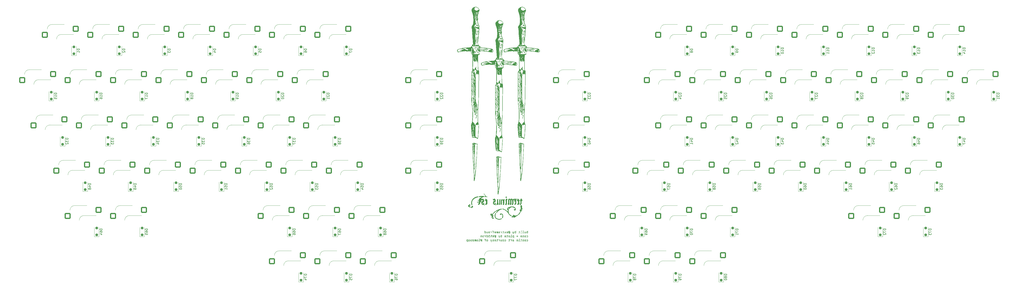
<source format=gbo>
G04 #@! TF.GenerationSoftware,KiCad,Pcbnew,8.0.9*
G04 #@! TF.CreationDate,2025-09-29T16:44:46-07:00*
G04 #@! TF.ProjectId,keyboard,6b657962-6f61-4726-942e-6b696361645f,v0.0.0-alpha*
G04 #@! TF.SameCoordinates,Original*
G04 #@! TF.FileFunction,Legend,Bot*
G04 #@! TF.FilePolarity,Positive*
%FSLAX46Y46*%
G04 Gerber Fmt 4.6, Leading zero omitted, Abs format (unit mm)*
G04 Created by KiCad (PCBNEW 8.0.9) date 2025-09-29 16:44:46*
%MOMM*%
%LPD*%
G01*
G04 APERTURE LIST*
G04 Aperture macros list*
%AMRoundRect*
0 Rectangle with rounded corners*
0 $1 Rounding radius*
0 $2 $3 $4 $5 $6 $7 $8 $9 X,Y pos of 4 corners*
0 Add a 4 corners polygon primitive as box body*
4,1,4,$2,$3,$4,$5,$6,$7,$8,$9,$2,$3,0*
0 Add four circle primitives for the rounded corners*
1,1,$1+$1,$2,$3*
1,1,$1+$1,$4,$5*
1,1,$1+$1,$6,$7*
1,1,$1+$1,$8,$9*
0 Add four rect primitives between the rounded corners*
20,1,$1+$1,$2,$3,$4,$5,0*
20,1,$1+$1,$4,$5,$6,$7,0*
20,1,$1+$1,$6,$7,$8,$9,0*
20,1,$1+$1,$8,$9,$2,$3,0*%
G04 Aperture macros list end*
%ADD10C,0.300000*%
%ADD11C,0.125000*%
%ADD12C,0.150000*%
%ADD13C,0.120000*%
%ADD14C,0.000000*%
%ADD15C,1.750000*%
%ADD16C,3.050000*%
%ADD17C,4.000000*%
%ADD18RoundRect,0.250000X-1.025000X-1.000000X1.025000X-1.000000X1.025000X1.000000X-1.025000X1.000000X0*%
%ADD19RoundRect,0.250000X0.300000X-0.300000X0.300000X0.300000X-0.300000X0.300000X-0.300000X-0.300000X0*%
G04 APERTURE END LIST*
D10*
G36*
X294000532Y-217052369D02*
G01*
X294077547Y-217052369D01*
X294077547Y-217169239D01*
X294055887Y-217169239D01*
X294123220Y-217353276D01*
X294090686Y-217396929D01*
X293939561Y-217630418D01*
X293854553Y-217889267D01*
X293854553Y-217905387D01*
X293854553Y-217922850D01*
X293831716Y-218139127D01*
X293831716Y-218191517D01*
X293831716Y-218242564D01*
X293872663Y-218478626D01*
X293962020Y-218742285D01*
X293947243Y-218812138D01*
X294155460Y-219063342D01*
X294235598Y-219136176D01*
X294464228Y-219300262D01*
X294704541Y-219425956D01*
X294974601Y-219529678D01*
X294988328Y-219510673D01*
X295166992Y-219588586D01*
X295136095Y-219541570D01*
X295359089Y-219561720D01*
X295445062Y-219561720D01*
X295513572Y-219556346D01*
X295557903Y-219541570D01*
X295582083Y-219541570D01*
X295665379Y-219540082D01*
X295941654Y-219504379D01*
X296177180Y-219372309D01*
X296409577Y-219282306D01*
X296409577Y-219354336D01*
X296492864Y-219317233D01*
X296573464Y-219366936D01*
X296547752Y-219462308D01*
X296310170Y-219604706D01*
X296073137Y-219761492D01*
X295796103Y-219853197D01*
X295509542Y-219880090D01*
X295248935Y-219880090D01*
X295130888Y-219850924D01*
X294850279Y-219770084D01*
X294621598Y-219626200D01*
X294633688Y-219663813D01*
X294555774Y-219663813D01*
X294551155Y-219659660D01*
X294553087Y-219662470D01*
X294403269Y-219596620D01*
X294153786Y-219456703D01*
X293947243Y-219279619D01*
X293947243Y-219212452D01*
X293894853Y-219212452D01*
X293752459Y-219020355D01*
X293752459Y-218973339D01*
X293792759Y-218933039D01*
X293814775Y-218933039D01*
X293799476Y-218910202D01*
X293798133Y-218908135D01*
X293798133Y-218931695D01*
X293696039Y-218931695D01*
X293600110Y-218664570D01*
X293533496Y-218401078D01*
X293506629Y-218401078D01*
X293523402Y-218350031D01*
X293725593Y-218350031D01*
X293730057Y-218346757D01*
X293725593Y-218258684D01*
X293725593Y-218350031D01*
X293523402Y-218350031D01*
X293537526Y-218307044D01*
X293522749Y-218124351D01*
X293538251Y-218010798D01*
X293589433Y-217737155D01*
X293728279Y-217488953D01*
X293747231Y-217509800D01*
X293751228Y-217499699D01*
X293744399Y-217499699D01*
X293697383Y-217448653D01*
X293889480Y-217075205D01*
X293960676Y-217075205D01*
X293960676Y-217052369D01*
X293969105Y-217052369D01*
X293968736Y-217004009D01*
X294000532Y-217052369D01*
G37*
G36*
X294866085Y-219796803D02*
G01*
X294789515Y-219796803D01*
X294675331Y-219773967D01*
X294675331Y-219662470D01*
X294866085Y-219796803D01*
G37*
G36*
X293960439Y-216254427D02*
G01*
X294002320Y-216254427D01*
X294002320Y-216353902D01*
X294003663Y-216355177D01*
X294003663Y-216437121D01*
X293944184Y-216524018D01*
X293741735Y-216706019D01*
X293518719Y-216877735D01*
X293363072Y-217037149D01*
X293143928Y-217210882D01*
X292879291Y-217591046D01*
X292772405Y-217777342D01*
X292690793Y-217862400D01*
X292693911Y-217862400D01*
X292728838Y-217862400D01*
X292869101Y-217952341D01*
X292994818Y-218198234D01*
X292994818Y-218304357D01*
X292904815Y-218509888D01*
X292746519Y-218725571D01*
X292660327Y-218992145D01*
X292662193Y-219030556D01*
X292872575Y-219207079D01*
X292829588Y-219070059D01*
X293045865Y-218914232D01*
X293158705Y-218957219D01*
X293158705Y-219001690D01*
X293233932Y-219066029D01*
X293233932Y-219113046D01*
X293133085Y-219353924D01*
X292876605Y-219466343D01*
X292718953Y-219441582D01*
X292486916Y-219272215D01*
X292352432Y-219029555D01*
X292269187Y-218744306D01*
X292247137Y-218606608D01*
X292489198Y-218606608D01*
X292493754Y-218620041D01*
X292510545Y-218606608D01*
X292489198Y-218606608D01*
X292247137Y-218606608D01*
X292224551Y-218465558D01*
X292441364Y-218465558D01*
X292485694Y-218596274D01*
X292485694Y-218527351D01*
X292472260Y-218540785D01*
X292472260Y-218492424D01*
X292520621Y-218492424D01*
X292530024Y-218492424D01*
X292530024Y-218493768D01*
X292547570Y-218465474D01*
X292520621Y-218492424D01*
X292472260Y-218492424D01*
X292472260Y-218454937D01*
X292441364Y-218465558D01*
X292224551Y-218465558D01*
X292222400Y-218452124D01*
X292222459Y-218434769D01*
X292239337Y-218360778D01*
X292441364Y-218360778D01*
X292464200Y-218346001D01*
X292472260Y-218351911D01*
X292472260Y-218350031D01*
X292547487Y-218350031D01*
X292591727Y-218394270D01*
X292637491Y-218320478D01*
X292651603Y-218320478D01*
X292673761Y-218213011D01*
X292668343Y-218182676D01*
X292664036Y-218171908D01*
X292599877Y-218097484D01*
X292599877Y-218090558D01*
X292552861Y-218080020D01*
X292558234Y-218062557D01*
X292474947Y-218255997D01*
X292525994Y-218225101D01*
X292441364Y-218360778D01*
X292239337Y-218360778D01*
X292282850Y-218170024D01*
X292280163Y-218167113D01*
X292280163Y-218168681D01*
X292231803Y-218238534D01*
X292120307Y-218238534D01*
X292120307Y-218157123D01*
X292116599Y-218156831D01*
X292077311Y-218126381D01*
X292090753Y-218140471D01*
X291956420Y-218140471D01*
X291844923Y-218023600D01*
X291944696Y-218023600D01*
X291904155Y-217992179D01*
X291899339Y-217977927D01*
X291811339Y-217977927D01*
X291711933Y-217658213D01*
X291738143Y-217566211D01*
X292185930Y-217566211D01*
X292196877Y-217578956D01*
X292196877Y-217573960D01*
X292185930Y-217566211D01*
X291738143Y-217566211D01*
X291760529Y-217487630D01*
X291926849Y-217331985D01*
X292133474Y-217331985D01*
X292164637Y-217366709D01*
X292164637Y-217393575D01*
X292197987Y-217385237D01*
X292141928Y-217322091D01*
X292133474Y-217331985D01*
X291926849Y-217331985D01*
X291965823Y-217295512D01*
X292118332Y-217295512D01*
X292092096Y-217265959D01*
X292151203Y-217265959D01*
X292181134Y-217269323D01*
X292398377Y-217441936D01*
X292398377Y-217514476D01*
X292312599Y-217514476D01*
X292298974Y-217576017D01*
X292339270Y-217589703D01*
X292339270Y-217694483D01*
X292253297Y-217694483D01*
X292131053Y-217648810D01*
X292108217Y-217748217D01*
X292143143Y-217799774D01*
X292143143Y-217797920D01*
X292303000Y-217697170D01*
X292414497Y-217730753D01*
X292444203Y-217674404D01*
X292589073Y-217433296D01*
X292755704Y-217214912D01*
X292812797Y-217272005D01*
X292834145Y-217248496D01*
X292812124Y-217248496D01*
X292812124Y-217177299D01*
X292852424Y-217119535D01*
X292903760Y-217066505D01*
X293096197Y-216870208D01*
X293299755Y-216681608D01*
X293397406Y-216564650D01*
X293612916Y-216404111D01*
X293849180Y-216261144D01*
X293857240Y-216269204D01*
X293857240Y-216267861D01*
X293916346Y-216212784D01*
X293960439Y-216254427D01*
G37*
G36*
X296523761Y-217276706D02*
G01*
X296523761Y-217338042D01*
X296532678Y-217342529D01*
X296551971Y-217342529D01*
X296543194Y-217347820D01*
X296666154Y-217409687D01*
X296666154Y-217382829D01*
X296806418Y-217478489D01*
X296908751Y-217678363D01*
X296946912Y-217678363D01*
X296946912Y-217724036D01*
X296952803Y-217733648D01*
X297066468Y-217988674D01*
X297066468Y-218050467D01*
X297032212Y-218024165D01*
X297117515Y-218199577D01*
X297067812Y-218186144D01*
X297061016Y-218202534D01*
X297104082Y-218264057D01*
X297104082Y-218340628D01*
X297104082Y-218409138D01*
X297104082Y-218419884D01*
X297104082Y-218436004D01*
X297078558Y-218567651D01*
X297090648Y-218621385D01*
X297090648Y-218695268D01*
X297066096Y-218756107D01*
X296935746Y-219020557D01*
X296844608Y-219098744D01*
X296812578Y-219189616D01*
X296781093Y-219153234D01*
X296729291Y-219197676D01*
X296648691Y-219197676D01*
X296568091Y-219146629D01*
X296575994Y-219110490D01*
X296576087Y-219110359D01*
X296695708Y-219110359D01*
X296711333Y-219089631D01*
X296695708Y-219071402D01*
X296695708Y-219110359D01*
X296576087Y-219110359D01*
X296737351Y-218881992D01*
X296691678Y-218887365D01*
X296783864Y-218642038D01*
X296863625Y-218374211D01*
X296847505Y-218225101D01*
X296847505Y-218176712D01*
X296844272Y-218163731D01*
X296749051Y-217978406D01*
X296972613Y-217978406D01*
X296972813Y-217978850D01*
X296979157Y-218003450D01*
X297005231Y-218003450D01*
X296972613Y-217978406D01*
X296749051Y-217978406D01*
X296731894Y-217945015D01*
X296552914Y-217716785D01*
X296311514Y-217568210D01*
X296273900Y-217534626D01*
X296273900Y-217518681D01*
X296189562Y-217510613D01*
X296261810Y-217624630D01*
X296258893Y-217686339D01*
X296075087Y-217887923D01*
X296028070Y-217887923D01*
X295918150Y-217857996D01*
X295745969Y-217636720D01*
X295745969Y-217592390D01*
X295827194Y-217463849D01*
X296544666Y-217463849D01*
X296687648Y-217585673D01*
X296672871Y-217564180D01*
X296684961Y-217542686D01*
X296711766Y-217542686D01*
X296666154Y-217482236D01*
X296666154Y-217470146D01*
X296576151Y-217470146D01*
X296544666Y-217463849D01*
X295827194Y-217463849D01*
X295846720Y-217432949D01*
X295846720Y-217366709D01*
X295899110Y-217308946D01*
X295940674Y-217308946D01*
X296005233Y-217235062D01*
X296073743Y-217331782D01*
X296097153Y-217319296D01*
X296089863Y-217311632D01*
X296089863Y-217235062D01*
X296371964Y-217235062D01*
X296523761Y-217276706D01*
G37*
G36*
X303308949Y-217879863D02*
G01*
X303291203Y-217897327D01*
X303355966Y-217897327D01*
X303355966Y-218012854D01*
X303276485Y-218012854D01*
X303214328Y-218070218D01*
X302980845Y-218238173D01*
X302730307Y-218378661D01*
X302462648Y-218505858D01*
X302395481Y-218505858D01*
X302395481Y-218493635D01*
X302336374Y-218527351D01*
X302348464Y-218528695D01*
X302301448Y-218657655D01*
X302301699Y-218685015D01*
X302111470Y-218876889D01*
X301842027Y-218931695D01*
X301632367Y-218920020D01*
X301347885Y-218889547D01*
X301063884Y-218852769D01*
X301005129Y-218844454D01*
X301005129Y-218890052D01*
X300874825Y-218890052D01*
X300874825Y-218887365D01*
X300774075Y-218887365D01*
X300774075Y-218833632D01*
X300713625Y-218833632D01*
X300713625Y-218826101D01*
X300710938Y-218826749D01*
X300710938Y-218883335D01*
X300561828Y-218910202D01*
X300504064Y-218845722D01*
X300521528Y-218828258D01*
X300521528Y-218773182D01*
X300637360Y-218680640D01*
X300733762Y-218655110D01*
X301089473Y-218655110D01*
X301119312Y-218664371D01*
X301132014Y-218657655D01*
X301123342Y-218657655D01*
X301123342Y-218589145D01*
X301108565Y-218589145D01*
X301108565Y-218645565D01*
X301089473Y-218655110D01*
X300733762Y-218655110D01*
X300860048Y-218621666D01*
X300860048Y-218614668D01*
X301046772Y-218574368D01*
X301076325Y-218574368D01*
X301044085Y-218542128D01*
X301190010Y-218542128D01*
X301269766Y-218542128D01*
X301269766Y-218611619D01*
X301284833Y-218615676D01*
X301272452Y-218589145D01*
X301377233Y-218589145D01*
X301404476Y-218569684D01*
X301463896Y-218488438D01*
X301378576Y-218528695D01*
X301271109Y-218528695D01*
X301256332Y-218528695D01*
X301241556Y-218528695D01*
X301205286Y-218528695D01*
X301204393Y-218528383D01*
X301190010Y-218542128D01*
X301044085Y-218542128D01*
X301042742Y-218540785D01*
X301014532Y-218540785D01*
X301014532Y-218512575D01*
X300987665Y-218485708D01*
X301469682Y-218485708D01*
X301520969Y-218485708D01*
X301538358Y-218503096D01*
X301584106Y-218492054D01*
X301584106Y-218462871D01*
X301653722Y-218438751D01*
X301644851Y-218431896D01*
X301632466Y-218445408D01*
X301569330Y-218426767D01*
X301569330Y-218438691D01*
X301469682Y-218485708D01*
X300987665Y-218485708D01*
X300978933Y-218476976D01*
X300950052Y-218505858D01*
X300885572Y-218505858D01*
X300851833Y-218473618D01*
X300982292Y-218473618D01*
X301014532Y-218473618D01*
X301014532Y-218441378D01*
X300982292Y-218473618D01*
X300851833Y-218473618D01*
X300764672Y-218390331D01*
X300815718Y-218390331D01*
X300925872Y-218390331D01*
X301014532Y-218390331D01*
X301014532Y-218383924D01*
X300951631Y-218364570D01*
X300925872Y-218390331D01*
X300815718Y-218390331D01*
X300815718Y-218335254D01*
X300886915Y-218264057D01*
X301052145Y-218264057D01*
X301026160Y-218290041D01*
X301068265Y-218328538D01*
X301069609Y-218293611D01*
X301246236Y-218329739D01*
X301259019Y-218313761D01*
X301426979Y-218356898D01*
X301321400Y-218280109D01*
X301237742Y-218152561D01*
X301647243Y-218152561D01*
X301649494Y-218155835D01*
X301650947Y-218154769D01*
X301647243Y-218152561D01*
X301237742Y-218152561D01*
X301169016Y-218047780D01*
X301177682Y-218006489D01*
X301252415Y-217934940D01*
X301393344Y-217934940D01*
X301426936Y-217934940D01*
X301426936Y-217914790D01*
X301456721Y-217890589D01*
X301449773Y-217883893D01*
X301449773Y-217847832D01*
X301393344Y-217934940D01*
X301252415Y-217934940D01*
X301375889Y-217816727D01*
X301449773Y-217816727D01*
X301449773Y-217807323D01*
X301541120Y-217807323D01*
X301581420Y-217847623D01*
X301581420Y-217897327D01*
X301579671Y-217899075D01*
X301601570Y-217971210D01*
X301774860Y-218038377D01*
X302048900Y-217994047D01*
X302099795Y-217995298D01*
X302333688Y-218136441D01*
X302290701Y-218218384D01*
X302317568Y-218238534D01*
X302446444Y-218188159D01*
X302695045Y-218061214D01*
X302852551Y-217966593D01*
X303103419Y-217844937D01*
X303104762Y-217844937D01*
X303104762Y-217775083D01*
X303308949Y-217879863D01*
G37*
G36*
X300817062Y-214309277D02*
G01*
X300979605Y-214309277D01*
X301072295Y-214324054D01*
X301150209Y-214309277D01*
X301284542Y-214324054D01*
X301465688Y-214373752D01*
X301723416Y-214489209D01*
X301964354Y-214653759D01*
X302164427Y-214841238D01*
X302231456Y-214943523D01*
X302361221Y-215200255D01*
X302429064Y-215461859D01*
X302405829Y-215589371D01*
X302310112Y-215852365D01*
X302070394Y-216005910D01*
X301989794Y-216005910D01*
X301751582Y-215906797D01*
X301600765Y-215675647D01*
X302259202Y-215675647D01*
X302261147Y-215674106D01*
X302259393Y-215675058D01*
X302259202Y-215675647D01*
X301600765Y-215675647D01*
X301598883Y-215672763D01*
X301685528Y-215498465D01*
X301945464Y-215389319D01*
X302086000Y-215459587D01*
X302076944Y-215445123D01*
X302039497Y-215177072D01*
X301969308Y-215065239D01*
X301758740Y-214882882D01*
X301644340Y-214811648D01*
X301381497Y-214695156D01*
X301106131Y-214619924D01*
X300857362Y-214580823D01*
X300857362Y-214594064D01*
X300744521Y-214594064D01*
X300499363Y-214649477D01*
X300236741Y-214743175D01*
X300218519Y-214743175D01*
X300188021Y-214765762D01*
X299960685Y-214946690D01*
X299755826Y-215147519D01*
X299637130Y-215275134D01*
X299497906Y-215507449D01*
X299374319Y-215747990D01*
X299434769Y-215714406D01*
X299372325Y-215940821D01*
X299343422Y-216216814D01*
X299343422Y-216427718D01*
X299429396Y-216842808D01*
X299519113Y-217076488D01*
X299667468Y-217343224D01*
X299860216Y-217595037D01*
X300054750Y-217793481D01*
X300280113Y-217981561D01*
X300536304Y-218159277D01*
X300447250Y-218145681D01*
X300653175Y-218223757D01*
X300653175Y-218300327D01*
X300581978Y-218371524D01*
X300470481Y-218371524D01*
X300408572Y-218348777D01*
X300165344Y-218229346D01*
X299929169Y-218064409D01*
X299728301Y-217882761D01*
X299532833Y-217666273D01*
X299376638Y-217418223D01*
X299214706Y-217169062D01*
X299056402Y-216937357D01*
X298885345Y-216711161D01*
X298834259Y-216661210D01*
X298590241Y-216429203D01*
X298365246Y-216226777D01*
X298301640Y-216173827D01*
X298568380Y-216173827D01*
X298592498Y-216190500D01*
X298592498Y-216173827D01*
X298568380Y-216173827D01*
X298301640Y-216173827D01*
X298120360Y-216022916D01*
X297869279Y-215838917D01*
X297627983Y-215699630D01*
X297515500Y-215651548D01*
X297675000Y-215788290D01*
X297333792Y-215687540D01*
X297333792Y-215573874D01*
X297109455Y-215477979D01*
X297141695Y-215520966D01*
X297042134Y-215515309D01*
X296813435Y-215409954D01*
X296773621Y-215449769D01*
X296773621Y-215273792D01*
X296797801Y-215273792D01*
X296797801Y-215237522D01*
X296911985Y-215237522D01*
X297196772Y-215269762D01*
X297464154Y-215337480D01*
X297720393Y-215465607D01*
X297936950Y-215649926D01*
X297853849Y-215656948D01*
X298003551Y-215704353D01*
X298016207Y-215686196D01*
X298086060Y-215686196D01*
X298319124Y-215844222D01*
X298528018Y-216039494D01*
X298528018Y-216095914D01*
X298470171Y-216095914D01*
X298498548Y-216125551D01*
X298533391Y-216149638D01*
X298533391Y-216058300D01*
X298634141Y-216058300D01*
X298634141Y-216115492D01*
X298683845Y-216162910D01*
X298683845Y-216160394D01*
X298897486Y-216335526D01*
X299012962Y-216447665D01*
X299012962Y-216202037D01*
X299012962Y-216031434D01*
X299041172Y-215981730D01*
X299064533Y-215960237D01*
X299002215Y-215960237D01*
X299129360Y-215804836D01*
X299129832Y-215801723D01*
X299105652Y-215778886D01*
X299097592Y-215774380D01*
X299097592Y-215833963D01*
X298892943Y-215730568D01*
X298761758Y-215479323D01*
X298761758Y-215370512D01*
X298763230Y-215338272D01*
X299097592Y-215338272D01*
X299116399Y-215535743D01*
X299099447Y-215535743D01*
X299129832Y-215569326D01*
X299135205Y-215569326D01*
X299306696Y-215323187D01*
X299524773Y-215132742D01*
X299505966Y-215148862D01*
X299487159Y-215135429D01*
X299492696Y-215130055D01*
X299448203Y-215130055D01*
X299448203Y-215042739D01*
X299528803Y-214939302D01*
X299565073Y-214939302D01*
X299565073Y-214894972D01*
X299608060Y-214894972D01*
X299671118Y-214894972D01*
X299681943Y-214894972D01*
X299681943Y-214927034D01*
X299698571Y-214905329D01*
X299751486Y-214846612D01*
X299723911Y-214846612D01*
X299671118Y-214894972D01*
X299608060Y-214894972D01*
X299608060Y-214889598D01*
X299718213Y-214791535D01*
X299753298Y-214791535D01*
X299770204Y-214762794D01*
X299596817Y-214822820D01*
X299371632Y-214974228D01*
X299340620Y-214935265D01*
X299194669Y-215078001D01*
X299097592Y-215338272D01*
X298763230Y-215338272D01*
X298764676Y-215306589D01*
X298850014Y-215036854D01*
X299025068Y-214821710D01*
X299214928Y-214681857D01*
X299857920Y-214681857D01*
X299857920Y-214686755D01*
X299878702Y-214686755D01*
X299875383Y-214677351D01*
X299857920Y-214681857D01*
X299214928Y-214681857D01*
X299254825Y-214652468D01*
X299508653Y-214521524D01*
X299567759Y-214521524D01*
X299608060Y-214561824D01*
X299608060Y-214585924D01*
X299701804Y-214550863D01*
X299778690Y-214538559D01*
X299755826Y-214506748D01*
X300315997Y-214336144D01*
X300318684Y-214367041D01*
X300428502Y-214327748D01*
X300698848Y-214293157D01*
X300817062Y-214309277D01*
G37*
G36*
X304898714Y-213771522D02*
G01*
X305000251Y-214036365D01*
X305031106Y-214321367D01*
X305031106Y-214352264D01*
X304988119Y-214381817D01*
X304954535Y-214377436D01*
X304954535Y-214426147D01*
X305031106Y-214426147D01*
X305031106Y-214551078D01*
X305031106Y-214662575D01*
X304961252Y-214713621D01*
X304887877Y-214713621D01*
X304879664Y-214763835D01*
X304888086Y-214775919D01*
X304910205Y-214731085D01*
X305014986Y-214731085D01*
X305012653Y-214757336D01*
X304974431Y-215028763D01*
X304957653Y-215073635D01*
X305000209Y-215073635D01*
X304985432Y-215111249D01*
X305135886Y-215013185D01*
X305227233Y-215080352D01*
X305227233Y-215132742D01*
X305199368Y-215163218D01*
X305227233Y-215175729D01*
X305227233Y-215224089D01*
X305141259Y-215308719D01*
X305084839Y-215308719D01*
X305084839Y-215380790D01*
X305158722Y-215303346D01*
X305235293Y-215303346D01*
X305235293Y-215420216D01*
X305047226Y-215420216D01*
X305061324Y-215405439D01*
X304984089Y-215405439D01*
X304984089Y-215323496D01*
X304924982Y-215323496D01*
X304891943Y-215298140D01*
X304826744Y-215555987D01*
X304765868Y-215630176D01*
X304770147Y-215634259D01*
X304886025Y-215559923D01*
X304971999Y-215559923D01*
X305020359Y-215559923D01*
X305041496Y-215631124D01*
X305045882Y-215627090D01*
X305056974Y-215649926D01*
X305062002Y-215649926D01*
X305059995Y-215656146D01*
X305091556Y-215721123D01*
X305091556Y-215808440D01*
X305083637Y-215816358D01*
X305091556Y-215829933D01*
X304919609Y-215928738D01*
X304919609Y-215948147D01*
X304804082Y-215948147D01*
X304804082Y-215856800D01*
X304774528Y-215856800D01*
X304774528Y-215772169D01*
X304761094Y-215758736D01*
X304757601Y-215758736D01*
X304740326Y-215848845D01*
X304597208Y-216086510D01*
X304593638Y-216086510D01*
X304593253Y-216087854D01*
X304630272Y-216087854D01*
X304761095Y-215965610D01*
X304789337Y-215967629D01*
X304935729Y-216195321D01*
X304935729Y-216230247D01*
X304895429Y-216270547D01*
X304860306Y-216270547D01*
X304804082Y-216314877D01*
X304769155Y-216314877D01*
X304743632Y-216340401D01*
X304692585Y-216340401D01*
X304653628Y-216297414D01*
X304653628Y-216275309D01*
X304640195Y-216242337D01*
X304640195Y-216180544D01*
X304628726Y-216169075D01*
X304567823Y-216324197D01*
X304441381Y-216580858D01*
X304434592Y-216636133D01*
X304321626Y-216890149D01*
X304163311Y-217132969D01*
X304092639Y-217234517D01*
X303925185Y-217451641D01*
X303746042Y-217653039D01*
X303533286Y-217858370D01*
X303472836Y-217858370D01*
X303338503Y-217748217D01*
X303338503Y-217640750D01*
X303398953Y-217607166D01*
X303504426Y-217492311D01*
X303690321Y-217280547D01*
X303848970Y-217045652D01*
X303952633Y-216930513D01*
X304105547Y-216696385D01*
X304199581Y-216463988D01*
X304283780Y-216246191D01*
X304131407Y-216191290D01*
X304083171Y-216099733D01*
X304724825Y-216099733D01*
X304724825Y-216104645D01*
X304769155Y-216097257D01*
X304775736Y-216097257D01*
X304773185Y-216085167D01*
X304724825Y-216099733D01*
X304083171Y-216099733D01*
X304006140Y-215953520D01*
X304006140Y-215842023D01*
X304042599Y-215723327D01*
X304098684Y-215683885D01*
X304721797Y-215683885D01*
X304743632Y-215706045D01*
X304743632Y-215657276D01*
X304721797Y-215683885D01*
X304098684Y-215683885D01*
X304141242Y-215653956D01*
X304906175Y-215653956D01*
X304936668Y-215676494D01*
X304943489Y-215672972D01*
X304906175Y-215653956D01*
X304141242Y-215653956D01*
X304154555Y-215644594D01*
X304754037Y-215644594D01*
X304758408Y-215641790D01*
X304758408Y-215639268D01*
X304754037Y-215644594D01*
X304154555Y-215644594D01*
X304265404Y-215566639D01*
X304362124Y-215600223D01*
X304362124Y-215644553D01*
X304418545Y-215644553D01*
X304430068Y-215573563D01*
X304459329Y-215353049D01*
X304763782Y-215353049D01*
X304778857Y-215343646D01*
X304774528Y-215343646D01*
X304763782Y-215353049D01*
X304459329Y-215353049D01*
X304462813Y-215326797D01*
X304805867Y-215326797D01*
X304858541Y-215293942D01*
X304815680Y-215293942D01*
X304805867Y-215326797D01*
X304462813Y-215326797D01*
X304466905Y-215295957D01*
X304483025Y-215021245D01*
X304483025Y-214890561D01*
X304862808Y-214890561D01*
X304874053Y-214901806D01*
X304880652Y-214889598D01*
X304876544Y-214877824D01*
X304862808Y-214890561D01*
X304483025Y-214890561D01*
X304483025Y-214880195D01*
X304469591Y-214708248D01*
X304343318Y-214176287D01*
X304396028Y-213965997D01*
X304411828Y-213953943D01*
X304411828Y-213899560D01*
X304495115Y-213796123D01*
X304589148Y-213796123D01*
X304589148Y-213818669D01*
X304618702Y-213796123D01*
X304660345Y-213796123D01*
X304667062Y-213814930D01*
X304699302Y-213803051D01*
X304699302Y-213735673D01*
X304814829Y-213735673D01*
X304814829Y-213852543D01*
X304798552Y-213852543D01*
X304864532Y-213896873D01*
X304873531Y-213918095D01*
X304869905Y-213904933D01*
X304869905Y-213723583D01*
X304898714Y-213771522D01*
G37*
G36*
X296578838Y-215370512D02*
G01*
X296573464Y-215375445D01*
X296573464Y-215461859D01*
X296485140Y-215534064D01*
X296220167Y-215597536D01*
X296167777Y-215597536D01*
X296153000Y-215581416D01*
X296118073Y-215608283D01*
X295872814Y-215704968D01*
X295610859Y-215829199D01*
X295372522Y-215972327D01*
X295171986Y-216130288D01*
X294975902Y-216315885D01*
X294779896Y-216518660D01*
X294596860Y-216718449D01*
X294395917Y-216946245D01*
X294357875Y-216910408D01*
X294265614Y-217037592D01*
X294155460Y-216798478D01*
X294155460Y-216750118D01*
X294193042Y-216711045D01*
X294406632Y-216492858D01*
X294630035Y-216273523D01*
X294851350Y-216069294D01*
X295076988Y-215883667D01*
X295076988Y-215880688D01*
X294919818Y-215965610D01*
X294879518Y-215965610D01*
X294884891Y-215936057D01*
X294870115Y-216003224D01*
X294812351Y-215984417D01*
X294808321Y-215986682D01*
X294808321Y-216024717D01*
X294403977Y-216270547D01*
X294399583Y-216270547D01*
X294390544Y-216279951D01*
X294376981Y-216270547D01*
X294350244Y-216270547D01*
X294327003Y-216293787D01*
X294330094Y-216308161D01*
X294321750Y-216299040D01*
X294304570Y-216316221D01*
X294285764Y-216316221D01*
X294285764Y-216360551D01*
X294179640Y-216360551D01*
X294031873Y-216207411D01*
X294204082Y-216236567D01*
X294235218Y-216204459D01*
X294215796Y-216183230D01*
X294125907Y-216183230D01*
X294125907Y-216091884D01*
X294223721Y-215990323D01*
X294472487Y-215874263D01*
X294498011Y-215874263D01*
X294498011Y-215831277D01*
X294546371Y-215831277D01*
X295114602Y-215580073D01*
X295138782Y-215604253D01*
X295138782Y-215597536D01*
X295314570Y-215503713D01*
X295588799Y-215428276D01*
X295596332Y-215415883D01*
X295859975Y-215337270D01*
X296154585Y-215283998D01*
X296445847Y-215238866D01*
X296480774Y-215238866D01*
X296578838Y-215370512D01*
G37*
G36*
X304865183Y-211100930D02*
G01*
X305031106Y-211325729D01*
X305031106Y-211384836D01*
X304898115Y-211361999D01*
X305069469Y-211500597D01*
X305260816Y-211696489D01*
X305260816Y-211771716D01*
X305188276Y-211771716D01*
X305020763Y-211868200D01*
X304832292Y-212076653D01*
X304773185Y-212076653D01*
X304773185Y-213190279D01*
X304741879Y-213243472D01*
X304579076Y-213474689D01*
X304335258Y-213629549D01*
X304335258Y-213613429D01*
X304282868Y-213690000D01*
X304118305Y-213584224D01*
X304071964Y-213315209D01*
X304071964Y-213285655D01*
X304071964Y-213226549D01*
X304177834Y-213201029D01*
X304341927Y-212974479D01*
X304403768Y-212693244D01*
X304389600Y-212630192D01*
X304353294Y-212359347D01*
X304343318Y-212080683D01*
X304343318Y-211885900D01*
X304339288Y-211861720D01*
X304198237Y-211908736D01*
X304176744Y-211908736D01*
X303986893Y-211860172D01*
X303947112Y-211807774D01*
X304771009Y-211807774D01*
X304772951Y-211903912D01*
X304861201Y-211844720D01*
X304771009Y-211807774D01*
X303947112Y-211807774D01*
X303816730Y-211636039D01*
X303816730Y-211578276D01*
X303890614Y-211578276D01*
X303917312Y-211580879D01*
X304132414Y-211744849D01*
X304264061Y-211684399D01*
X304296049Y-211641706D01*
X304366154Y-211380806D01*
X304459558Y-211147742D01*
X304642882Y-210938848D01*
X304672435Y-210938848D01*
X304865183Y-211100930D01*
G37*
G36*
X303456716Y-211140348D02*
G01*
X303485472Y-211163400D01*
X303693112Y-211350005D01*
X303886584Y-211560812D01*
X303886584Y-212486371D01*
X303890362Y-212683589D01*
X303910197Y-212973435D01*
X303947034Y-213256102D01*
X303733443Y-213359539D01*
X303278053Y-213690000D01*
X303229448Y-213678521D01*
X303059288Y-213467772D01*
X302955652Y-213219832D01*
X303020132Y-213154009D01*
X303205512Y-213184905D01*
X303215678Y-213176167D01*
X303343473Y-212930494D01*
X303370743Y-212648914D01*
X303370743Y-212306364D01*
X303370743Y-212193524D01*
X303328986Y-212157501D01*
X303106746Y-211984829D01*
X303009589Y-211920826D01*
X303302233Y-211920826D01*
X303400296Y-212043070D01*
X303408356Y-211873810D01*
X303408356Y-211664456D01*
X303302233Y-211920826D01*
X303009589Y-211920826D01*
X302879082Y-211834853D01*
X302931306Y-211674162D01*
X302891172Y-211648129D01*
X303026849Y-211551409D01*
X303030602Y-211533897D01*
X303122226Y-211276025D01*
X303127987Y-211185268D01*
X303243126Y-210938848D01*
X303354623Y-210938848D01*
X303456716Y-211140348D01*
G37*
G36*
X302426378Y-210902578D02*
G01*
X302256153Y-211117569D01*
X302185921Y-211265279D01*
X301983885Y-211085676D01*
X301936060Y-210906608D01*
X301820533Y-210906608D01*
X301661471Y-211133001D01*
X301559926Y-211238412D01*
X301506193Y-211431852D01*
X301655453Y-211673786D01*
X301852773Y-211869780D01*
X301936060Y-212032323D01*
X301770158Y-212251434D01*
X301764113Y-212292930D01*
X301764113Y-212350694D01*
X301823220Y-212350694D01*
X302053644Y-212203389D01*
X302108007Y-212039040D01*
X302043556Y-211766115D01*
X301879640Y-211536632D01*
X302054274Y-211344535D01*
X302161741Y-211472152D01*
X302180547Y-211443942D01*
X302152337Y-211437226D01*
X302098604Y-211609173D01*
X302134417Y-211900125D01*
X302146850Y-212202034D01*
X302150789Y-212499001D01*
X302150994Y-212593838D01*
X302180547Y-212652944D01*
X302113118Y-212927803D01*
X301951750Y-213155835D01*
X301874267Y-213174159D01*
X301792323Y-213201025D01*
X301859031Y-213475550D01*
X302077239Y-213654507D01*
X302095917Y-213661789D01*
X302160397Y-213558353D01*
X302130844Y-213534173D01*
X302108007Y-213548949D01*
X302367329Y-213454583D01*
X302516381Y-213242669D01*
X302580861Y-213174159D01*
X302580861Y-212052473D01*
X302597574Y-211771512D01*
X302643023Y-211485293D01*
X302668178Y-211368715D01*
X302743405Y-211368715D01*
X302809228Y-211302892D01*
X302647539Y-211067034D01*
X302426378Y-210902578D01*
G37*
G36*
X301776203Y-211411702D02*
G01*
X301776203Y-211413046D01*
X301757397Y-211431852D01*
X301769487Y-211431852D01*
X301769487Y-211411702D01*
X301776203Y-211411702D01*
G37*
G36*
X299715526Y-210911981D02*
G01*
X299665823Y-210911981D01*
X299201029Y-211404986D01*
X299201029Y-212823548D01*
X299117070Y-213087492D01*
X298986095Y-213241325D01*
X299106785Y-213497504D01*
X299295062Y-213661789D01*
X299359542Y-213661789D01*
X299549807Y-213467464D01*
X299722006Y-213251774D01*
X299753140Y-213168785D01*
X299731038Y-212896634D01*
X299718605Y-212619710D01*
X299716870Y-212478311D01*
X299716870Y-212447414D01*
X299716870Y-211677683D01*
X299676570Y-211632009D01*
X299663136Y-211648129D01*
X299848517Y-211453346D01*
X300029909Y-211668673D01*
X300060764Y-211708579D01*
X300060764Y-212897431D01*
X299930145Y-213143241D01*
X299890160Y-213175502D01*
X299810903Y-213282969D01*
X299810903Y-213329986D01*
X299976133Y-213549369D01*
X300213022Y-213689648D01*
X300224651Y-213690000D01*
X300401928Y-213487503D01*
X300568461Y-213267604D01*
X300591381Y-213210429D01*
X300561828Y-213061318D01*
X300576605Y-212886685D01*
X300576605Y-212703991D01*
X300576605Y-211739476D01*
X300576605Y-211661563D01*
X300705565Y-211480212D01*
X300867773Y-211701338D01*
X300920498Y-211769030D01*
X300920498Y-211994710D01*
X300920498Y-212658318D01*
X300984979Y-212775188D01*
X300918567Y-213047922D01*
X300796912Y-213174159D01*
X300747208Y-213246699D01*
X300747208Y-213292372D01*
X300843718Y-213546693D01*
X300951395Y-213690000D01*
X301178728Y-213541897D01*
X301303349Y-213346106D01*
X301420625Y-213100810D01*
X301436209Y-212811573D01*
X301436339Y-212776531D01*
X301436339Y-211813360D01*
X301459845Y-211540858D01*
X301519626Y-211293489D01*
X301350245Y-211080176D01*
X301263049Y-211001985D01*
X301174389Y-211001985D01*
X301046688Y-211258394D01*
X300947365Y-211404986D01*
X300786545Y-211182071D01*
X300772732Y-211093332D01*
X300583321Y-210957655D01*
X300517498Y-210957655D01*
X300455704Y-211006015D01*
X300392568Y-210957655D01*
X300211502Y-211183195D01*
X300095690Y-211394239D01*
X300111810Y-211379462D01*
X299931613Y-211177364D01*
X299884787Y-211067808D01*
X299715526Y-210911981D01*
G37*
G36*
X298413834Y-210079113D02*
G01*
X298399057Y-210079113D01*
X298247260Y-210181207D01*
X298070948Y-210399630D01*
X298064567Y-210429724D01*
X298189497Y-210613761D01*
X298382937Y-210749438D01*
X298604615Y-210584967D01*
X298693248Y-210431067D01*
X298538791Y-210195463D01*
X298505181Y-210166430D01*
X298413834Y-210079113D01*
G37*
G36*
X298546824Y-210945565D02*
G01*
X298323348Y-211106282D01*
X298272784Y-211112138D01*
X298272784Y-211187365D01*
X298291591Y-211200799D01*
X298287561Y-211187365D01*
X298178750Y-211443606D01*
X298143755Y-211712634D01*
X298142480Y-211782463D01*
X298153274Y-212054850D01*
X298185656Y-212323428D01*
X298233827Y-212564284D01*
X298217707Y-212708021D01*
X298217707Y-213057288D01*
X298118300Y-213285655D01*
X298016207Y-213245355D01*
X297938293Y-213378346D01*
X298194870Y-213688656D01*
X298232484Y-213688656D01*
X298409804Y-213660446D01*
X298467568Y-213680596D01*
X298511898Y-213632236D01*
X298511898Y-213571786D01*
X298456821Y-213496559D01*
X298456821Y-213508649D01*
X298566974Y-213432079D01*
X298675438Y-213184139D01*
X298679815Y-213149979D01*
X298611304Y-213069378D01*
X298658321Y-212945792D01*
X298658321Y-212382934D01*
X298658321Y-212069937D01*
X298658321Y-211566186D01*
X298894748Y-211477526D01*
X298916242Y-211370059D01*
X298916242Y-211257219D01*
X298847732Y-211195425D01*
X298818178Y-211195425D01*
X298804745Y-211195425D01*
X298630429Y-210990218D01*
X298608618Y-210945565D01*
X298546824Y-210945565D01*
G37*
G36*
X298580408Y-212720111D02*
G01*
X298580408Y-212682498D01*
X298537421Y-212717424D01*
X298533391Y-212724141D01*
X298580408Y-212720111D01*
G37*
G36*
X297434542Y-211165872D02*
G01*
X297375436Y-211165872D01*
X297040945Y-211490959D01*
X297040945Y-211679026D01*
X297051692Y-211771716D01*
X297051692Y-211747536D01*
X296996615Y-211575589D01*
X296818699Y-211369533D01*
X296615108Y-211171245D01*
X296386295Y-211316834D01*
X296201973Y-211523904D01*
X296181210Y-211615889D01*
X296181210Y-211826793D01*
X296181210Y-212835638D01*
X296183524Y-213107573D01*
X296186584Y-213229235D01*
X296198674Y-213230579D01*
X296159717Y-213155352D01*
X296147627Y-213155352D01*
X296052250Y-213360882D01*
X296157733Y-213613698D01*
X296256437Y-213663133D01*
X296454411Y-213474730D01*
X296533164Y-213362226D01*
X296611078Y-213273565D01*
X296611078Y-212510551D01*
X296619138Y-212386964D01*
X296596301Y-212280840D01*
X296596301Y-211846943D01*
X296578838Y-211743506D01*
X296753471Y-211583649D01*
X296935815Y-211802096D01*
X296964375Y-211849630D01*
X297040945Y-212000083D01*
X297040945Y-212345321D01*
X297040945Y-212718768D01*
X297067612Y-212995600D01*
X297097365Y-213156695D01*
X296929448Y-213293715D01*
X296929448Y-213405212D01*
X297024825Y-213405212D01*
X297074528Y-213378346D01*
X297063782Y-213347449D01*
X296949598Y-213358196D01*
X297055129Y-213617093D01*
X297145725Y-213690000D01*
X297176622Y-213690000D01*
X297402814Y-213538898D01*
X297456036Y-213477752D01*
X297407676Y-213433422D01*
X297407676Y-213410586D01*
X297417079Y-213346106D01*
X297383496Y-213346106D01*
X297383496Y-213397152D01*
X297442602Y-213450886D01*
X297564846Y-213288342D01*
X297520516Y-213111022D01*
X297555900Y-212837934D01*
X297556786Y-212761755D01*
X297556786Y-211992023D01*
X297601356Y-211721218D01*
X297759630Y-211484242D01*
X297759630Y-211434539D01*
X297556335Y-211246367D01*
X297434542Y-211165872D01*
G37*
G36*
X297276029Y-213205055D02*
G01*
X297276029Y-213195652D01*
X297292149Y-213186249D01*
X297282745Y-213168785D01*
X297263939Y-213183562D01*
X297276029Y-213205055D01*
G37*
G36*
X296224197Y-213323269D02*
G01*
X296194644Y-213335359D01*
X296189270Y-213362226D01*
X296216137Y-213378346D01*
X296244347Y-213346106D01*
X296224197Y-213323269D01*
G37*
G36*
X294915788Y-211153782D02*
G01*
X294808321Y-211153782D01*
X294617568Y-211324385D01*
X294656524Y-211411702D01*
X294672644Y-211480212D01*
X294688764Y-211421106D01*
X294643091Y-211375432D01*
X294601448Y-211375432D01*
X294504727Y-211524542D01*
X294504727Y-211539319D01*
X294545027Y-211700519D01*
X294506656Y-211968137D01*
X294504727Y-212071280D01*
X294504727Y-212784591D01*
X294472359Y-213063169D01*
X294332350Y-213306367D01*
X294308600Y-213325956D01*
X294308600Y-213406556D01*
X294507448Y-213593778D01*
X294660554Y-213704776D01*
X295019225Y-213334016D01*
X295019225Y-213250729D01*
X295005792Y-213194309D01*
X295021912Y-213115052D01*
X295020568Y-213113709D01*
X295020568Y-213135202D01*
X295143026Y-213380563D01*
X295352771Y-213575690D01*
X295454466Y-213653729D01*
X295696910Y-213504996D01*
X295873649Y-213289497D01*
X295880303Y-213241325D01*
X295880303Y-213059975D01*
X295880303Y-211979933D01*
X295880303Y-211950380D01*
X295854780Y-211617233D01*
X295842690Y-211642756D01*
X295895080Y-211676339D01*
X296009263Y-211497676D01*
X296009263Y-211439912D01*
X295877975Y-211196471D01*
X295849406Y-211177962D01*
X295767463Y-211177962D01*
X295580346Y-211390865D01*
X295524319Y-211469466D01*
X295450436Y-211554096D01*
X295450436Y-212208300D01*
X295450436Y-212440697D01*
X295479989Y-212605928D01*
X295450436Y-212956538D01*
X295488049Y-213088185D01*
X295271772Y-213258789D01*
X295104456Y-213048065D01*
X295070272Y-213002212D01*
X295020617Y-212728642D01*
X295020568Y-212710708D01*
X295020568Y-212284870D01*
X295009261Y-212002950D01*
X294968115Y-211731101D01*
X294952058Y-211668279D01*
X295105184Y-211444773D01*
X295106542Y-211411702D01*
X295050122Y-211411702D01*
X295038032Y-211411702D01*
X294962805Y-211411702D01*
X294962805Y-211439912D01*
X295091765Y-211457376D01*
X295091765Y-211396926D01*
X294947166Y-211165417D01*
X294915788Y-211153782D01*
G37*
G36*
X295853436Y-211462749D02*
G01*
X295825226Y-211447972D01*
X295819853Y-211466779D01*
X295853436Y-211492302D01*
X295854780Y-211490959D01*
X295853436Y-211462749D01*
G37*
G36*
X294763991Y-211646786D02*
G01*
X294776081Y-211629323D01*
X294780111Y-211617233D01*
X294768021Y-211614546D01*
X294768021Y-211629323D01*
X294762648Y-211645443D01*
X294763991Y-211646786D01*
G37*
G36*
X293405879Y-210938848D02*
G01*
X293179033Y-211096312D01*
X293029745Y-211271995D01*
X293006908Y-211285429D01*
X292838991Y-211169902D01*
X292791974Y-211169902D01*
X292779884Y-211191395D01*
X292722121Y-211184678D01*
X292812904Y-211440635D01*
X292953744Y-211697233D01*
X293189602Y-211841570D01*
X293353047Y-211617659D01*
X293489166Y-211525886D01*
X293489166Y-211476182D01*
X293456926Y-211476182D01*
X293468008Y-211745521D01*
X293501256Y-211962470D01*
X293243398Y-212063010D01*
X292970506Y-212135306D01*
X292941085Y-212142477D01*
X292941085Y-212190837D01*
X292941085Y-212575031D01*
X292926308Y-212585778D01*
X292722121Y-212585778D01*
X292722121Y-212658318D01*
X292908845Y-212744291D01*
X292910188Y-212748321D01*
X292812124Y-213058632D01*
X292949747Y-213306579D01*
X293159276Y-213502727D01*
X293299755Y-213614773D01*
X293438119Y-213665819D01*
X293491852Y-213606713D01*
X293475732Y-213500589D01*
X293455582Y-213503276D01*
X293473046Y-213518053D01*
X293493196Y-213503276D01*
X293473046Y-213497903D01*
X293438119Y-213620146D01*
X293483792Y-213665819D01*
X293517376Y-213665819D01*
X293742885Y-213518004D01*
X293842463Y-213379689D01*
X293839776Y-213374316D01*
X293839776Y-213379689D01*
X293918444Y-213655115D01*
X293937840Y-213766570D01*
X294080233Y-213882096D01*
X294144713Y-213788063D01*
X294144713Y-213683283D01*
X294079646Y-213412622D01*
X293988388Y-213131792D01*
X293978140Y-213101618D01*
X293964706Y-213004898D01*
X293979483Y-212882655D01*
X293829030Y-212661004D01*
X293655178Y-212887383D01*
X293492272Y-213136293D01*
X293338712Y-213387749D01*
X293352145Y-213368942D01*
X293317219Y-213346106D01*
X293403192Y-212569658D01*
X293859926Y-212409801D01*
X293896196Y-212376217D01*
X293896196Y-212311737D01*
X293850523Y-212251287D01*
X293972766Y-212241884D01*
X293972766Y-212025607D01*
X293972766Y-211614546D01*
X293853614Y-211373539D01*
X293827686Y-211371402D01*
X293625037Y-211179662D01*
X293455946Y-210958709D01*
X293442149Y-210938848D01*
X293405879Y-210938848D01*
G37*
G36*
X284247016Y-213949263D02*
G01*
X284305577Y-214075264D01*
X284475383Y-214294501D01*
X284439113Y-214318681D01*
X284508967Y-214411371D01*
X284503488Y-214442446D01*
X284353140Y-214666605D01*
X284268510Y-214770041D01*
X284204030Y-214694815D01*
X284072383Y-214770041D01*
X284083129Y-214825118D01*
X284042829Y-214893628D01*
X284040143Y-214894972D01*
X284033366Y-214888135D01*
X284040143Y-214901688D01*
X283911182Y-215022588D01*
X283882598Y-215020794D01*
X283697592Y-214818401D01*
X283709682Y-214766011D01*
X283700279Y-214763325D01*
X283649232Y-214763325D01*
X283635799Y-214763325D01*
X283532362Y-214763325D01*
X283588517Y-214692128D01*
X283535048Y-214692128D01*
X283634455Y-214470478D01*
X283689531Y-214470478D01*
X283719085Y-214440924D01*
X283800265Y-214440924D01*
X283914790Y-214381987D01*
X283994469Y-214161510D01*
X284001186Y-214152186D01*
X284001186Y-214122554D01*
X284005679Y-214089121D01*
X284031013Y-214060288D01*
X284103896Y-214060288D01*
X284111019Y-214068983D01*
X284114026Y-214052700D01*
X284106809Y-214043077D01*
X284103896Y-214060288D01*
X284031013Y-214060288D01*
X284185223Y-213884783D01*
X284247016Y-213949263D01*
G37*
G36*
X283309368Y-213511336D02*
G01*
X283309368Y-213561039D01*
X283365788Y-213561039D01*
X283392655Y-213671193D01*
X283392655Y-213762540D01*
X283388850Y-213789183D01*
X283236828Y-214012400D01*
X283202271Y-213977843D01*
X283204588Y-213986877D01*
X283136078Y-213986877D01*
X283121301Y-213986877D01*
X283036657Y-213838751D01*
X283235834Y-213838751D01*
X283275785Y-213831050D01*
X283239515Y-213837766D01*
X283241258Y-213828597D01*
X283235834Y-213838751D01*
X283036657Y-213838751D01*
X283035327Y-213836423D01*
X283035327Y-213754480D01*
X283126185Y-213690000D01*
X283121301Y-213690000D01*
X282937264Y-213808213D01*
X282999057Y-213777316D01*
X282964131Y-213872693D01*
X283040701Y-214106434D01*
X283023783Y-214141726D01*
X283031843Y-214150349D01*
X283211304Y-214367041D01*
X283436985Y-214487941D01*
X283436985Y-214556604D01*
X283442358Y-214561824D01*
X283408775Y-214661231D01*
X283392655Y-214661231D01*
X283392655Y-214682725D01*
X283330861Y-214737801D01*
X283263695Y-214737801D01*
X283246231Y-214721681D01*
X283053121Y-214628598D01*
X282861515Y-214433789D01*
X282762630Y-214544361D01*
X282760363Y-214544361D01*
X282753227Y-214556451D01*
X282700837Y-214556451D01*
X282681647Y-214544361D01*
X282649790Y-214544361D01*
X282661382Y-214531594D01*
X282566949Y-214472099D01*
X282446946Y-214224647D01*
X282446946Y-213911650D01*
X282420080Y-213759853D01*
X282468440Y-213719553D01*
X282471127Y-213721032D01*
X282471127Y-213706120D01*
X282587997Y-213706120D01*
X282587997Y-213785364D01*
X282614863Y-213800153D01*
X282632327Y-213767913D01*
X282730390Y-213836423D01*
X282738731Y-213825996D01*
X282704867Y-213777316D01*
X282707092Y-213742516D01*
X282789152Y-213604026D01*
X283230784Y-213604026D01*
X283256978Y-213613551D01*
X283256978Y-213581189D01*
X283250261Y-213581189D01*
X283250261Y-213604026D01*
X283230784Y-213604026D01*
X282789152Y-213604026D01*
X282800209Y-213585366D01*
X282796214Y-213573129D01*
X282807461Y-213573129D01*
X282807751Y-213572638D01*
X282784124Y-213551636D01*
X282906367Y-213449542D01*
X282982937Y-213449542D01*
X282982937Y-213389092D01*
X283130704Y-213389092D01*
X283309368Y-213511336D01*
G37*
G36*
X286648900Y-210042843D02*
G01*
X286612789Y-210067019D01*
X286722784Y-210252404D01*
X286722784Y-210296734D01*
X286708007Y-210311510D01*
X286528546Y-210414464D01*
X286248586Y-210460621D01*
X286214085Y-210471127D01*
X285926711Y-210566749D01*
X285656259Y-210675239D01*
X285399598Y-210808545D01*
X285315661Y-210869262D01*
X285061078Y-210987208D01*
X284906594Y-211117512D01*
X284600314Y-211394239D01*
X284511680Y-211501542D01*
X284350115Y-211620441D01*
X284314414Y-211749819D01*
X284178506Y-211985307D01*
X284135519Y-212142477D01*
X284071039Y-212576374D01*
X284064323Y-212573688D01*
X284091189Y-212591151D01*
X284056263Y-212714738D01*
X284079654Y-212961367D01*
X284112887Y-213241331D01*
X284151639Y-213524769D01*
X284151639Y-213585219D01*
X284125950Y-213585219D01*
X284143579Y-213711493D01*
X283967602Y-213835080D01*
X283909839Y-213835080D01*
X283850947Y-213629439D01*
X283791379Y-213362745D01*
X283750256Y-213072951D01*
X283736549Y-212793995D01*
X283736549Y-212638168D01*
X283766102Y-212339947D01*
X283834082Y-212045830D01*
X283838642Y-212038034D01*
X283838642Y-211934260D01*
X283908496Y-211885900D01*
X283927630Y-211885900D01*
X283971632Y-211810673D01*
X283934019Y-211824106D01*
X284006559Y-211688429D01*
X284020659Y-211647484D01*
X284021781Y-211645289D01*
X283975662Y-211685743D01*
X284091755Y-211429532D01*
X284260864Y-211198400D01*
X284375976Y-211089850D01*
X284375976Y-211035568D01*
X284566730Y-210899891D01*
X284709606Y-210899891D01*
X284753454Y-210866308D01*
X284740020Y-210866308D01*
X284679570Y-210879741D01*
X284679570Y-210791081D01*
X284710467Y-210760184D01*
X285137648Y-210487487D01*
X285198098Y-210487487D01*
X285198098Y-210431067D01*
X285486691Y-210318530D01*
X285686345Y-210244344D01*
X286487821Y-210244344D01*
X286558897Y-210244344D01*
X286564270Y-210244344D01*
X286575017Y-210238970D01*
X286569588Y-210195543D01*
X286487821Y-210244344D01*
X285686345Y-210244344D01*
X285741736Y-210223762D01*
X286018876Y-210142250D01*
X286052459Y-210142250D01*
X286076921Y-210166712D01*
X286208789Y-210133519D01*
X286566957Y-209987766D01*
X286648900Y-210042843D01*
G37*
G36*
X290012613Y-211133632D02*
G01*
X290041369Y-211156007D01*
X290249008Y-211337200D01*
X290442480Y-211542006D01*
X290442480Y-212475624D01*
X290446258Y-212674774D01*
X290466094Y-212967201D01*
X290502930Y-213252072D01*
X290289340Y-213356852D01*
X289833949Y-213690000D01*
X289785798Y-213678193D01*
X289617667Y-213461423D01*
X289515579Y-213206399D01*
X289580059Y-213140575D01*
X289764096Y-213171472D01*
X289790005Y-213145949D01*
X290101273Y-213145949D01*
X290114706Y-213158039D01*
X290128140Y-213141919D01*
X290117393Y-213128485D01*
X290101273Y-213128485D01*
X290101273Y-213145949D01*
X289790005Y-213145949D01*
X289793144Y-213142857D01*
X289903782Y-212889266D01*
X289926639Y-212616674D01*
X289926639Y-212263377D01*
X289926639Y-212154567D01*
X289899243Y-212131169D01*
X289681390Y-211962707D01*
X289571676Y-211891273D01*
X289858129Y-211891273D01*
X289956193Y-212012173D01*
X289964253Y-211844256D01*
X289964253Y-211642607D01*
X289858129Y-211891273D01*
X289571676Y-211891273D01*
X289441695Y-211806643D01*
X289492575Y-211651325D01*
X289452442Y-211625293D01*
X289585432Y-211531259D01*
X289679466Y-211266622D01*
X289682908Y-211187701D01*
X289799023Y-210938848D01*
X289910519Y-210938848D01*
X290012613Y-211133632D01*
G37*
G36*
X287074738Y-213043572D02*
G01*
X287074738Y-213016988D01*
X287128471Y-212967285D01*
X287223848Y-213026392D01*
X287223848Y-213082812D01*
X287172801Y-213133859D01*
X287144591Y-213116855D01*
X287144591Y-213145948D01*
X287210415Y-213211772D01*
X287035781Y-213386406D01*
X287053191Y-213296038D01*
X286972644Y-213343419D01*
X286921598Y-213343419D01*
X286903129Y-213318487D01*
X286897418Y-213328642D01*
X286846371Y-213328642D01*
X286806071Y-213288342D01*
X286806071Y-213239982D01*
X286842341Y-213249385D01*
X286761741Y-213210429D01*
X286761741Y-213121769D01*
X286765099Y-213121769D01*
X286760398Y-213102962D01*
X287119068Y-213102962D01*
X287121541Y-213102962D01*
X287119068Y-213101471D01*
X287119068Y-213102962D01*
X286760398Y-213102962D01*
X286758556Y-213095595D01*
X286840625Y-213095595D01*
X286877267Y-213080125D01*
X286849620Y-213080125D01*
X286840625Y-213095595D01*
X286758556Y-213095595D01*
X286753681Y-213076095D01*
X286853087Y-212963255D01*
X286917568Y-212963255D01*
X286869428Y-213046055D01*
X286936374Y-212947135D01*
X286991451Y-212947135D01*
X287074738Y-213043572D01*
G37*
G36*
X287214289Y-212577561D02*
G01*
X287396126Y-212628433D01*
X287444155Y-212580404D01*
X287519382Y-212652944D01*
X287519382Y-212785935D01*
X287423638Y-212720171D01*
X287406206Y-212769638D01*
X287430722Y-212798025D01*
X287424731Y-212808643D01*
X287488485Y-212874595D01*
X287313852Y-213049228D01*
X287337803Y-212926686D01*
X287264148Y-212992808D01*
X287175488Y-212972658D01*
X287076081Y-212932358D01*
X287076081Y-212877281D01*
X287033094Y-212812801D01*
X287033598Y-212777990D01*
X287034895Y-212775439D01*
X287145859Y-212775439D01*
X287175488Y-212808771D01*
X287175488Y-212831244D01*
X287264148Y-212881311D01*
X287248028Y-212865191D01*
X287253547Y-212857463D01*
X287145859Y-212775439D01*
X287034895Y-212775439D01*
X287162055Y-212525327D01*
X287214289Y-212577561D01*
G37*
G36*
X288633007Y-212225764D02*
G01*
X288688084Y-212225764D01*
X288808984Y-212341290D01*
X288808984Y-212460847D01*
X288808984Y-212474281D01*
X288808984Y-212506521D01*
X288775401Y-212545701D01*
X288775401Y-212581748D01*
X288714431Y-212642922D01*
X288473150Y-212761755D01*
X288387177Y-212761755D01*
X288387177Y-212722755D01*
X288384490Y-212724141D01*
X288330757Y-212647571D01*
X288330757Y-212571001D01*
X288523366Y-212571001D01*
X288533396Y-212562643D01*
X288525529Y-212533387D01*
X288446284Y-212533387D01*
X288400610Y-212443384D01*
X288400610Y-212374874D01*
X288457030Y-212374874D01*
X288457030Y-212318454D01*
X288487927Y-212318454D01*
X288487927Y-212258004D01*
X288532257Y-212258004D01*
X288532257Y-212213674D01*
X288633007Y-212213674D01*
X288633007Y-212225764D01*
G37*
G36*
X288250157Y-209924630D02*
G01*
X288306577Y-209909853D01*
X289022575Y-209919256D01*
X289131826Y-210077064D01*
X289132728Y-210077770D01*
X289132270Y-210077706D01*
X289167655Y-210128817D01*
X289155699Y-210209948D01*
X288917794Y-210337034D01*
X288815701Y-210323600D01*
X288568527Y-210436441D01*
X288482083Y-210479287D01*
X288243293Y-210623269D01*
X288014112Y-210810418D01*
X287888855Y-210951802D01*
X288039544Y-211006798D01*
X288216573Y-211223635D01*
X288216573Y-211333789D01*
X288144033Y-211504392D01*
X288125333Y-211527573D01*
X287955819Y-211750349D01*
X287817602Y-212004113D01*
X287817879Y-212016691D01*
X287917527Y-212266426D01*
X288101046Y-212474281D01*
X288080725Y-212495774D01*
X288113136Y-212495774D01*
X288113136Y-212531028D01*
X288141346Y-212541448D01*
X288113136Y-212571017D01*
X288113136Y-212627421D01*
X288059326Y-212627421D01*
X288029849Y-212658318D01*
X287966713Y-212658318D01*
X287917807Y-212651853D01*
X287697781Y-212480132D01*
X287593265Y-212319086D01*
X287593265Y-212400397D01*
X287460275Y-212550851D01*
X287385048Y-212550851D01*
X287385048Y-212518611D01*
X287346092Y-212518611D01*
X287237281Y-212424577D01*
X287237281Y-212327857D01*
X287272744Y-212303677D01*
X287548935Y-212303677D01*
X287588744Y-212312121D01*
X287578489Y-212296318D01*
X287578489Y-212307707D01*
X287548935Y-212303677D01*
X287272744Y-212303677D01*
X287284810Y-212295450D01*
X287252058Y-212270094D01*
X287262349Y-212260690D01*
X287190265Y-212260690D01*
X287190265Y-212435324D01*
X287112351Y-212435324D01*
X287055931Y-212374874D01*
X287174873Y-212260690D01*
X287160711Y-212260690D01*
X287355495Y-212071280D01*
X287355495Y-212145453D01*
X287434752Y-212127700D01*
X287544905Y-212189333D01*
X287544905Y-212144644D01*
X287467219Y-211974362D01*
X287442486Y-211772086D01*
X287360438Y-211927377D01*
X287200969Y-212181607D01*
X287008914Y-212418196D01*
X286783895Y-212599789D01*
X286493073Y-212683841D01*
X286305172Y-212641052D01*
X286143806Y-212424577D01*
X286299633Y-212231137D01*
X286375383Y-212242900D01*
X286510537Y-212476967D01*
X286673764Y-212437226D01*
X286809470Y-212292280D01*
X286814299Y-212268670D01*
X286831575Y-212268670D01*
X286858886Y-212239501D01*
X286866209Y-212220416D01*
X286831575Y-212268670D01*
X286814299Y-212268670D01*
X286855774Y-212065907D01*
X286925501Y-212065907D01*
X286960554Y-211974560D01*
X286945778Y-211932916D01*
X287004884Y-211803956D01*
X286975331Y-211756939D01*
X286978848Y-211740819D01*
X286898761Y-211740819D01*
X286928314Y-211634696D01*
X286928314Y-211583649D01*
X286934283Y-211404968D01*
X286982035Y-211131631D01*
X287109274Y-210993189D01*
X287139218Y-210923809D01*
X287139218Y-210860935D01*
X287164867Y-210832578D01*
X287389078Y-210682271D01*
X287556995Y-210705108D01*
X287556995Y-210818780D01*
X287617445Y-210843471D01*
X287586549Y-210800484D01*
X287599740Y-210796633D01*
X287582519Y-210781678D01*
X287582519Y-210703764D01*
X287648342Y-210703764D01*
X287687299Y-210716749D01*
X287687299Y-210710481D01*
X287689986Y-210707308D01*
X287689986Y-210690331D01*
X287704365Y-210690331D01*
X287798796Y-210578834D01*
X288141346Y-210320914D01*
X288188363Y-210320914D01*
X288201796Y-210333203D01*
X288201796Y-210290017D01*
X288011043Y-210290017D01*
X287835066Y-210290017D01*
X287820289Y-210290017D01*
X287804169Y-210290017D01*
X287742376Y-210290017D01*
X287732972Y-210271210D01*
X287609385Y-210306137D01*
X287569085Y-210306137D01*
X287563712Y-210284644D01*
X287523412Y-210306137D01*
X287457588Y-210306137D01*
X287407885Y-210265837D01*
X287460023Y-210216729D01*
X287453558Y-210214790D01*
X287441550Y-210214790D01*
X287347435Y-210306137D01*
X286973988Y-210306137D01*
X286933688Y-210265837D01*
X286969574Y-210243000D01*
X286896074Y-210243000D01*
X286896074Y-210216386D01*
X287011394Y-210216386D01*
X287016366Y-210213222D01*
X287013101Y-210210600D01*
X287011394Y-210216386D01*
X286896074Y-210216386D01*
X286896074Y-210139563D01*
X286920830Y-210055906D01*
X288976229Y-210055906D01*
X289011614Y-210115844D01*
X289019454Y-210061945D01*
X288976229Y-210055906D01*
X286920830Y-210055906D01*
X286935031Y-210007916D01*
X286992495Y-209997831D01*
X287261838Y-209953992D01*
X287540875Y-209924630D01*
X287644312Y-209924630D01*
X287659089Y-209924630D01*
X287672522Y-209924630D01*
X288011043Y-209924630D01*
X288011043Y-209931346D01*
X288023133Y-209909853D01*
X288103733Y-209909853D01*
X288250157Y-209924630D01*
G37*
G36*
X288943318Y-211852316D02*
G01*
X288948691Y-211907393D01*
X288920481Y-211897990D01*
X288921824Y-211869780D01*
X288923168Y-211844256D01*
X288943318Y-211852316D01*
G37*
G36*
X289492701Y-209977311D02*
G01*
X289749319Y-210081800D01*
X289766782Y-210049560D01*
X290039480Y-210049560D01*
X290059331Y-210071302D01*
X290067690Y-210064337D01*
X290114706Y-210064337D01*
X290113363Y-210089860D01*
X290118736Y-210060307D01*
X290431734Y-210146280D01*
X290431734Y-210219577D01*
X290555321Y-210232254D01*
X290555321Y-210337034D01*
X290407554Y-210337034D01*
X290052913Y-210337034D01*
X290035450Y-210337034D01*
X289890992Y-210317068D01*
X289839323Y-210370617D01*
X289706332Y-210370617D01*
X289698082Y-210360924D01*
X289688869Y-210369274D01*
X289640509Y-210369274D01*
X289590902Y-210319667D01*
X289554504Y-210296960D01*
X289592149Y-210337034D01*
X289327512Y-210337034D01*
X289272435Y-210281957D01*
X289272435Y-210233597D01*
X289269748Y-210233597D01*
X289269748Y-210231035D01*
X290288056Y-210231035D01*
X290335013Y-210248374D01*
X290306343Y-210234039D01*
X290288056Y-210231035D01*
X289269748Y-210231035D01*
X289269748Y-210210256D01*
X289368315Y-210210256D01*
X289379902Y-210222850D01*
X289405425Y-210204043D01*
X289439411Y-210204043D01*
X289402944Y-210175627D01*
X289368315Y-210210256D01*
X289269748Y-210210256D01*
X289269748Y-210127473D01*
X289319452Y-210077770D01*
X289337849Y-210077770D01*
X289367325Y-210108586D01*
X289385577Y-210088674D01*
X289361095Y-210077770D01*
X289359752Y-210077770D01*
X289337849Y-210077770D01*
X289319452Y-210077770D01*
X289301988Y-210077770D01*
X289301988Y-209947466D01*
X289379902Y-209947466D01*
X289492701Y-209977311D01*
G37*
G36*
X289735886Y-209666615D02*
G01*
X289735886Y-209650589D01*
X289851413Y-209650589D01*
X289851413Y-209766116D01*
X289817829Y-209766116D01*
X289817829Y-209770146D01*
X289858129Y-209770146D01*
X289897086Y-209813133D01*
X289897086Y-209814476D01*
X289899773Y-209814476D01*
X289897086Y-209821238D01*
X289897086Y-209861493D01*
X289870544Y-209888034D01*
X289819173Y-210017320D01*
X289692899Y-210017320D01*
X289684839Y-209966273D01*
X289674092Y-210022693D01*
X289551849Y-209887016D01*
X289551849Y-209837313D01*
X289667376Y-209837313D01*
X289682264Y-209829544D01*
X289667376Y-209812060D01*
X289667376Y-209837313D01*
X289551849Y-209837313D01*
X289566625Y-209830596D01*
X289537072Y-209802386D01*
X289537072Y-209741936D01*
X289576092Y-209704866D01*
X289573342Y-209701636D01*
X289655286Y-209650589D01*
X289709019Y-209650589D01*
X289735886Y-209666615D01*
G37*
G36*
X289473735Y-209341421D02*
G01*
X289477965Y-209295949D01*
X289566625Y-209387295D01*
X289566625Y-209403415D01*
X289600209Y-209403415D01*
X289566625Y-209485951D01*
X289566625Y-209501479D01*
X289561260Y-209499136D01*
X289520952Y-209598199D01*
X289474911Y-209548571D01*
X289449755Y-209571332D01*
X289390648Y-209571332D01*
X289310048Y-209516063D01*
X289310048Y-209540436D01*
X289209298Y-209540436D01*
X289209298Y-209423565D01*
X289310048Y-209423565D01*
X289310048Y-209444804D01*
X289320716Y-209395528D01*
X289299302Y-209400729D01*
X289299302Y-209312069D01*
X289373185Y-209240872D01*
X289473735Y-209341421D01*
G37*
G36*
X289241538Y-208914441D02*
G01*
X289241538Y-208975480D01*
X289288555Y-209008475D01*
X289220045Y-209222065D01*
X289166311Y-209222065D01*
X289138025Y-209193779D01*
X289124668Y-209222065D01*
X289091085Y-209222065D01*
X289023918Y-209150868D01*
X289023918Y-209177735D01*
X288847941Y-209177735D01*
X288923168Y-209102508D01*
X289023918Y-209102508D01*
X289036008Y-209087732D01*
X289023918Y-209075642D01*
X289023918Y-209102508D01*
X288923168Y-209102508D01*
X288999737Y-209025938D01*
X289023918Y-209025938D01*
X289029655Y-209020031D01*
X289023918Y-209018894D01*
X289023918Y-209025938D01*
X288999737Y-209025938D01*
X289009615Y-209016060D01*
X288991678Y-209012505D01*
X289074965Y-208890261D01*
X289241538Y-208914441D01*
G37*
G36*
X288569870Y-210938848D02*
G01*
X288343025Y-211096312D01*
X288193736Y-211271995D01*
X288170900Y-211285429D01*
X288002983Y-211169902D01*
X287955966Y-211169902D01*
X287943876Y-211191395D01*
X287886113Y-211184678D01*
X287976895Y-211440635D01*
X288117736Y-211697233D01*
X288353593Y-211841570D01*
X288517038Y-211617659D01*
X288653157Y-211525886D01*
X288653157Y-211476182D01*
X288620917Y-211476182D01*
X288632000Y-211745521D01*
X288665247Y-211962470D01*
X288407390Y-212063010D01*
X288134497Y-212135306D01*
X288105076Y-212142477D01*
X288105076Y-212190837D01*
X288105076Y-212575031D01*
X288090300Y-212585778D01*
X287886113Y-212585778D01*
X287886113Y-212658318D01*
X288072836Y-212744291D01*
X288074180Y-212748321D01*
X287976116Y-213058632D01*
X288113738Y-213306579D01*
X288323267Y-213502727D01*
X288463747Y-213614773D01*
X288602110Y-213665819D01*
X288655844Y-213606713D01*
X288639724Y-213500589D01*
X288619574Y-213503276D01*
X288637037Y-213518053D01*
X288657187Y-213503276D01*
X288637037Y-213497903D01*
X288602110Y-213620146D01*
X288647784Y-213665819D01*
X288681367Y-213665819D01*
X288906877Y-213518004D01*
X289006454Y-213379689D01*
X289003768Y-213374316D01*
X289003768Y-213379689D01*
X289082436Y-213655115D01*
X289101831Y-213766570D01*
X289244225Y-213882096D01*
X289308705Y-213788063D01*
X289308705Y-213683283D01*
X289243637Y-213412622D01*
X289152380Y-213131792D01*
X289142131Y-213101618D01*
X289128698Y-213004898D01*
X289143475Y-212882655D01*
X288993021Y-212661004D01*
X288819169Y-212887383D01*
X288656264Y-213136293D01*
X288502704Y-213387749D01*
X288516137Y-213368942D01*
X288481210Y-213346106D01*
X288567184Y-212569658D01*
X289023918Y-212409801D01*
X289060188Y-212376217D01*
X289060188Y-212311737D01*
X289014515Y-212251287D01*
X289136758Y-212241884D01*
X289136758Y-212025607D01*
X289136758Y-211614546D01*
X289017605Y-211373539D01*
X288991678Y-211371402D01*
X288789028Y-211179662D01*
X288619937Y-210958709D01*
X288606140Y-210938848D01*
X288569870Y-210938848D01*
G37*
G36*
X287371825Y-211089414D02*
G01*
X287526099Y-211325729D01*
X287526099Y-211384836D01*
X287393108Y-211361999D01*
X287574848Y-211500019D01*
X287781332Y-211695146D01*
X287781332Y-211771716D01*
X287708792Y-211771716D01*
X287541279Y-211868200D01*
X287352808Y-212076653D01*
X287315195Y-212076653D01*
X287315195Y-213190279D01*
X287266957Y-213268781D01*
X287100791Y-213490561D01*
X286865177Y-213629549D01*
X286865177Y-213613429D01*
X286807414Y-213690000D01*
X286633418Y-213584224D01*
X286584420Y-213315209D01*
X286584420Y-213285655D01*
X286584420Y-213226549D01*
X286716235Y-213193217D01*
X286879839Y-212974479D01*
X286944434Y-212693244D01*
X286930581Y-212630192D01*
X286895082Y-212359347D01*
X286885327Y-212080683D01*
X286885327Y-211885900D01*
X286879954Y-211859033D01*
X286708007Y-211908736D01*
X286683827Y-211908736D01*
X286512394Y-211859594D01*
X286480642Y-211813397D01*
X287305382Y-211813397D01*
X287313345Y-211896215D01*
X287360818Y-211845894D01*
X287305382Y-211813397D01*
X286480642Y-211813397D01*
X286358740Y-211636039D01*
X286358740Y-211578276D01*
X286432623Y-211578276D01*
X286459322Y-211580879D01*
X286674424Y-211744849D01*
X286806071Y-211684399D01*
X286838059Y-211641706D01*
X286908164Y-211380806D01*
X287001699Y-211147742D01*
X287186235Y-210938848D01*
X287217131Y-210938848D01*
X287371825Y-211089414D01*
G37*
D11*
G36*
X307510205Y-225595000D02*
G01*
X307360484Y-225595000D01*
X307360484Y-225519528D01*
X307353401Y-225519528D01*
X307329225Y-225564240D01*
X307289821Y-225594032D01*
X307234848Y-225606337D01*
X307176127Y-225609115D01*
X307164602Y-225609166D01*
X307102803Y-225607173D01*
X307050097Y-225600620D01*
X306992828Y-225583292D01*
X306948992Y-225554270D01*
X306917031Y-225511503D01*
X306895383Y-225452942D01*
X306884977Y-225397425D01*
X306878838Y-225331005D01*
X306876790Y-225280243D01*
X306876151Y-225223995D01*
X307038572Y-225223995D01*
X307039405Y-225274809D01*
X307043544Y-225330986D01*
X307054788Y-225384424D01*
X307079391Y-225427278D01*
X307127062Y-225453477D01*
X307176026Y-225460147D01*
X307199528Y-225460666D01*
X307252771Y-225457167D01*
X307299541Y-225441280D01*
X307334129Y-225401098D01*
X307349932Y-225343097D01*
X307354874Y-225290053D01*
X307356332Y-225223995D01*
X307355532Y-225173555D01*
X307351541Y-225117770D01*
X307340657Y-225064673D01*
X307316760Y-225022054D01*
X307270312Y-224995962D01*
X307211303Y-224988915D01*
X307199528Y-224988789D01*
X307145036Y-224992282D01*
X307097079Y-225008116D01*
X307061518Y-225048096D01*
X307045209Y-225105739D01*
X307040089Y-225158420D01*
X307038572Y-225223995D01*
X306876151Y-225223995D01*
X306876790Y-225168021D01*
X306878835Y-225117530D01*
X306884962Y-225051511D01*
X306895338Y-224996376D01*
X306916908Y-224938287D01*
X306948731Y-224895932D01*
X306992351Y-224867243D01*
X307049311Y-224850156D01*
X307101713Y-224843710D01*
X307163136Y-224841755D01*
X307220175Y-224843677D01*
X307268495Y-224852278D01*
X307313065Y-224881398D01*
X307339480Y-224930170D01*
X307346563Y-224930170D01*
X307345097Y-224567470D01*
X307508984Y-224567470D01*
X307510205Y-225595000D01*
G37*
G36*
X306063555Y-224855921D02*
G01*
X306228663Y-224855921D01*
X306228663Y-225238161D01*
X306230121Y-225299428D01*
X306235063Y-225348654D01*
X306250866Y-225402526D01*
X306285454Y-225439903D01*
X306332225Y-225454711D01*
X306385467Y-225457979D01*
X306440228Y-225453886D01*
X306486922Y-225428302D01*
X306504615Y-225376907D01*
X306507344Y-225323401D01*
X306507344Y-224855921D01*
X306672452Y-224855921D01*
X306672452Y-225323401D01*
X306671214Y-225384513D01*
X306667130Y-225436661D01*
X306656302Y-225493362D01*
X306632273Y-225545770D01*
X306594195Y-225580443D01*
X306539506Y-225600367D01*
X306482076Y-225607693D01*
X306430163Y-225609166D01*
X306372719Y-225607296D01*
X306319536Y-225598819D01*
X306274333Y-225577404D01*
X306241442Y-225540070D01*
X306218409Y-225492609D01*
X306214741Y-225483136D01*
X306207658Y-225483136D01*
X306207658Y-225595000D01*
X306063555Y-225595000D01*
X306063555Y-224855921D01*
G37*
G36*
X305619033Y-224707421D02*
G01*
X305411915Y-224707421D01*
X305411915Y-224508607D01*
X305619033Y-224508607D01*
X305619033Y-224707421D01*
G37*
G36*
X305800994Y-225595000D02*
G01*
X305197714Y-225595000D01*
X305197714Y-225455048D01*
X305414602Y-225455048D01*
X305414602Y-224855921D01*
X305787072Y-224855921D01*
X305787072Y-224995872D01*
X305571406Y-224995872D01*
X305571406Y-225455048D01*
X305800994Y-225455048D01*
X305800994Y-225595000D01*
G37*
G36*
X304988398Y-225595000D02*
G01*
X304368265Y-225595000D01*
X304368265Y-225453827D01*
X304592236Y-225453827D01*
X304592236Y-224575774D01*
X304974476Y-224575774D01*
X304974476Y-224717191D01*
X304747575Y-224717191D01*
X304747575Y-225453827D01*
X304988398Y-225453827D01*
X304988398Y-225595000D01*
G37*
G36*
X304177267Y-224988789D02*
G01*
X303990910Y-224988789D01*
X303990910Y-225359794D01*
X303989720Y-225413179D01*
X303983779Y-225472255D01*
X303967572Y-225528534D01*
X303931965Y-225573767D01*
X303885916Y-225595953D01*
X303836570Y-225605437D01*
X303774731Y-225609030D01*
X303757170Y-225609166D01*
X303703950Y-225607427D01*
X303651339Y-225602687D01*
X303594201Y-225596052D01*
X303552739Y-225590847D01*
X303552739Y-225441127D01*
X303603976Y-225448889D01*
X303654248Y-225454692D01*
X303703925Y-225456514D01*
X303754690Y-225454279D01*
X303803386Y-225439709D01*
X303828654Y-225395606D01*
X303831420Y-225355642D01*
X303831420Y-224988789D01*
X303587909Y-224988789D01*
X303587909Y-224855921D01*
X303828733Y-224855921D01*
X303828733Y-224637568D01*
X303989689Y-224704734D01*
X303989689Y-224855921D01*
X304136723Y-224855921D01*
X304177267Y-224988789D01*
G37*
G36*
X302474895Y-225595000D02*
G01*
X302325174Y-225595000D01*
X302325174Y-225519528D01*
X302318091Y-225519528D01*
X302293915Y-225564240D01*
X302254511Y-225594032D01*
X302199537Y-225606337D01*
X302140816Y-225609115D01*
X302129291Y-225609166D01*
X302067493Y-225607173D01*
X302014786Y-225600620D01*
X301957517Y-225583292D01*
X301913682Y-225554270D01*
X301881720Y-225511503D01*
X301860072Y-225452942D01*
X301849667Y-225397425D01*
X301843528Y-225331005D01*
X301841480Y-225280243D01*
X301840840Y-225223995D01*
X302003262Y-225223995D01*
X302004095Y-225274809D01*
X302008234Y-225330986D01*
X302019478Y-225384424D01*
X302044080Y-225427278D01*
X302091751Y-225453477D01*
X302140716Y-225460147D01*
X302164218Y-225460666D01*
X302217460Y-225457167D01*
X302264231Y-225441280D01*
X302298819Y-225401098D01*
X302314622Y-225343097D01*
X302319564Y-225290053D01*
X302321022Y-225223995D01*
X302320221Y-225173555D01*
X302316230Y-225117770D01*
X302305347Y-225064673D01*
X302281450Y-225022054D01*
X302235001Y-224995962D01*
X302175992Y-224988915D01*
X302164218Y-224988789D01*
X302109725Y-224992282D01*
X302061769Y-225008116D01*
X302026207Y-225048096D01*
X302009898Y-225105739D01*
X302004778Y-225158420D01*
X302003262Y-225223995D01*
X301840840Y-225223995D01*
X301841479Y-225168021D01*
X301843525Y-225117530D01*
X301849652Y-225051511D01*
X301860028Y-224996376D01*
X301881597Y-224938287D01*
X301913421Y-224895932D01*
X301957041Y-224867243D01*
X302014000Y-224850156D01*
X302066402Y-224843710D01*
X302127826Y-224841755D01*
X302184864Y-224843677D01*
X302233184Y-224852278D01*
X302277755Y-224881398D01*
X302304169Y-224930170D01*
X302311252Y-224930170D01*
X302309787Y-224567470D01*
X302473674Y-224567470D01*
X302474895Y-225595000D01*
G37*
G36*
X301511113Y-225903234D02*
G01*
X301346004Y-225903234D01*
X300984769Y-224855921D01*
X301152808Y-224855921D01*
X301323534Y-225389347D01*
X301329152Y-225389347D01*
X301502808Y-224855921D01*
X301670847Y-224855921D01*
X301432711Y-225546151D01*
X301383862Y-225546151D01*
X301511113Y-225903234D01*
G37*
G36*
X299817340Y-224627081D02*
G01*
X299866241Y-224629981D01*
X299917457Y-224638881D01*
X299962072Y-224661360D01*
X299992782Y-224710962D01*
X300002832Y-224761365D01*
X300007090Y-224828343D01*
X300007798Y-224890847D01*
X300007798Y-225471901D01*
X300007093Y-225529004D01*
X300002862Y-225590244D01*
X299989264Y-225645807D01*
X299955214Y-225687116D01*
X299907137Y-225705217D01*
X299852757Y-225711968D01*
X299801275Y-225713900D01*
X299761357Y-225714190D01*
X299528838Y-225714190D01*
X299528838Y-225569842D01*
X299764043Y-225569842D01*
X299813953Y-225567102D01*
X299852065Y-225533464D01*
X299856584Y-225477626D01*
X299856612Y-225469214D01*
X299856612Y-224888161D01*
X299855241Y-224837209D01*
X299841316Y-224788815D01*
X299789362Y-224771066D01*
X299759891Y-224770436D01*
X299493911Y-224770436D01*
X299447604Y-224792586D01*
X299441126Y-224846905D01*
X299440666Y-224892313D01*
X299440666Y-224966563D01*
X299450436Y-224966563D01*
X299487511Y-224932460D01*
X299533674Y-224914341D01*
X299564009Y-224913318D01*
X299625267Y-224914764D01*
X299682530Y-224923127D01*
X299727460Y-224948858D01*
X299752055Y-224999229D01*
X299760087Y-225050429D01*
X299762972Y-225099755D01*
X299763990Y-225159553D01*
X299764043Y-225181985D01*
X299763430Y-225245968D01*
X299761046Y-225299129D01*
X299753695Y-225354885D01*
X299735074Y-225403569D01*
X299693891Y-225437217D01*
X299639426Y-225449984D01*
X299579940Y-225453498D01*
X299544225Y-225453827D01*
X299494498Y-225450691D01*
X299452881Y-225421111D01*
X299439200Y-225401803D01*
X299429431Y-225401803D01*
X299405669Y-225445444D01*
X299380582Y-225450896D01*
X299299249Y-225450896D01*
X299298472Y-225186381D01*
X299446284Y-225186381D01*
X299447454Y-225240639D01*
X299457569Y-225289056D01*
X299505585Y-225311704D01*
X299531769Y-225312411D01*
X299584114Y-225307625D01*
X299615823Y-225265526D01*
X299619698Y-225213831D01*
X299619940Y-225183450D01*
X299618752Y-225127267D01*
X299608378Y-225077246D01*
X299564614Y-225054460D01*
X299531769Y-225053269D01*
X299481112Y-225058147D01*
X299450319Y-225101502D01*
X299446523Y-225154939D01*
X299446284Y-225186381D01*
X299298472Y-225186381D01*
X299297784Y-224952397D01*
X299297784Y-224892313D01*
X299298348Y-224829434D01*
X299300521Y-224777252D01*
X299307164Y-224722612D01*
X299323886Y-224675033D01*
X299360699Y-224642307D01*
X299409240Y-224629990D01*
X299462165Y-224626641D01*
X299493911Y-224626332D01*
X299758426Y-224626332D01*
X299817340Y-224627081D01*
G37*
G36*
X298882234Y-224843710D02*
G01*
X298939029Y-224850156D01*
X298986743Y-224861964D01*
X299037456Y-224887559D01*
X299074959Y-224926304D01*
X299100929Y-224980266D01*
X299113846Y-225031966D01*
X299121927Y-225094261D01*
X299125879Y-225168021D01*
X299126570Y-225223995D01*
X299125825Y-225280243D01*
X299123442Y-225331005D01*
X299116301Y-225397425D01*
X299104207Y-225452942D01*
X299079063Y-225511503D01*
X299041963Y-225554270D01*
X298991105Y-225583292D01*
X298942850Y-225597272D01*
X298885085Y-225605538D01*
X298817049Y-225608955D01*
X298791957Y-225609166D01*
X298737631Y-225608049D01*
X298676845Y-225602513D01*
X298627970Y-225591317D01*
X298581297Y-225567644D01*
X298547863Y-225531163D01*
X298524681Y-225479671D01*
X298511511Y-225426189D01*
X298506193Y-225394965D01*
X298661775Y-225394965D01*
X298685907Y-225439544D01*
X298733287Y-225461139D01*
X298786431Y-225464781D01*
X298794644Y-225464818D01*
X298850515Y-225462265D01*
X298900277Y-225450724D01*
X298942432Y-225415859D01*
X298961963Y-225361817D01*
X298968893Y-225306895D01*
X298969766Y-225294092D01*
X298496423Y-225294092D01*
X298495672Y-225227873D01*
X298496676Y-225168137D01*
X298496680Y-225168063D01*
X298650540Y-225168063D01*
X298968300Y-225168063D01*
X298964943Y-225115825D01*
X298956346Y-225064825D01*
X298933160Y-225016571D01*
X298885490Y-224988155D01*
X298831067Y-224980901D01*
X298808810Y-224980484D01*
X298758176Y-224983283D01*
X298706976Y-224999264D01*
X298671487Y-225041092D01*
X298657242Y-225093613D01*
X298651250Y-225153987D01*
X298650540Y-225168063D01*
X298496680Y-225168063D01*
X298499651Y-225114580D01*
X298508279Y-225045162D01*
X298522552Y-224987931D01*
X298543198Y-224941854D01*
X298581895Y-224895992D01*
X298634936Y-224865690D01*
X298685167Y-224851706D01*
X298745162Y-224844071D01*
X298815648Y-224841755D01*
X298882234Y-224843710D01*
G37*
G36*
X298312508Y-225595000D02*
G01*
X298120778Y-225595000D01*
X297977896Y-225344406D01*
X297970812Y-225344406D01*
X297826709Y-225595000D01*
X297634979Y-225595000D01*
X297877023Y-225222773D01*
X297640352Y-224855921D01*
X297833792Y-224855921D01*
X297969591Y-225109200D01*
X297973743Y-225109200D01*
X298108077Y-224855921D01*
X298298586Y-224855921D01*
X298068998Y-225222773D01*
X298312508Y-225595000D01*
G37*
G36*
X297463520Y-224988789D02*
G01*
X297277163Y-224988789D01*
X297277163Y-225359794D01*
X297275972Y-225413179D01*
X297270032Y-225472255D01*
X297253824Y-225528534D01*
X297218218Y-225573767D01*
X297172168Y-225595953D01*
X297122823Y-225605437D01*
X297060983Y-225609030D01*
X297043422Y-225609166D01*
X296990202Y-225607427D01*
X296937592Y-225602687D01*
X296880453Y-225596052D01*
X296838991Y-225590847D01*
X296838991Y-225441127D01*
X296890229Y-225448889D01*
X296940500Y-225454692D01*
X296990177Y-225456514D01*
X297040943Y-225454279D01*
X297089639Y-225439709D01*
X297114906Y-225395606D01*
X297117672Y-225355642D01*
X297117672Y-224988789D01*
X296874162Y-224988789D01*
X296874162Y-224855921D01*
X297114986Y-224855921D01*
X297114986Y-224637568D01*
X297275942Y-224704734D01*
X297275942Y-224855921D01*
X297422976Y-224855921D01*
X297463520Y-224988789D01*
G37*
G36*
X296496807Y-225595000D02*
G01*
X296333164Y-225595000D01*
X296333164Y-225288475D01*
X296331965Y-225228892D01*
X296328004Y-225178046D01*
X296317480Y-225122755D01*
X296294076Y-225071643D01*
X296256922Y-225037821D01*
X296203484Y-225018381D01*
X296147308Y-225011231D01*
X296096493Y-225009794D01*
X296044268Y-225011804D01*
X295993681Y-225017694D01*
X295961915Y-225022494D01*
X295961915Y-224861538D01*
X296015329Y-224856929D01*
X296068771Y-224853600D01*
X296121603Y-224852593D01*
X296156577Y-224852990D01*
X296208519Y-224854589D01*
X296260557Y-224863938D01*
X296303812Y-224894401D01*
X296334696Y-224938169D01*
X296365217Y-224992529D01*
X296372243Y-225005642D01*
X296379326Y-225005642D01*
X296356856Y-224855921D01*
X296496807Y-224855921D01*
X296496807Y-225595000D01*
G37*
G36*
X295525360Y-224843710D02*
G01*
X295582155Y-224850156D01*
X295629869Y-224861964D01*
X295680582Y-224887559D01*
X295718085Y-224926304D01*
X295744055Y-224980266D01*
X295756972Y-225031966D01*
X295765053Y-225094261D01*
X295769006Y-225168021D01*
X295769696Y-225223995D01*
X295768951Y-225280243D01*
X295766568Y-225331005D01*
X295759427Y-225397425D01*
X295747333Y-225452942D01*
X295722190Y-225511503D01*
X295685089Y-225554270D01*
X295634231Y-225583292D01*
X295585976Y-225597272D01*
X295528211Y-225605538D01*
X295460175Y-225608955D01*
X295435083Y-225609166D01*
X295380757Y-225608049D01*
X295319971Y-225602513D01*
X295271096Y-225591317D01*
X295224424Y-225567644D01*
X295190989Y-225531163D01*
X295167807Y-225479671D01*
X295154637Y-225426189D01*
X295149319Y-225394965D01*
X295304902Y-225394965D01*
X295329034Y-225439544D01*
X295376413Y-225461139D01*
X295429558Y-225464781D01*
X295437770Y-225464818D01*
X295493642Y-225462265D01*
X295543403Y-225450724D01*
X295585559Y-225415859D01*
X295605089Y-225361817D01*
X295612020Y-225306895D01*
X295612892Y-225294092D01*
X295139549Y-225294092D01*
X295138798Y-225227873D01*
X295139802Y-225168137D01*
X295139806Y-225168063D01*
X295293667Y-225168063D01*
X295611427Y-225168063D01*
X295608070Y-225115825D01*
X295599473Y-225064825D01*
X295576286Y-225016571D01*
X295528617Y-224988155D01*
X295474193Y-224980901D01*
X295451936Y-224980484D01*
X295401303Y-224983283D01*
X295350102Y-224999264D01*
X295314614Y-225041092D01*
X295300368Y-225093613D01*
X295294376Y-225153987D01*
X295293667Y-225168063D01*
X295139806Y-225168063D01*
X295142777Y-225114580D01*
X295151405Y-225045162D01*
X295165679Y-224987931D01*
X295186325Y-224941854D01*
X295225021Y-224895992D01*
X295278062Y-224865690D01*
X295328293Y-224851706D01*
X295388288Y-224844071D01*
X295458775Y-224841755D01*
X295525360Y-224843710D01*
G37*
G36*
X294980792Y-225595000D02*
G01*
X294831071Y-225595000D01*
X294831071Y-225210073D01*
X294830229Y-225150706D01*
X294826485Y-225091713D01*
X294817245Y-225040869D01*
X294791503Y-224998944D01*
X294754134Y-224988789D01*
X294709133Y-225010018D01*
X294694426Y-225057153D01*
X294690351Y-225107696D01*
X294689654Y-225151210D01*
X294689654Y-225595000D01*
X294539689Y-225595000D01*
X294539689Y-225210073D01*
X294538860Y-225150706D01*
X294535177Y-225091713D01*
X294526100Y-225040869D01*
X294500843Y-224998944D01*
X294464218Y-224988789D01*
X294419321Y-225010018D01*
X294404559Y-225057153D01*
X294400445Y-225107696D01*
X294399738Y-225151210D01*
X294399738Y-225595000D01*
X294250017Y-225595000D01*
X294250017Y-225151210D01*
X294250987Y-225087313D01*
X294254090Y-225032228D01*
X294262053Y-224971534D01*
X294275022Y-224924217D01*
X294305377Y-224875462D01*
X294350892Y-224849446D01*
X294402088Y-224841951D01*
X294413904Y-224841755D01*
X294462848Y-224846536D01*
X294507050Y-224869561D01*
X294537208Y-224911605D01*
X294552390Y-224945558D01*
X294560694Y-224945558D01*
X294578722Y-224895026D01*
X294611905Y-224857705D01*
X294664264Y-224842879D01*
X294692341Y-224841755D01*
X294744967Y-224846536D01*
X294792467Y-224869561D01*
X294825348Y-224911605D01*
X294842306Y-224945558D01*
X294850610Y-224945558D01*
X294850610Y-224855921D01*
X294980792Y-224855921D01*
X294980792Y-225595000D01*
G37*
G36*
X293846923Y-224843710D02*
G01*
X293903719Y-224850156D01*
X293951432Y-224861964D01*
X294002146Y-224887559D01*
X294039649Y-224926304D01*
X294065618Y-224980266D01*
X294078536Y-225031966D01*
X294086617Y-225094261D01*
X294090569Y-225168021D01*
X294091259Y-225223995D01*
X294090515Y-225280243D01*
X294088131Y-225331005D01*
X294080991Y-225397425D01*
X294068897Y-225452942D01*
X294043753Y-225511503D01*
X294006652Y-225554270D01*
X293955794Y-225583292D01*
X293907539Y-225597272D01*
X293849774Y-225605538D01*
X293781738Y-225608955D01*
X293756646Y-225609166D01*
X293702321Y-225608049D01*
X293641534Y-225602513D01*
X293592659Y-225591317D01*
X293545987Y-225567644D01*
X293512552Y-225531163D01*
X293489370Y-225479671D01*
X293476201Y-225426189D01*
X293470882Y-225394965D01*
X293626465Y-225394965D01*
X293650597Y-225439544D01*
X293697976Y-225461139D01*
X293751121Y-225464781D01*
X293759333Y-225464818D01*
X293815205Y-225462265D01*
X293864966Y-225450724D01*
X293907122Y-225415859D01*
X293926652Y-225361817D01*
X293933583Y-225306895D01*
X293934455Y-225294092D01*
X293461113Y-225294092D01*
X293460361Y-225227873D01*
X293461365Y-225168137D01*
X293461369Y-225168063D01*
X293615230Y-225168063D01*
X293932990Y-225168063D01*
X293929633Y-225115825D01*
X293921036Y-225064825D01*
X293897849Y-225016571D01*
X293850180Y-224988155D01*
X293795756Y-224980901D01*
X293773499Y-224980484D01*
X293722866Y-224983283D01*
X293671666Y-224999264D01*
X293636177Y-225041092D01*
X293621931Y-225093613D01*
X293615940Y-225153987D01*
X293615230Y-225168063D01*
X293461369Y-225168063D01*
X293464340Y-225114580D01*
X293472968Y-225045162D01*
X293487242Y-224987931D01*
X293507888Y-224941854D01*
X293546585Y-224895992D01*
X293599626Y-224865690D01*
X293649856Y-224851706D01*
X293709851Y-224844071D01*
X293780338Y-224841755D01*
X293846923Y-224843710D01*
G37*
G36*
X293049075Y-225595000D02*
G01*
X292889340Y-225595000D01*
X292889340Y-224991720D01*
X292652669Y-224991720D01*
X292652669Y-224855921D01*
X292889340Y-224855921D01*
X292889340Y-224776053D01*
X292879139Y-224724381D01*
X292834029Y-224692424D01*
X292776811Y-224683677D01*
X292723899Y-224682385D01*
X292657581Y-224684110D01*
X292638747Y-224684951D01*
X292638747Y-224540847D01*
X292698739Y-224538145D01*
X292752869Y-224537008D01*
X292823675Y-224538570D01*
X292882837Y-224544509D01*
X292931283Y-224555335D01*
X292980811Y-224578258D01*
X293021598Y-224622261D01*
X293040007Y-224671221D01*
X293048159Y-224733725D01*
X293049075Y-224770436D01*
X293049075Y-224855921D01*
X293254727Y-224855921D01*
X293205879Y-224991720D01*
X293049075Y-224991720D01*
X293049075Y-225595000D01*
G37*
G36*
X292300715Y-225595000D02*
G01*
X292137072Y-225595000D01*
X292137072Y-225288475D01*
X292135873Y-225228892D01*
X292131912Y-225178046D01*
X292121388Y-225122755D01*
X292097984Y-225071643D01*
X292060830Y-225037821D01*
X292007392Y-225018381D01*
X291951215Y-225011231D01*
X291900401Y-225009794D01*
X291848176Y-225011804D01*
X291797589Y-225017694D01*
X291765823Y-225022494D01*
X291765823Y-224861538D01*
X291819237Y-224856929D01*
X291872679Y-224853600D01*
X291925511Y-224852593D01*
X291960484Y-224852990D01*
X292012427Y-224854589D01*
X292064465Y-224863938D01*
X292107720Y-224894401D01*
X292138604Y-224938169D01*
X292169125Y-224992529D01*
X292176151Y-225005642D01*
X292183234Y-225005642D01*
X292160764Y-224855921D01*
X292300715Y-224855921D01*
X292300715Y-225595000D01*
G37*
G36*
X291327524Y-224842948D02*
G01*
X291377970Y-224846870D01*
X291432636Y-224857230D01*
X291482766Y-224880138D01*
X291519967Y-224925368D01*
X291535165Y-224980631D01*
X291539019Y-225038054D01*
X291538677Y-225071587D01*
X291381629Y-225071587D01*
X291377664Y-225021742D01*
X291344747Y-224982188D01*
X291289710Y-224972694D01*
X291264148Y-224972180D01*
X291209851Y-224975086D01*
X291161761Y-224990959D01*
X291134228Y-225031842D01*
X291127194Y-225085564D01*
X291126884Y-225105048D01*
X291126884Y-225139975D01*
X291226290Y-225139975D01*
X291275765Y-225140530D01*
X291340947Y-225143714D01*
X291395982Y-225150233D01*
X291454915Y-225165117D01*
X291499018Y-225188335D01*
X291536089Y-225231172D01*
X291553535Y-225278167D01*
X291562114Y-225337961D01*
X291563834Y-225392034D01*
X291561578Y-225452001D01*
X291551029Y-225510588D01*
X291523655Y-225559855D01*
X291476049Y-225589849D01*
X291417732Y-225602930D01*
X291357030Y-225607218D01*
X291321545Y-225607700D01*
X291266465Y-225606198D01*
X291215851Y-225599398D01*
X291168723Y-225578820D01*
X291137030Y-225541077D01*
X291121266Y-225506828D01*
X291114427Y-225506828D01*
X291114427Y-225595000D01*
X290974232Y-225595000D01*
X290974232Y-225257700D01*
X291128349Y-225257700D01*
X291130831Y-225315266D01*
X291139008Y-225371519D01*
X291158526Y-225418836D01*
X291198430Y-225450921D01*
X291250710Y-225462871D01*
X291296388Y-225464818D01*
X291345679Y-225461961D01*
X291390111Y-225441011D01*
X291405008Y-225390266D01*
X291405565Y-225369808D01*
X291400996Y-225318984D01*
X291372331Y-225276089D01*
X291322810Y-225261065D01*
X291265772Y-225257759D01*
X291254378Y-225257700D01*
X291128349Y-225257700D01*
X290974232Y-225257700D01*
X290974232Y-225102362D01*
X290975746Y-225046442D01*
X290983282Y-224984609D01*
X290998563Y-224936018D01*
X291030957Y-224891733D01*
X291080990Y-224863136D01*
X291135782Y-224849687D01*
X291186522Y-224844167D01*
X291246269Y-224841894D01*
X291268300Y-224841755D01*
X291327524Y-224842948D01*
G37*
G36*
X290118405Y-224855921D02*
G01*
X290283513Y-224855921D01*
X290283513Y-225238161D01*
X290284971Y-225299428D01*
X290289913Y-225348654D01*
X290305716Y-225402526D01*
X290340304Y-225439903D01*
X290387075Y-225454711D01*
X290440317Y-225457979D01*
X290495078Y-225453886D01*
X290541772Y-225428302D01*
X290559465Y-225376907D01*
X290562194Y-225323401D01*
X290562194Y-224855921D01*
X290727302Y-224855921D01*
X290727302Y-225323401D01*
X290726064Y-225384513D01*
X290721980Y-225436661D01*
X290711152Y-225493362D01*
X290687123Y-225545770D01*
X290649044Y-225580443D01*
X290594356Y-225600367D01*
X290536926Y-225607693D01*
X290485013Y-225609166D01*
X290427569Y-225607296D01*
X290374386Y-225598819D01*
X290329183Y-225577404D01*
X290296292Y-225540070D01*
X290273259Y-225492609D01*
X290269591Y-225483136D01*
X290262508Y-225483136D01*
X290262508Y-225595000D01*
X290118405Y-225595000D01*
X290118405Y-224855921D01*
G37*
G36*
X289440143Y-224930170D02*
G01*
X289446981Y-224930170D01*
X289470051Y-224885650D01*
X289512275Y-224854207D01*
X289565722Y-224843677D01*
X289622103Y-224841755D01*
X289683902Y-224843711D01*
X289736608Y-224850165D01*
X289793878Y-224867288D01*
X289837713Y-224896054D01*
X289869675Y-224938548D01*
X289891322Y-224996852D01*
X289901728Y-225052210D01*
X289907867Y-225118512D01*
X289909915Y-225169228D01*
X289910554Y-225225460D01*
X289909897Y-225281692D01*
X289907793Y-225332408D01*
X289901489Y-225398710D01*
X289890811Y-225454068D01*
X289868608Y-225512372D01*
X289835844Y-225554866D01*
X289790927Y-225583632D01*
X289732265Y-225600755D01*
X289678292Y-225607209D01*
X289615020Y-225609166D01*
X289564725Y-225607782D01*
X289512324Y-225599995D01*
X289467894Y-225576347D01*
X289438650Y-225532530D01*
X289433060Y-225519528D01*
X289425976Y-225519528D01*
X289425976Y-225595000D01*
X289276256Y-225595000D01*
X289276785Y-225223995D01*
X289430373Y-225223995D01*
X289431168Y-225274809D01*
X289435150Y-225330986D01*
X289446048Y-225384424D01*
X289470061Y-225427278D01*
X289516878Y-225453477D01*
X289576491Y-225460539D01*
X289588398Y-225460666D01*
X289642403Y-225457167D01*
X289689971Y-225441280D01*
X289725290Y-225401098D01*
X289741515Y-225343097D01*
X289746619Y-225290053D01*
X289748133Y-225223995D01*
X289747301Y-225173555D01*
X289743174Y-225117770D01*
X289731981Y-225064673D01*
X289707532Y-225022054D01*
X289660226Y-224995962D01*
X289611685Y-224989308D01*
X289588398Y-224988789D01*
X289534587Y-224992282D01*
X289487400Y-225008116D01*
X289452599Y-225048096D01*
X289436758Y-225105739D01*
X289431824Y-225158420D01*
X289430373Y-225223995D01*
X289276785Y-225223995D01*
X289277721Y-224567470D01*
X289441608Y-224567470D01*
X289440143Y-224930170D01*
G37*
G36*
X307042725Y-227062264D02*
G01*
X307058998Y-227110009D01*
X307100314Y-227136890D01*
X307149041Y-227141959D01*
X307164602Y-227142131D01*
X307223092Y-227138536D01*
X307274460Y-227122345D01*
X307312433Y-227081694D01*
X307327713Y-227034759D01*
X307334234Y-226984580D01*
X307336700Y-226921804D01*
X307336793Y-226903995D01*
X307335951Y-226853555D01*
X307331748Y-226797770D01*
X307320281Y-226744673D01*
X307295091Y-226702054D01*
X307246109Y-226675962D01*
X307195677Y-226669308D01*
X307171441Y-226668789D01*
X307121508Y-226671676D01*
X307072994Y-226692741D01*
X307050796Y-226737441D01*
X307045411Y-226764043D01*
X306882990Y-226764043D01*
X306885892Y-226712131D01*
X306894638Y-226654701D01*
X306915507Y-226600012D01*
X306950143Y-226561934D01*
X307001462Y-226537905D01*
X307056490Y-226527077D01*
X307106893Y-226522993D01*
X307165823Y-226521755D01*
X307215080Y-226522602D01*
X307279976Y-226527460D01*
X307334770Y-226537401D01*
X307393447Y-226560085D01*
X307437360Y-226595455D01*
X307468336Y-226645593D01*
X307484176Y-226694143D01*
X307494537Y-226753051D01*
X307500188Y-226823197D01*
X307501720Y-226876639D01*
X307501901Y-226905460D01*
X307501142Y-226961692D01*
X307498715Y-227012408D01*
X307491452Y-227078710D01*
X307479166Y-227134068D01*
X307453653Y-227192372D01*
X307416048Y-227234866D01*
X307364546Y-227263632D01*
X307315712Y-227277452D01*
X307257284Y-227285601D01*
X307188498Y-227288959D01*
X307163136Y-227289166D01*
X307105669Y-227288010D01*
X307056493Y-227284196D01*
X307002724Y-227274075D01*
X306952357Y-227251597D01*
X306917963Y-227215952D01*
X306896601Y-227164731D01*
X306886919Y-227110919D01*
X306882990Y-227062264D01*
X307042725Y-227062264D01*
G37*
G36*
X306433455Y-226522948D02*
G01*
X306483901Y-226526870D01*
X306538567Y-226537230D01*
X306588698Y-226560138D01*
X306625899Y-226605368D01*
X306641096Y-226660631D01*
X306644951Y-226718054D01*
X306644609Y-226751587D01*
X306487561Y-226751587D01*
X306483595Y-226701742D01*
X306450678Y-226662188D01*
X306395642Y-226652694D01*
X306370080Y-226652180D01*
X306315783Y-226655086D01*
X306267693Y-226670959D01*
X306240160Y-226711842D01*
X306233125Y-226765564D01*
X306232815Y-226785048D01*
X306232815Y-226819975D01*
X306332222Y-226819975D01*
X306381697Y-226820530D01*
X306446879Y-226823714D01*
X306501914Y-226830233D01*
X306560846Y-226845117D01*
X306604950Y-226868335D01*
X306642021Y-226911172D01*
X306659467Y-226958167D01*
X306668046Y-227017961D01*
X306669766Y-227072034D01*
X306667509Y-227132001D01*
X306656960Y-227190588D01*
X306629586Y-227239855D01*
X306581981Y-227269849D01*
X306523664Y-227282930D01*
X306462961Y-227287218D01*
X306427477Y-227287700D01*
X306372396Y-227286198D01*
X306321783Y-227279398D01*
X306274654Y-227258820D01*
X306242962Y-227221077D01*
X306227198Y-227186828D01*
X306220359Y-227186828D01*
X306220359Y-227275000D01*
X306080163Y-227275000D01*
X306080163Y-226937700D01*
X306234281Y-226937700D01*
X306236763Y-226995266D01*
X306244939Y-227051519D01*
X306264458Y-227098836D01*
X306304362Y-227130921D01*
X306356641Y-227142871D01*
X306402320Y-227144818D01*
X306451611Y-227141961D01*
X306496043Y-227121011D01*
X306510940Y-227070266D01*
X306511496Y-227049808D01*
X306506928Y-226998984D01*
X306478263Y-226956089D01*
X306428742Y-226941065D01*
X306371703Y-226937759D01*
X306360310Y-226937700D01*
X306234281Y-226937700D01*
X306080163Y-226937700D01*
X306080163Y-226782362D01*
X306081678Y-226726442D01*
X306089213Y-226664609D01*
X306104495Y-226616018D01*
X306136889Y-226571733D01*
X306186921Y-226543136D01*
X306241713Y-226529687D01*
X306292453Y-226524167D01*
X306352200Y-226521894D01*
X306374232Y-226521755D01*
X306433455Y-226522948D01*
G37*
G36*
X305834699Y-227065195D02*
G01*
X305834251Y-227127482D01*
X305826491Y-227177573D01*
X305803981Y-227224864D01*
X305764218Y-227257314D01*
X305717812Y-227274164D01*
X305656634Y-227284215D01*
X305600061Y-227288012D01*
X305533548Y-227289166D01*
X305465964Y-227288048D01*
X305408356Y-227284374D01*
X305345807Y-227274664D01*
X305297979Y-227258404D01*
X305256270Y-227227127D01*
X305231504Y-227181592D01*
X305221628Y-227133396D01*
X305218719Y-227073499D01*
X305221409Y-227016649D01*
X305233995Y-226959958D01*
X305259701Y-226916785D01*
X305301601Y-226884502D01*
X305348846Y-226864751D01*
X305409998Y-226848942D01*
X305465934Y-226838863D01*
X305508391Y-226832676D01*
X305562218Y-226824209D01*
X305615677Y-226810977D01*
X305658349Y-226780621D01*
X305666660Y-226740352D01*
X305654495Y-226691276D01*
X305607085Y-226668380D01*
X305551074Y-226663573D01*
X305519626Y-226663171D01*
X305468721Y-226664549D01*
X305419184Y-226673596D01*
X305388492Y-226712668D01*
X305386758Y-226726186D01*
X305232641Y-226726186D01*
X305236222Y-226669156D01*
X305249593Y-226613524D01*
X305282727Y-226566849D01*
X305328172Y-226542131D01*
X305378408Y-226530066D01*
X305442680Y-226523646D01*
X305501039Y-226521864D01*
X305522557Y-226521755D01*
X305587238Y-226522832D01*
X305642428Y-226526383D01*
X305702430Y-226535790D01*
X305757881Y-226556646D01*
X305794559Y-226589673D01*
X305815629Y-226637077D01*
X305823373Y-226686837D01*
X305824930Y-226731803D01*
X305822383Y-226786811D01*
X305810481Y-226841618D01*
X305779613Y-226890227D01*
X305736690Y-226919374D01*
X305689020Y-226937059D01*
X305627903Y-226951126D01*
X305572355Y-226960073D01*
X305551866Y-226962857D01*
X305503382Y-226969871D01*
X305448276Y-226981760D01*
X305402692Y-227002927D01*
X305379088Y-227049118D01*
X305378210Y-227066416D01*
X305390544Y-227117528D01*
X305439135Y-227141042D01*
X305496886Y-227145885D01*
X305529396Y-227146284D01*
X305579237Y-227145114D01*
X305628988Y-227138337D01*
X305669706Y-227110106D01*
X305679361Y-227065195D01*
X305834699Y-227065195D01*
G37*
G36*
X304756763Y-226523710D02*
G01*
X304813558Y-226530156D01*
X304861272Y-226541964D01*
X304911985Y-226567559D01*
X304949488Y-226606304D01*
X304975458Y-226660266D01*
X304988375Y-226711966D01*
X304996456Y-226774261D01*
X305000408Y-226848021D01*
X305001099Y-226903995D01*
X305000354Y-226960243D01*
X304997971Y-227011005D01*
X304990830Y-227077425D01*
X304978736Y-227132942D01*
X304953592Y-227191503D01*
X304916492Y-227234270D01*
X304865634Y-227263292D01*
X304817379Y-227277272D01*
X304759613Y-227285538D01*
X304691578Y-227288955D01*
X304666486Y-227289166D01*
X304612160Y-227288049D01*
X304551374Y-227282513D01*
X304502499Y-227271317D01*
X304455826Y-227247644D01*
X304422392Y-227211163D01*
X304399210Y-227159671D01*
X304386040Y-227106189D01*
X304380722Y-227074965D01*
X304536304Y-227074965D01*
X304560436Y-227119544D01*
X304607816Y-227141139D01*
X304660960Y-227144781D01*
X304669173Y-227144818D01*
X304725044Y-227142265D01*
X304774806Y-227130724D01*
X304816961Y-227095859D01*
X304836492Y-227041817D01*
X304843422Y-226986895D01*
X304844295Y-226974092D01*
X304370952Y-226974092D01*
X304370201Y-226907873D01*
X304371205Y-226848137D01*
X304371209Y-226848063D01*
X304525069Y-226848063D01*
X304842829Y-226848063D01*
X304839472Y-226795825D01*
X304830875Y-226744825D01*
X304807689Y-226696571D01*
X304760019Y-226668155D01*
X304705596Y-226660901D01*
X304683339Y-226660484D01*
X304632705Y-226663283D01*
X304581505Y-226679264D01*
X304546016Y-226721092D01*
X304531771Y-226773613D01*
X304525779Y-226833987D01*
X304525069Y-226848063D01*
X304371209Y-226848063D01*
X304374180Y-226794580D01*
X304382808Y-226725162D01*
X304397081Y-226667931D01*
X304417727Y-226621854D01*
X304456424Y-226575992D01*
X304509465Y-226545690D01*
X304559696Y-226531706D01*
X304619691Y-226524071D01*
X304690177Y-226521755D01*
X304756763Y-226523710D01*
G37*
G36*
X303085990Y-227174371D02*
G01*
X302931873Y-227174371D01*
X302931873Y-226914009D01*
X302691294Y-226914009D01*
X302691294Y-226769661D01*
X302931873Y-226769661D01*
X302931873Y-226516381D01*
X303085990Y-226516381D01*
X303085990Y-226769661D01*
X303326814Y-226769661D01*
X303326814Y-226914009D01*
X303085990Y-226914009D01*
X303085990Y-227174371D01*
G37*
G36*
X301345258Y-226523058D02*
G01*
X301397129Y-226530539D01*
X301440681Y-226553685D01*
X301468221Y-226597183D01*
X301473255Y-226610170D01*
X301480338Y-226610170D01*
X301480338Y-226535921D01*
X301638607Y-226535921D01*
X301638607Y-227576151D01*
X301473255Y-227576151D01*
X301473255Y-227200994D01*
X301466416Y-227200994D01*
X301442469Y-227245477D01*
X301399142Y-227276812D01*
X301344083Y-227287266D01*
X301285676Y-227289166D01*
X301225032Y-227287213D01*
X301173323Y-227280782D01*
X301117153Y-227263759D01*
X301074177Y-227235214D01*
X301042858Y-227193111D01*
X301021658Y-227135417D01*
X301011474Y-227080690D01*
X301005469Y-227015190D01*
X301003468Y-226965113D01*
X301002843Y-226909612D01*
X301002891Y-226905460D01*
X301165265Y-226905460D01*
X301166102Y-226955525D01*
X301170251Y-227010918D01*
X301181481Y-227063674D01*
X301205967Y-227106058D01*
X301253270Y-227132042D01*
X301301752Y-227138682D01*
X301325000Y-227139200D01*
X301378242Y-227135713D01*
X301425012Y-227119933D01*
X301459600Y-227080154D01*
X301475403Y-227022868D01*
X301480345Y-226970551D01*
X301481803Y-226905460D01*
X301481003Y-226855395D01*
X301477012Y-226800003D01*
X301466128Y-226747247D01*
X301436913Y-226699741D01*
X301387267Y-226676860D01*
X301336774Y-226671846D01*
X301325000Y-226671720D01*
X301271076Y-226675207D01*
X301223535Y-226690987D01*
X301188187Y-226730766D01*
X301171916Y-226788052D01*
X301166789Y-226840369D01*
X301165265Y-226905460D01*
X301002891Y-226905460D01*
X301003500Y-226852891D01*
X301005599Y-226801715D01*
X301011878Y-226734777D01*
X301022497Y-226678851D01*
X301044544Y-226619895D01*
X301077032Y-226576875D01*
X301121518Y-226547710D01*
X301179561Y-226530318D01*
X301232924Y-226523749D01*
X301295446Y-226521755D01*
X301345258Y-226523058D01*
G37*
G36*
X300792306Y-227275000D02*
G01*
X300172173Y-227275000D01*
X300172173Y-227133827D01*
X300396144Y-227133827D01*
X300396144Y-226255774D01*
X300778384Y-226255774D01*
X300778384Y-226397191D01*
X300551482Y-226397191D01*
X300551482Y-227133827D01*
X300792306Y-227133827D01*
X300792306Y-227275000D01*
G37*
G36*
X299719708Y-226522948D02*
G01*
X299770154Y-226526870D01*
X299824820Y-226537230D01*
X299874950Y-226560138D01*
X299912151Y-226605368D01*
X299927349Y-226660631D01*
X299931203Y-226718054D01*
X299930861Y-226751587D01*
X299773813Y-226751587D01*
X299769848Y-226701742D01*
X299736931Y-226662188D01*
X299681895Y-226652694D01*
X299656332Y-226652180D01*
X299602035Y-226655086D01*
X299553945Y-226670959D01*
X299526413Y-226711842D01*
X299519378Y-226765564D01*
X299519068Y-226785048D01*
X299519068Y-226819975D01*
X299618475Y-226819975D01*
X299667949Y-226820530D01*
X299733131Y-226823714D01*
X299788166Y-226830233D01*
X299847099Y-226845117D01*
X299891202Y-226868335D01*
X299928273Y-226911172D01*
X299945719Y-226958167D01*
X299954299Y-227017961D01*
X299956018Y-227072034D01*
X299953762Y-227132001D01*
X299943213Y-227190588D01*
X299915839Y-227239855D01*
X299868234Y-227269849D01*
X299809916Y-227282930D01*
X299749214Y-227287218D01*
X299713729Y-227287700D01*
X299658649Y-227286198D01*
X299608035Y-227279398D01*
X299560907Y-227258820D01*
X299529214Y-227221077D01*
X299513450Y-227186828D01*
X299506612Y-227186828D01*
X299506612Y-227275000D01*
X299366416Y-227275000D01*
X299366416Y-226937700D01*
X299520533Y-226937700D01*
X299523015Y-226995266D01*
X299531192Y-227051519D01*
X299550710Y-227098836D01*
X299590614Y-227130921D01*
X299642894Y-227142871D01*
X299688572Y-227144818D01*
X299737863Y-227141961D01*
X299782295Y-227121011D01*
X299797192Y-227070266D01*
X299797749Y-227049808D01*
X299793181Y-226998984D01*
X299764515Y-226956089D01*
X299714994Y-226941065D01*
X299657956Y-226937759D01*
X299646563Y-226937700D01*
X299520533Y-226937700D01*
X299366416Y-226937700D01*
X299366416Y-226782362D01*
X299367931Y-226726442D01*
X299375466Y-226664609D01*
X299390748Y-226616018D01*
X299423142Y-226571733D01*
X299473174Y-226543136D01*
X299527966Y-226529687D01*
X299578706Y-226524167D01*
X299638453Y-226521894D01*
X299660484Y-226521755D01*
X299719708Y-226522948D01*
G37*
G36*
X299141957Y-226668789D02*
G01*
X298955600Y-226668789D01*
X298955600Y-227039794D01*
X298954409Y-227093179D01*
X298948469Y-227152255D01*
X298932261Y-227208534D01*
X298896654Y-227253767D01*
X298850605Y-227275953D01*
X298801259Y-227285437D01*
X298739420Y-227289030D01*
X298721859Y-227289166D01*
X298668639Y-227287427D01*
X298616028Y-227282687D01*
X298558890Y-227276052D01*
X298517428Y-227270847D01*
X298517428Y-227121127D01*
X298568666Y-227128889D01*
X298618937Y-227134692D01*
X298668614Y-227136514D01*
X298719380Y-227134279D01*
X298768075Y-227119709D01*
X298793343Y-227075606D01*
X298796109Y-227035642D01*
X298796109Y-226668789D01*
X298552599Y-226668789D01*
X298552599Y-226535921D01*
X298793422Y-226535921D01*
X298793422Y-226317568D01*
X298954378Y-226384734D01*
X298954378Y-226535921D01*
X299101413Y-226535921D01*
X299141957Y-226668789D01*
G37*
G36*
X298043015Y-226523710D02*
G01*
X298099811Y-226530156D01*
X298147524Y-226541964D01*
X298198238Y-226567559D01*
X298235741Y-226606304D01*
X298261710Y-226660266D01*
X298274628Y-226711966D01*
X298282709Y-226774261D01*
X298286661Y-226848021D01*
X298287351Y-226903995D01*
X298286607Y-226960243D01*
X298284223Y-227011005D01*
X298277083Y-227077425D01*
X298264989Y-227132942D01*
X298239845Y-227191503D01*
X298202744Y-227234270D01*
X298151886Y-227263292D01*
X298103631Y-227277272D01*
X298045866Y-227285538D01*
X297977831Y-227288955D01*
X297952739Y-227289166D01*
X297898413Y-227288049D01*
X297837626Y-227282513D01*
X297788751Y-227271317D01*
X297742079Y-227247644D01*
X297708645Y-227211163D01*
X297685463Y-227159671D01*
X297672293Y-227106189D01*
X297666974Y-227074965D01*
X297822557Y-227074965D01*
X297846689Y-227119544D01*
X297894068Y-227141139D01*
X297947213Y-227144781D01*
X297955425Y-227144818D01*
X298011297Y-227142265D01*
X298061058Y-227130724D01*
X298103214Y-227095859D01*
X298122744Y-227041817D01*
X298129675Y-226986895D01*
X298130547Y-226974092D01*
X297657205Y-226974092D01*
X297656453Y-226907873D01*
X297657457Y-226848137D01*
X297657461Y-226848063D01*
X297811322Y-226848063D01*
X298129082Y-226848063D01*
X298125725Y-226795825D01*
X298117128Y-226744825D01*
X298093941Y-226696571D01*
X298046272Y-226668155D01*
X297991848Y-226660901D01*
X297969591Y-226660484D01*
X297918958Y-226663283D01*
X297867758Y-226679264D01*
X297832269Y-226721092D01*
X297818023Y-226773613D01*
X297812032Y-226833987D01*
X297811322Y-226848063D01*
X297657461Y-226848063D01*
X297660432Y-226794580D01*
X297669060Y-226725162D01*
X297683334Y-226667931D01*
X297703980Y-226621854D01*
X297742677Y-226575992D01*
X297795718Y-226545690D01*
X297845948Y-226531706D01*
X297905943Y-226524071D01*
X297976430Y-226521755D01*
X298043015Y-226523710D01*
G37*
G36*
X296600366Y-227275000D02*
G01*
X296450645Y-227275000D01*
X296450645Y-227199528D01*
X296443562Y-227199528D01*
X296419386Y-227244240D01*
X296379982Y-227274032D01*
X296325008Y-227286337D01*
X296266287Y-227289115D01*
X296254762Y-227289166D01*
X296192964Y-227287173D01*
X296140257Y-227280620D01*
X296082988Y-227263292D01*
X296039153Y-227234270D01*
X296007191Y-227191503D01*
X295985543Y-227132942D01*
X295975138Y-227077425D01*
X295968999Y-227011005D01*
X295966951Y-226960243D01*
X295966311Y-226903995D01*
X296128733Y-226903995D01*
X296129566Y-226954809D01*
X296133705Y-227010986D01*
X296144949Y-227064424D01*
X296169551Y-227107278D01*
X296217222Y-227133477D01*
X296266187Y-227140147D01*
X296289689Y-227140666D01*
X296342931Y-227137167D01*
X296389702Y-227121280D01*
X296424290Y-227081098D01*
X296440093Y-227023097D01*
X296445035Y-226970053D01*
X296446493Y-226903995D01*
X296445692Y-226853555D01*
X296441701Y-226797770D01*
X296430818Y-226744673D01*
X296406921Y-226702054D01*
X296360473Y-226675962D01*
X296301463Y-226668915D01*
X296289689Y-226668789D01*
X296235196Y-226672282D01*
X296187240Y-226688116D01*
X296151678Y-226728096D01*
X296135369Y-226785739D01*
X296130249Y-226838420D01*
X296128733Y-226903995D01*
X295966311Y-226903995D01*
X295966950Y-226848021D01*
X295968996Y-226797530D01*
X295975123Y-226731511D01*
X295985499Y-226676376D01*
X296007068Y-226618287D01*
X296038892Y-226575932D01*
X296082512Y-226547243D01*
X296139471Y-226530156D01*
X296191873Y-226523710D01*
X296253297Y-226521755D01*
X296310335Y-226523677D01*
X296358655Y-226532278D01*
X296403226Y-226561398D01*
X296429640Y-226610170D01*
X296436723Y-226610170D01*
X296435258Y-226247470D01*
X296599145Y-226247470D01*
X296600366Y-227275000D01*
G37*
G36*
X295636584Y-227583234D02*
G01*
X295471475Y-227583234D01*
X295110240Y-226535921D01*
X295278279Y-226535921D01*
X295449005Y-227069347D01*
X295454623Y-227069347D01*
X295628279Y-226535921D01*
X295796318Y-226535921D01*
X295558182Y-227226151D01*
X295509333Y-227226151D01*
X295636584Y-227583234D01*
G37*
G36*
X293942811Y-226307081D02*
G01*
X293991712Y-226309981D01*
X294042928Y-226318881D01*
X294087543Y-226341360D01*
X294118253Y-226390962D01*
X294128303Y-226441365D01*
X294132561Y-226508343D01*
X294133269Y-226570847D01*
X294133269Y-227151901D01*
X294132564Y-227209004D01*
X294128333Y-227270244D01*
X294114735Y-227325807D01*
X294080685Y-227367116D01*
X294032608Y-227385217D01*
X293978228Y-227391968D01*
X293926746Y-227393900D01*
X293886828Y-227394190D01*
X293654309Y-227394190D01*
X293654309Y-227249842D01*
X293889515Y-227249842D01*
X293939424Y-227247102D01*
X293977536Y-227213464D01*
X293982055Y-227157626D01*
X293982083Y-227149214D01*
X293982083Y-226568161D01*
X293980712Y-226517209D01*
X293966787Y-226468815D01*
X293914833Y-226451066D01*
X293885362Y-226450436D01*
X293619382Y-226450436D01*
X293573075Y-226472586D01*
X293566597Y-226526905D01*
X293566137Y-226572313D01*
X293566137Y-226646563D01*
X293575907Y-226646563D01*
X293612982Y-226612460D01*
X293659145Y-226594341D01*
X293689480Y-226593318D01*
X293750738Y-226594764D01*
X293808001Y-226603127D01*
X293852931Y-226628858D01*
X293877526Y-226679229D01*
X293885558Y-226730429D01*
X293888443Y-226779755D01*
X293889461Y-226839553D01*
X293889515Y-226861985D01*
X293888901Y-226925968D01*
X293886517Y-226979129D01*
X293879166Y-227034885D01*
X293860545Y-227083569D01*
X293819362Y-227117217D01*
X293764897Y-227129984D01*
X293705411Y-227133498D01*
X293669696Y-227133827D01*
X293619969Y-227130691D01*
X293578352Y-227101111D01*
X293564672Y-227081803D01*
X293554902Y-227081803D01*
X293531140Y-227125444D01*
X293506053Y-227130896D01*
X293424720Y-227130896D01*
X293423943Y-226866381D01*
X293571755Y-226866381D01*
X293572925Y-226920639D01*
X293583040Y-226969056D01*
X293631056Y-226991704D01*
X293657240Y-226992411D01*
X293709585Y-226987625D01*
X293741294Y-226945526D01*
X293745169Y-226893831D01*
X293745411Y-226863450D01*
X293744223Y-226807267D01*
X293733849Y-226757246D01*
X293690085Y-226734460D01*
X293657240Y-226733269D01*
X293606583Y-226738147D01*
X293575790Y-226781502D01*
X293571994Y-226834939D01*
X293571755Y-226866381D01*
X293423943Y-226866381D01*
X293423255Y-226632397D01*
X293423255Y-226572313D01*
X293423819Y-226509434D01*
X293425992Y-226457252D01*
X293432635Y-226402612D01*
X293449357Y-226355033D01*
X293486170Y-226322307D01*
X293534711Y-226309990D01*
X293587636Y-226306641D01*
X293619382Y-226306332D01*
X293883897Y-226306332D01*
X293942811Y-226307081D01*
G37*
G36*
X293208565Y-227275000D02*
G01*
X293049075Y-227275000D01*
X293049075Y-226908391D01*
X292760624Y-227275000D01*
X292550575Y-227275000D01*
X292866870Y-226885921D01*
X292594050Y-226535921D01*
X292802634Y-226535921D01*
X293049075Y-226857833D01*
X293049075Y-226255774D01*
X293208565Y-226255774D01*
X293208565Y-227275000D01*
G37*
G36*
X292397435Y-227275000D02*
G01*
X292232083Y-227275000D01*
X292232083Y-226895690D01*
X292230695Y-226832919D01*
X292225976Y-226782465D01*
X292214120Y-226734863D01*
X292183472Y-226692833D01*
X292132384Y-226673620D01*
X292080896Y-226670254D01*
X292026165Y-226674556D01*
X291982802Y-226697365D01*
X291963029Y-226747763D01*
X291959330Y-226801036D01*
X291959263Y-226811671D01*
X291959263Y-227275000D01*
X291793911Y-227275000D01*
X291793911Y-226811671D01*
X291795148Y-226749554D01*
X291799224Y-226696577D01*
X291810017Y-226639016D01*
X291833939Y-226585870D01*
X291871811Y-226550760D01*
X291926158Y-226530624D01*
X291983196Y-226523237D01*
X292034734Y-226521755D01*
X292085732Y-226523486D01*
X292139298Y-226533282D01*
X292181645Y-226558713D01*
X292211959Y-226603870D01*
X292225244Y-226635327D01*
X292232083Y-226635327D01*
X292232083Y-226247470D01*
X292397435Y-226247470D01*
X292397435Y-227275000D01*
G37*
G36*
X291583374Y-227234455D02*
G01*
X291534929Y-227250678D01*
X291481605Y-227266218D01*
X291432533Y-227277629D01*
X291379251Y-227285941D01*
X291328652Y-227289116D01*
X291321545Y-227289166D01*
X291270579Y-227288457D01*
X291203396Y-227284395D01*
X291146633Y-227276083D01*
X291099501Y-227262787D01*
X291050277Y-227236036D01*
X291014904Y-227197378D01*
X290991513Y-227145072D01*
X290980708Y-227095841D01*
X290974804Y-227037220D01*
X290973011Y-226968475D01*
X290974446Y-226910681D01*
X290979187Y-226861355D01*
X290991776Y-226807678D01*
X291019761Y-226757929D01*
X291064172Y-226724752D01*
X291113557Y-226708196D01*
X291176932Y-226698910D01*
X291234575Y-226695824D01*
X291255844Y-226695411D01*
X291023325Y-226450436D01*
X291023325Y-226322941D01*
X291563834Y-226322941D01*
X291563834Y-226467288D01*
X291219452Y-226467288D01*
X291416800Y-226678558D01*
X291416800Y-226842445D01*
X291356099Y-226833808D01*
X291304355Y-226828552D01*
X291248169Y-226827280D01*
X291196341Y-226835831D01*
X291152732Y-226869027D01*
X291136583Y-226919586D01*
X291133967Y-226965788D01*
X291136756Y-227024766D01*
X291149430Y-227076522D01*
X291181508Y-227114739D01*
X291227836Y-227132163D01*
X291282400Y-227138322D01*
X291323011Y-227139200D01*
X291374237Y-227134625D01*
X291425271Y-227122703D01*
X291474887Y-227106175D01*
X291521135Y-227087695D01*
X291572451Y-227064727D01*
X291583374Y-227059577D01*
X291583374Y-227234455D01*
G37*
G36*
X290279361Y-226610170D02*
G01*
X290286200Y-226610170D01*
X290309269Y-226565650D01*
X290351493Y-226534207D01*
X290404940Y-226523677D01*
X290461322Y-226521755D01*
X290523120Y-226523711D01*
X290575827Y-226530165D01*
X290633096Y-226547288D01*
X290676932Y-226576054D01*
X290708893Y-226618548D01*
X290730541Y-226676852D01*
X290740946Y-226732210D01*
X290747086Y-226798512D01*
X290749133Y-226849228D01*
X290749773Y-226905460D01*
X290749116Y-226961692D01*
X290747012Y-227012408D01*
X290740708Y-227078710D01*
X290730029Y-227134068D01*
X290707827Y-227192372D01*
X290675062Y-227234866D01*
X290630145Y-227263632D01*
X290571483Y-227280755D01*
X290517510Y-227287209D01*
X290454239Y-227289166D01*
X290403944Y-227287782D01*
X290351542Y-227279995D01*
X290307113Y-227256347D01*
X290277869Y-227212530D01*
X290272278Y-227199528D01*
X290265195Y-227199528D01*
X290265195Y-227275000D01*
X290115474Y-227275000D01*
X290116003Y-226903995D01*
X290269591Y-226903995D01*
X290270387Y-226954809D01*
X290274368Y-227010986D01*
X290285266Y-227064424D01*
X290309279Y-227107278D01*
X290356096Y-227133477D01*
X290415709Y-227140539D01*
X290427616Y-227140666D01*
X290481621Y-227137167D01*
X290529190Y-227121280D01*
X290564508Y-227081098D01*
X290580734Y-227023097D01*
X290585837Y-226970053D01*
X290587351Y-226903995D01*
X290586519Y-226853555D01*
X290582392Y-226797770D01*
X290571200Y-226744673D01*
X290546750Y-226702054D01*
X290499444Y-226675962D01*
X290450904Y-226669308D01*
X290427616Y-226668789D01*
X290373805Y-226672282D01*
X290326619Y-226688116D01*
X290291818Y-226728096D01*
X290275976Y-226785739D01*
X290271042Y-226838420D01*
X290269591Y-226903995D01*
X290116003Y-226903995D01*
X290116939Y-226247470D01*
X290280826Y-226247470D01*
X290279361Y-226610170D01*
G37*
G36*
X289783060Y-227275000D02*
G01*
X289619417Y-227275000D01*
X289619417Y-226968475D01*
X289618218Y-226908892D01*
X289614257Y-226858046D01*
X289603733Y-226802755D01*
X289580329Y-226751643D01*
X289543174Y-226717821D01*
X289489736Y-226698381D01*
X289433560Y-226691231D01*
X289382745Y-226689794D01*
X289330521Y-226691804D01*
X289279934Y-226697694D01*
X289248168Y-226702494D01*
X289248168Y-226541538D01*
X289301582Y-226536929D01*
X289355024Y-226533600D01*
X289407856Y-226532593D01*
X289442829Y-226532990D01*
X289494771Y-226534589D01*
X289546809Y-226543938D01*
X289590064Y-226574401D01*
X289620949Y-226618169D01*
X289651470Y-226672529D01*
X289658496Y-226685642D01*
X289665579Y-226685642D01*
X289643108Y-226535921D01*
X289783060Y-226535921D01*
X289783060Y-227275000D01*
G37*
G36*
X288792087Y-226522602D02*
G01*
X288857663Y-226527454D01*
X288913070Y-226537378D01*
X288972459Y-226560008D01*
X289016961Y-226595272D01*
X289048400Y-226645236D01*
X289064504Y-226693599D01*
X289075054Y-226752265D01*
X289080820Y-226822106D01*
X289082386Y-226875306D01*
X289082571Y-226903995D01*
X289081812Y-226960243D01*
X289079382Y-227011005D01*
X289072107Y-227077425D01*
X289059791Y-227132942D01*
X289041666Y-227178424D01*
X289007132Y-227224947D01*
X288959079Y-227257213D01*
X288895683Y-227277272D01*
X288836972Y-227285538D01*
X288767836Y-227288955D01*
X288742341Y-227289166D01*
X288692853Y-227288301D01*
X288627604Y-227283364D01*
X288572458Y-227273290D01*
X288513330Y-227250371D01*
X288469002Y-227214733D01*
X288437669Y-227164325D01*
X288421611Y-227115594D01*
X288411083Y-227056539D01*
X288405326Y-226986294D01*
X288403761Y-226932820D01*
X288403576Y-226903995D01*
X288565753Y-226903995D01*
X288566669Y-226954435D01*
X288571217Y-227010219D01*
X288583566Y-227063316D01*
X288610571Y-227105935D01*
X288653852Y-227129618D01*
X288704633Y-227138003D01*
X288742341Y-227139200D01*
X288791775Y-227137018D01*
X288840075Y-227126802D01*
X288885833Y-227094046D01*
X288908230Y-227044155D01*
X288917479Y-226983899D01*
X288920053Y-226921667D01*
X288920150Y-226903995D01*
X288919233Y-226854304D01*
X288914673Y-226799304D01*
X288902272Y-226746889D01*
X288875115Y-226704739D01*
X288831535Y-226681257D01*
X288780361Y-226672915D01*
X288742341Y-226671720D01*
X288693309Y-226673896D01*
X288645374Y-226684052D01*
X288599917Y-226716508D01*
X288577636Y-226765813D01*
X288568419Y-226825261D01*
X288565850Y-226886588D01*
X288565753Y-226903995D01*
X288403576Y-226903995D01*
X288404335Y-226848021D01*
X288406762Y-226797530D01*
X288414025Y-226731511D01*
X288426311Y-226676376D01*
X288451824Y-226618287D01*
X288489429Y-226575932D01*
X288540931Y-226547243D01*
X288589765Y-226533453D01*
X288648193Y-226525316D01*
X288716979Y-226521961D01*
X288742341Y-226521755D01*
X288792087Y-226522602D01*
G37*
G36*
X288208182Y-227275000D02*
G01*
X288043073Y-227275000D01*
X288043073Y-226893004D01*
X288041615Y-226831666D01*
X288036674Y-226782407D01*
X288020870Y-226728537D01*
X287986283Y-226691205D01*
X287939512Y-226676439D01*
X287886270Y-226673185D01*
X287831508Y-226677248D01*
X287784814Y-226702729D01*
X287767121Y-226754036D01*
X287764392Y-226807519D01*
X287764392Y-227275000D01*
X287599284Y-227275000D01*
X287599284Y-226807519D01*
X287600523Y-226746464D01*
X287604607Y-226694350D01*
X287615435Y-226637666D01*
X287639464Y-226585247D01*
X287677542Y-226550541D01*
X287732230Y-226530580D01*
X287789660Y-226523233D01*
X287841573Y-226521755D01*
X287899018Y-226523624D01*
X287952201Y-226532101D01*
X287997403Y-226553517D01*
X288030295Y-226590850D01*
X288053328Y-226638311D01*
X288056995Y-226647784D01*
X288064078Y-226647784D01*
X288064078Y-226535921D01*
X288208182Y-226535921D01*
X288208182Y-227275000D01*
G37*
G36*
X307042725Y-228742264D02*
G01*
X307058998Y-228790009D01*
X307100314Y-228816890D01*
X307149041Y-228821959D01*
X307164602Y-228822131D01*
X307223092Y-228818536D01*
X307274460Y-228802345D01*
X307312433Y-228761694D01*
X307327713Y-228714759D01*
X307334234Y-228664580D01*
X307336700Y-228601804D01*
X307336793Y-228583995D01*
X307335951Y-228533555D01*
X307331748Y-228477770D01*
X307320281Y-228424673D01*
X307295091Y-228382054D01*
X307246109Y-228355962D01*
X307195677Y-228349308D01*
X307171441Y-228348789D01*
X307121508Y-228351676D01*
X307072994Y-228372741D01*
X307050796Y-228417441D01*
X307045411Y-228444043D01*
X306882990Y-228444043D01*
X306885892Y-228392131D01*
X306894638Y-228334701D01*
X306915507Y-228280012D01*
X306950143Y-228241934D01*
X307001462Y-228217905D01*
X307056490Y-228207077D01*
X307106893Y-228202993D01*
X307165823Y-228201755D01*
X307215080Y-228202602D01*
X307279976Y-228207460D01*
X307334770Y-228217401D01*
X307393447Y-228240085D01*
X307437360Y-228275455D01*
X307468336Y-228325593D01*
X307484176Y-228374143D01*
X307494537Y-228433051D01*
X307500188Y-228503197D01*
X307501720Y-228556639D01*
X307501901Y-228585460D01*
X307501142Y-228641692D01*
X307498715Y-228692408D01*
X307491452Y-228758710D01*
X307479166Y-228814068D01*
X307453653Y-228872372D01*
X307416048Y-228914866D01*
X307364546Y-228943632D01*
X307315712Y-228957452D01*
X307257284Y-228965601D01*
X307188498Y-228968959D01*
X307163136Y-228969166D01*
X307105669Y-228968010D01*
X307056493Y-228964196D01*
X307002724Y-228954075D01*
X306952357Y-228931597D01*
X306917963Y-228895952D01*
X306896601Y-228844731D01*
X306886919Y-228790919D01*
X306882990Y-228742264D01*
X307042725Y-228742264D01*
G37*
G36*
X306433455Y-228202948D02*
G01*
X306483901Y-228206870D01*
X306538567Y-228217230D01*
X306588698Y-228240138D01*
X306625899Y-228285368D01*
X306641096Y-228340631D01*
X306644951Y-228398054D01*
X306644609Y-228431587D01*
X306487561Y-228431587D01*
X306483595Y-228381742D01*
X306450678Y-228342188D01*
X306395642Y-228332694D01*
X306370080Y-228332180D01*
X306315783Y-228335086D01*
X306267693Y-228350959D01*
X306240160Y-228391842D01*
X306233125Y-228445564D01*
X306232815Y-228465048D01*
X306232815Y-228499975D01*
X306332222Y-228499975D01*
X306381697Y-228500530D01*
X306446879Y-228503714D01*
X306501914Y-228510233D01*
X306560846Y-228525117D01*
X306604950Y-228548335D01*
X306642021Y-228591172D01*
X306659467Y-228638167D01*
X306668046Y-228697961D01*
X306669766Y-228752034D01*
X306667509Y-228812001D01*
X306656960Y-228870588D01*
X306629586Y-228919855D01*
X306581981Y-228949849D01*
X306523664Y-228962930D01*
X306462961Y-228967218D01*
X306427477Y-228967700D01*
X306372396Y-228966198D01*
X306321783Y-228959398D01*
X306274654Y-228938820D01*
X306242962Y-228901077D01*
X306227198Y-228866828D01*
X306220359Y-228866828D01*
X306220359Y-228955000D01*
X306080163Y-228955000D01*
X306080163Y-228617700D01*
X306234281Y-228617700D01*
X306236763Y-228675266D01*
X306244939Y-228731519D01*
X306264458Y-228778836D01*
X306304362Y-228810921D01*
X306356641Y-228822871D01*
X306402320Y-228824818D01*
X306451611Y-228821961D01*
X306496043Y-228801011D01*
X306510940Y-228750266D01*
X306511496Y-228729808D01*
X306506928Y-228678984D01*
X306478263Y-228636089D01*
X306428742Y-228621065D01*
X306371703Y-228617759D01*
X306360310Y-228617700D01*
X306234281Y-228617700D01*
X306080163Y-228617700D01*
X306080163Y-228462362D01*
X306081678Y-228406442D01*
X306089213Y-228344609D01*
X306104495Y-228296018D01*
X306136889Y-228251733D01*
X306186921Y-228223136D01*
X306241713Y-228209687D01*
X306292453Y-228204167D01*
X306352200Y-228201894D01*
X306374232Y-228201755D01*
X306433455Y-228202948D01*
G37*
G36*
X305834699Y-228745195D02*
G01*
X305834251Y-228807482D01*
X305826491Y-228857573D01*
X305803981Y-228904864D01*
X305764218Y-228937314D01*
X305717812Y-228954164D01*
X305656634Y-228964215D01*
X305600061Y-228968012D01*
X305533548Y-228969166D01*
X305465964Y-228968048D01*
X305408356Y-228964374D01*
X305345807Y-228954664D01*
X305297979Y-228938404D01*
X305256270Y-228907127D01*
X305231504Y-228861592D01*
X305221628Y-228813396D01*
X305218719Y-228753499D01*
X305221409Y-228696649D01*
X305233995Y-228639958D01*
X305259701Y-228596785D01*
X305301601Y-228564502D01*
X305348846Y-228544751D01*
X305409998Y-228528942D01*
X305465934Y-228518863D01*
X305508391Y-228512676D01*
X305562218Y-228504209D01*
X305615677Y-228490977D01*
X305658349Y-228460621D01*
X305666660Y-228420352D01*
X305654495Y-228371276D01*
X305607085Y-228348380D01*
X305551074Y-228343573D01*
X305519626Y-228343171D01*
X305468721Y-228344549D01*
X305419184Y-228353596D01*
X305388492Y-228392668D01*
X305386758Y-228406186D01*
X305232641Y-228406186D01*
X305236222Y-228349156D01*
X305249593Y-228293524D01*
X305282727Y-228246849D01*
X305328172Y-228222131D01*
X305378408Y-228210066D01*
X305442680Y-228203646D01*
X305501039Y-228201864D01*
X305522557Y-228201755D01*
X305587238Y-228202832D01*
X305642428Y-228206383D01*
X305702430Y-228215790D01*
X305757881Y-228236646D01*
X305794559Y-228269673D01*
X305815629Y-228317077D01*
X305823373Y-228366837D01*
X305824930Y-228411803D01*
X305822383Y-228466811D01*
X305810481Y-228521618D01*
X305779613Y-228570227D01*
X305736690Y-228599374D01*
X305689020Y-228617059D01*
X305627903Y-228631126D01*
X305572355Y-228640073D01*
X305551866Y-228642857D01*
X305503382Y-228649871D01*
X305448276Y-228661760D01*
X305402692Y-228682927D01*
X305379088Y-228729118D01*
X305378210Y-228746416D01*
X305390544Y-228797528D01*
X305439135Y-228821042D01*
X305496886Y-228825885D01*
X305529396Y-228826284D01*
X305579237Y-228825114D01*
X305628988Y-228818337D01*
X305669706Y-228790106D01*
X305679361Y-228745195D01*
X305834699Y-228745195D01*
G37*
G36*
X305016486Y-228348789D02*
G01*
X304830129Y-228348789D01*
X304830129Y-228719794D01*
X304828938Y-228773179D01*
X304822998Y-228832255D01*
X304806790Y-228888534D01*
X304771183Y-228933767D01*
X304725134Y-228955953D01*
X304675788Y-228965437D01*
X304613949Y-228969030D01*
X304596388Y-228969166D01*
X304543168Y-228967427D01*
X304490557Y-228962687D01*
X304433419Y-228956052D01*
X304391957Y-228950847D01*
X304391957Y-228801127D01*
X304443195Y-228808889D01*
X304493466Y-228814692D01*
X304543143Y-228816514D01*
X304593909Y-228814279D01*
X304642604Y-228799709D01*
X304667872Y-228755606D01*
X304670638Y-228715642D01*
X304670638Y-228348789D01*
X304427128Y-228348789D01*
X304427128Y-228215921D01*
X304667951Y-228215921D01*
X304667951Y-227997568D01*
X304828907Y-228064734D01*
X304828907Y-228215921D01*
X304975942Y-228215921D01*
X305016486Y-228348789D01*
G37*
G36*
X304149180Y-228955000D02*
G01*
X303529047Y-228955000D01*
X303529047Y-228813827D01*
X303753018Y-228813827D01*
X303753018Y-227935774D01*
X304135258Y-227935774D01*
X304135258Y-228077191D01*
X303908356Y-228077191D01*
X303908356Y-228813827D01*
X304149180Y-228813827D01*
X304149180Y-228955000D01*
G37*
G36*
X303078326Y-228203710D02*
G01*
X303135121Y-228210156D01*
X303182835Y-228221964D01*
X303233548Y-228247559D01*
X303271051Y-228286304D01*
X303297021Y-228340266D01*
X303309938Y-228391966D01*
X303318019Y-228454261D01*
X303321971Y-228528021D01*
X303322662Y-228583995D01*
X303321917Y-228640243D01*
X303319534Y-228691005D01*
X303312393Y-228757425D01*
X303300299Y-228812942D01*
X303275155Y-228871503D01*
X303238055Y-228914270D01*
X303187197Y-228943292D01*
X303138942Y-228957272D01*
X303081177Y-228965538D01*
X303013141Y-228968955D01*
X302988049Y-228969166D01*
X302933723Y-228968049D01*
X302872937Y-228962513D01*
X302824062Y-228951317D01*
X302777390Y-228927644D01*
X302743955Y-228891163D01*
X302720773Y-228839671D01*
X302707603Y-228786189D01*
X302702285Y-228754965D01*
X302857868Y-228754965D01*
X302882000Y-228799544D01*
X302929379Y-228821139D01*
X302982524Y-228824781D01*
X302990736Y-228824818D01*
X303046608Y-228822265D01*
X303096369Y-228810724D01*
X303138524Y-228775859D01*
X303158055Y-228721817D01*
X303164985Y-228666895D01*
X303165858Y-228654092D01*
X302692515Y-228654092D01*
X302691764Y-228587873D01*
X302692768Y-228528137D01*
X302692772Y-228528063D01*
X302846632Y-228528063D01*
X303164392Y-228528063D01*
X303161035Y-228475825D01*
X303152438Y-228424825D01*
X303129252Y-228376571D01*
X303081583Y-228348155D01*
X303027159Y-228340901D01*
X303004902Y-228340484D01*
X302954268Y-228343283D01*
X302903068Y-228359264D01*
X302867580Y-228401092D01*
X302853334Y-228453613D01*
X302847342Y-228513987D01*
X302846632Y-228528063D01*
X302692772Y-228528063D01*
X302695743Y-228474580D01*
X302704371Y-228405162D01*
X302718644Y-228347931D01*
X302739290Y-228301854D01*
X302777987Y-228255992D01*
X302831028Y-228225690D01*
X302881259Y-228211706D01*
X302941254Y-228204071D01*
X303011741Y-228201755D01*
X303078326Y-228203710D01*
G37*
G36*
X301398145Y-228202948D02*
G01*
X301448591Y-228206870D01*
X301503257Y-228217230D01*
X301553387Y-228240138D01*
X301590588Y-228285368D01*
X301605786Y-228340631D01*
X301609640Y-228398054D01*
X301609298Y-228431587D01*
X301452250Y-228431587D01*
X301448285Y-228381742D01*
X301415368Y-228342188D01*
X301360332Y-228332694D01*
X301334769Y-228332180D01*
X301280472Y-228335086D01*
X301232382Y-228350959D01*
X301204849Y-228391842D01*
X301197815Y-228445564D01*
X301197505Y-228465048D01*
X301197505Y-228499975D01*
X301296912Y-228499975D01*
X301346386Y-228500530D01*
X301411568Y-228503714D01*
X301466603Y-228510233D01*
X301525536Y-228525117D01*
X301569639Y-228548335D01*
X301606710Y-228591172D01*
X301624156Y-228638167D01*
X301632736Y-228697961D01*
X301634455Y-228752034D01*
X301632199Y-228812001D01*
X301621650Y-228870588D01*
X301594276Y-228919855D01*
X301546670Y-228949849D01*
X301488353Y-228962930D01*
X301427651Y-228967218D01*
X301392166Y-228967700D01*
X301337086Y-228966198D01*
X301286472Y-228959398D01*
X301239344Y-228938820D01*
X301207651Y-228901077D01*
X301191887Y-228866828D01*
X301185048Y-228866828D01*
X301185048Y-228955000D01*
X301044853Y-228955000D01*
X301044853Y-228617700D01*
X301198970Y-228617700D01*
X301201452Y-228675266D01*
X301209629Y-228731519D01*
X301229147Y-228778836D01*
X301269051Y-228810921D01*
X301321331Y-228822871D01*
X301367009Y-228824818D01*
X301416300Y-228821961D01*
X301460732Y-228801011D01*
X301475629Y-228750266D01*
X301476186Y-228729808D01*
X301471618Y-228678984D01*
X301442952Y-228636089D01*
X301393431Y-228621065D01*
X301336393Y-228617759D01*
X301325000Y-228617700D01*
X301198970Y-228617700D01*
X301044853Y-228617700D01*
X301044853Y-228462362D01*
X301046368Y-228406442D01*
X301053903Y-228344609D01*
X301069184Y-228296018D01*
X301101578Y-228251733D01*
X301151611Y-228223136D01*
X301206403Y-228209687D01*
X301257143Y-228204167D01*
X301316890Y-228201894D01*
X301338921Y-228201755D01*
X301398145Y-228202948D01*
G37*
G36*
X300692899Y-228955000D02*
G01*
X300529256Y-228955000D01*
X300529256Y-228648475D01*
X300528057Y-228588892D01*
X300524096Y-228538046D01*
X300513572Y-228482755D01*
X300490169Y-228431643D01*
X300453014Y-228397821D01*
X300399576Y-228378381D01*
X300343400Y-228371231D01*
X300292585Y-228369794D01*
X300240360Y-228371804D01*
X300189773Y-228377694D01*
X300158007Y-228382494D01*
X300158007Y-228221538D01*
X300211421Y-228216929D01*
X300264863Y-228213600D01*
X300317695Y-228212593D01*
X300352669Y-228212990D01*
X300404611Y-228214589D01*
X300456649Y-228223938D01*
X300499904Y-228254401D01*
X300530788Y-228298169D01*
X300561309Y-228352529D01*
X300568335Y-228365642D01*
X300575418Y-228365642D01*
X300552948Y-228215921D01*
X300692899Y-228215921D01*
X300692899Y-228955000D01*
G37*
G36*
X299981175Y-228348789D02*
G01*
X299794818Y-228348789D01*
X299794818Y-228719794D01*
X299793627Y-228773179D01*
X299787687Y-228832255D01*
X299771480Y-228888534D01*
X299735873Y-228933767D01*
X299689824Y-228955953D01*
X299640478Y-228965437D01*
X299578639Y-228969030D01*
X299561078Y-228969166D01*
X299507858Y-228967427D01*
X299455247Y-228962687D01*
X299398109Y-228956052D01*
X299356646Y-228950847D01*
X299356646Y-228801127D01*
X299407884Y-228808889D01*
X299458156Y-228814692D01*
X299507833Y-228816514D01*
X299558598Y-228814279D01*
X299607294Y-228799709D01*
X299632562Y-228755606D01*
X299635327Y-228715642D01*
X299635327Y-228348789D01*
X299391817Y-228348789D01*
X299391817Y-228215921D01*
X299632641Y-228215921D01*
X299632641Y-227997568D01*
X299793597Y-228064734D01*
X299793597Y-228215921D01*
X299940631Y-228215921D01*
X299981175Y-228348789D01*
G37*
G36*
X297811322Y-228742264D02*
G01*
X297827596Y-228790009D01*
X297868912Y-228816890D01*
X297917638Y-228821959D01*
X297933199Y-228822131D01*
X297991689Y-228818536D01*
X298043057Y-228802345D01*
X298081031Y-228761694D01*
X298096310Y-228714759D01*
X298102832Y-228664580D01*
X298105298Y-228601804D01*
X298105390Y-228583995D01*
X298104548Y-228533555D01*
X298100345Y-228477770D01*
X298088878Y-228424673D01*
X298063688Y-228382054D01*
X298014707Y-228355962D01*
X297964274Y-228349308D01*
X297940038Y-228348789D01*
X297890105Y-228351676D01*
X297841591Y-228372741D01*
X297819394Y-228417441D01*
X297814009Y-228444043D01*
X297651587Y-228444043D01*
X297654489Y-228392131D01*
X297663235Y-228334701D01*
X297684105Y-228280012D01*
X297718740Y-228241934D01*
X297770059Y-228217905D01*
X297825087Y-228207077D01*
X297875490Y-228202993D01*
X297934420Y-228201755D01*
X297983677Y-228202602D01*
X298048573Y-228207460D01*
X298103368Y-228217401D01*
X298162044Y-228240085D01*
X298205957Y-228275455D01*
X298236933Y-228325593D01*
X298252774Y-228374143D01*
X298263134Y-228433051D01*
X298268786Y-228503197D01*
X298270318Y-228556639D01*
X298270498Y-228585460D01*
X298269740Y-228641692D01*
X298267312Y-228692408D01*
X298260050Y-228758710D01*
X298247763Y-228814068D01*
X298222250Y-228872372D01*
X298184645Y-228914866D01*
X298133143Y-228943632D01*
X298084310Y-228957452D01*
X298025881Y-228965601D01*
X297957095Y-228968959D01*
X297931734Y-228969166D01*
X297874267Y-228968010D01*
X297825090Y-228964196D01*
X297771321Y-228954075D01*
X297720955Y-228931597D01*
X297686561Y-228895952D01*
X297665199Y-228844731D01*
X297655516Y-228790919D01*
X297651587Y-228742264D01*
X297811322Y-228742264D01*
G37*
G36*
X297184271Y-228202602D02*
G01*
X297249847Y-228207454D01*
X297305255Y-228217378D01*
X297364643Y-228240008D01*
X297409146Y-228275272D01*
X297440585Y-228325236D01*
X297456688Y-228373599D01*
X297467238Y-228432265D01*
X297473004Y-228502106D01*
X297474570Y-228555306D01*
X297474755Y-228583995D01*
X297473996Y-228640243D01*
X297471566Y-228691005D01*
X297464291Y-228757425D01*
X297451975Y-228812942D01*
X297433850Y-228858424D01*
X297399316Y-228904947D01*
X297351263Y-228937213D01*
X297287868Y-228957272D01*
X297229156Y-228965538D01*
X297160020Y-228968955D01*
X297134525Y-228969166D01*
X297085037Y-228968301D01*
X297019788Y-228963364D01*
X296964643Y-228953290D01*
X296905514Y-228930371D01*
X296861187Y-228894733D01*
X296829853Y-228844325D01*
X296813795Y-228795594D01*
X296803268Y-228736539D01*
X296797510Y-228666294D01*
X296795945Y-228612820D01*
X296795760Y-228583995D01*
X296957937Y-228583995D01*
X296958853Y-228634435D01*
X296963402Y-228690219D01*
X296975750Y-228743316D01*
X297002755Y-228785935D01*
X297046037Y-228809618D01*
X297096817Y-228818003D01*
X297134525Y-228819200D01*
X297183959Y-228817018D01*
X297232259Y-228806802D01*
X297278018Y-228774046D01*
X297300414Y-228724155D01*
X297309663Y-228663899D01*
X297312237Y-228601667D01*
X297312334Y-228583995D01*
X297311417Y-228534304D01*
X297306857Y-228479304D01*
X297294456Y-228426889D01*
X297267299Y-228384739D01*
X297223719Y-228361257D01*
X297172545Y-228352915D01*
X297134525Y-228351720D01*
X297085494Y-228353896D01*
X297037559Y-228364052D01*
X296992101Y-228396508D01*
X296969820Y-228445813D01*
X296960603Y-228505261D01*
X296958034Y-228566588D01*
X296957937Y-228583995D01*
X296795760Y-228583995D01*
X296796519Y-228528021D01*
X296798946Y-228477530D01*
X296806209Y-228411511D01*
X296818495Y-228356376D01*
X296844009Y-228298287D01*
X296881613Y-228255932D01*
X296933116Y-228227243D01*
X296981949Y-228213453D01*
X297040377Y-228205316D01*
X297109163Y-228201961D01*
X297134525Y-228201755D01*
X297184271Y-228202602D01*
G37*
G36*
X295992934Y-228215921D02*
G01*
X296158042Y-228215921D01*
X296158042Y-228598161D01*
X296159500Y-228659428D01*
X296164442Y-228708654D01*
X296180245Y-228762526D01*
X296214833Y-228799903D01*
X296261604Y-228814711D01*
X296314846Y-228817979D01*
X296369607Y-228813886D01*
X296416301Y-228788302D01*
X296433994Y-228736907D01*
X296436723Y-228683401D01*
X296436723Y-228215921D01*
X296601831Y-228215921D01*
X296601831Y-228683401D01*
X296600593Y-228744513D01*
X296596509Y-228796661D01*
X296585681Y-228853362D01*
X296561652Y-228905770D01*
X296523573Y-228940443D01*
X296468885Y-228960367D01*
X296411455Y-228967693D01*
X296359542Y-228969166D01*
X296302098Y-228967296D01*
X296248915Y-228958819D01*
X296203712Y-228937404D01*
X296170821Y-228900070D01*
X296147788Y-228852609D01*
X296144120Y-228843136D01*
X296137037Y-228843136D01*
X296137037Y-228955000D01*
X295992934Y-228955000D01*
X295992934Y-228215921D01*
G37*
G36*
X295657588Y-228955000D02*
G01*
X295493946Y-228955000D01*
X295493946Y-228648475D01*
X295492747Y-228588892D01*
X295488786Y-228538046D01*
X295478262Y-228482755D01*
X295454858Y-228431643D01*
X295417703Y-228397821D01*
X295364265Y-228378381D01*
X295308089Y-228371231D01*
X295257274Y-228369794D01*
X295205050Y-228371804D01*
X295154462Y-228377694D01*
X295122697Y-228382494D01*
X295122697Y-228221538D01*
X295176111Y-228216929D01*
X295229553Y-228213600D01*
X295282385Y-228212593D01*
X295317358Y-228212990D01*
X295369300Y-228214589D01*
X295421338Y-228223938D01*
X295464593Y-228254401D01*
X295495478Y-228298169D01*
X295525999Y-228352529D01*
X295533025Y-228365642D01*
X295540108Y-228365642D01*
X295517637Y-228215921D01*
X295657588Y-228215921D01*
X295657588Y-228955000D01*
G37*
G36*
X294945865Y-228348789D02*
G01*
X294759508Y-228348789D01*
X294759508Y-228719794D01*
X294758317Y-228773179D01*
X294752377Y-228832255D01*
X294736169Y-228888534D01*
X294700562Y-228933767D01*
X294654513Y-228955953D01*
X294605167Y-228965437D01*
X294543328Y-228969030D01*
X294525767Y-228969166D01*
X294472547Y-228967427D01*
X294419936Y-228962687D01*
X294362798Y-228956052D01*
X294321336Y-228950847D01*
X294321336Y-228801127D01*
X294372573Y-228808889D01*
X294422845Y-228814692D01*
X294472522Y-228816514D01*
X294523288Y-228814279D01*
X294571983Y-228799709D01*
X294597251Y-228755606D01*
X294600017Y-228715642D01*
X294600017Y-228348789D01*
X294356507Y-228348789D01*
X294356507Y-228215921D01*
X294597330Y-228215921D01*
X294597330Y-227997568D01*
X294758286Y-228064734D01*
X294758286Y-228215921D01*
X294905321Y-228215921D01*
X294945865Y-228348789D01*
G37*
G36*
X293846923Y-228203710D02*
G01*
X293903719Y-228210156D01*
X293951432Y-228221964D01*
X294002146Y-228247559D01*
X294039649Y-228286304D01*
X294065618Y-228340266D01*
X294078536Y-228391966D01*
X294086617Y-228454261D01*
X294090569Y-228528021D01*
X294091259Y-228583995D01*
X294090515Y-228640243D01*
X294088131Y-228691005D01*
X294080991Y-228757425D01*
X294068897Y-228812942D01*
X294043753Y-228871503D01*
X294006652Y-228914270D01*
X293955794Y-228943292D01*
X293907539Y-228957272D01*
X293849774Y-228965538D01*
X293781738Y-228968955D01*
X293756646Y-228969166D01*
X293702321Y-228968049D01*
X293641534Y-228962513D01*
X293592659Y-228951317D01*
X293545987Y-228927644D01*
X293512552Y-228891163D01*
X293489370Y-228839671D01*
X293476201Y-228786189D01*
X293470882Y-228754965D01*
X293626465Y-228754965D01*
X293650597Y-228799544D01*
X293697976Y-228821139D01*
X293751121Y-228824781D01*
X293759333Y-228824818D01*
X293815205Y-228822265D01*
X293864966Y-228810724D01*
X293907122Y-228775859D01*
X293926652Y-228721817D01*
X293933583Y-228666895D01*
X293934455Y-228654092D01*
X293461113Y-228654092D01*
X293460361Y-228587873D01*
X293461365Y-228528137D01*
X293461369Y-228528063D01*
X293615230Y-228528063D01*
X293932990Y-228528063D01*
X293929633Y-228475825D01*
X293921036Y-228424825D01*
X293897849Y-228376571D01*
X293850180Y-228348155D01*
X293795756Y-228340901D01*
X293773499Y-228340484D01*
X293722866Y-228343283D01*
X293671666Y-228359264D01*
X293636177Y-228401092D01*
X293621931Y-228453613D01*
X293615940Y-228513987D01*
X293615230Y-228528063D01*
X293461369Y-228528063D01*
X293464340Y-228474580D01*
X293472968Y-228405162D01*
X293487242Y-228347931D01*
X293507888Y-228301854D01*
X293546585Y-228255992D01*
X293599626Y-228225690D01*
X293649856Y-228211706D01*
X293709851Y-228204071D01*
X293780338Y-228201755D01*
X293846923Y-228203710D01*
G37*
G36*
X293246423Y-228745195D02*
G01*
X293245975Y-228807482D01*
X293238214Y-228857573D01*
X293215705Y-228904864D01*
X293175942Y-228937314D01*
X293129535Y-228954164D01*
X293068358Y-228964215D01*
X293011785Y-228968012D01*
X292945272Y-228969166D01*
X292877687Y-228968048D01*
X292820079Y-228964374D01*
X292757531Y-228954664D01*
X292709703Y-228938404D01*
X292667994Y-228907127D01*
X292643227Y-228861592D01*
X292633352Y-228813396D01*
X292630443Y-228753499D01*
X292633132Y-228696649D01*
X292645719Y-228639958D01*
X292671425Y-228596785D01*
X292713324Y-228564502D01*
X292760570Y-228544751D01*
X292821721Y-228528942D01*
X292877658Y-228518863D01*
X292920115Y-228512676D01*
X292973942Y-228504209D01*
X293027401Y-228490977D01*
X293070072Y-228460621D01*
X293078384Y-228420352D01*
X293066218Y-228371276D01*
X293018808Y-228348380D01*
X292962798Y-228343573D01*
X292931350Y-228343171D01*
X292880444Y-228344549D01*
X292830908Y-228353596D01*
X292800216Y-228392668D01*
X292798482Y-228406186D01*
X292644364Y-228406186D01*
X292647946Y-228349156D01*
X292661317Y-228293524D01*
X292694450Y-228246849D01*
X292739896Y-228222131D01*
X292790132Y-228210066D01*
X292854404Y-228203646D01*
X292912763Y-228201864D01*
X292934281Y-228201755D01*
X292998962Y-228202832D01*
X293054152Y-228206383D01*
X293114154Y-228215790D01*
X293169604Y-228236646D01*
X293206282Y-228269673D01*
X293227352Y-228317077D01*
X293235097Y-228366837D01*
X293236653Y-228411803D01*
X293234106Y-228466811D01*
X293222205Y-228521618D01*
X293191337Y-228570227D01*
X293148413Y-228599374D01*
X293100744Y-228617059D01*
X293039627Y-228631126D01*
X292984079Y-228640073D01*
X292963590Y-228642857D01*
X292915105Y-228649871D01*
X292860000Y-228661760D01*
X292814415Y-228682927D01*
X292790812Y-228729118D01*
X292789933Y-228746416D01*
X292802268Y-228797528D01*
X292850858Y-228821042D01*
X292908610Y-228825885D01*
X292941120Y-228826284D01*
X292990961Y-228825114D01*
X293040712Y-228818337D01*
X293081430Y-228790106D01*
X293091085Y-228745195D01*
X293246423Y-228745195D01*
G37*
G36*
X292279710Y-229263234D02*
G01*
X292114602Y-229263234D01*
X291753367Y-228215921D01*
X291921406Y-228215921D01*
X292092131Y-228749347D01*
X292097749Y-228749347D01*
X292271406Y-228215921D01*
X292439445Y-228215921D01*
X292201308Y-228906151D01*
X292152459Y-228906151D01*
X292279710Y-229263234D01*
G37*
G36*
X290470524Y-228202602D02*
G01*
X290536100Y-228207454D01*
X290591507Y-228217378D01*
X290650896Y-228240008D01*
X290695398Y-228275272D01*
X290726837Y-228325236D01*
X290742941Y-228373599D01*
X290753491Y-228432265D01*
X290759257Y-228502106D01*
X290760823Y-228555306D01*
X290761008Y-228583995D01*
X290760249Y-228640243D01*
X290757819Y-228691005D01*
X290750544Y-228757425D01*
X290738228Y-228812942D01*
X290720102Y-228858424D01*
X290685568Y-228904947D01*
X290637515Y-228937213D01*
X290574120Y-228957272D01*
X290515409Y-228965538D01*
X290446273Y-228968955D01*
X290420778Y-228969166D01*
X290371289Y-228968301D01*
X290306041Y-228963364D01*
X290250895Y-228953290D01*
X290191767Y-228930371D01*
X290147439Y-228894733D01*
X290116106Y-228844325D01*
X290100047Y-228795594D01*
X290089520Y-228736539D01*
X290083763Y-228666294D01*
X290082198Y-228612820D01*
X290082013Y-228583995D01*
X290244190Y-228583995D01*
X290245106Y-228634435D01*
X290249654Y-228690219D01*
X290262003Y-228743316D01*
X290289008Y-228785935D01*
X290332289Y-228809618D01*
X290383070Y-228818003D01*
X290420778Y-228819200D01*
X290470212Y-228817018D01*
X290518512Y-228806802D01*
X290564270Y-228774046D01*
X290586666Y-228724155D01*
X290595916Y-228663899D01*
X290598489Y-228601667D01*
X290598586Y-228583995D01*
X290597669Y-228534304D01*
X290593109Y-228479304D01*
X290580709Y-228426889D01*
X290553551Y-228384739D01*
X290509972Y-228361257D01*
X290458797Y-228352915D01*
X290420778Y-228351720D01*
X290371746Y-228353896D01*
X290323811Y-228364052D01*
X290278353Y-228396508D01*
X290256073Y-228445813D01*
X290246856Y-228505261D01*
X290244287Y-228566588D01*
X290244190Y-228583995D01*
X290082013Y-228583995D01*
X290082772Y-228528021D01*
X290085199Y-228477530D01*
X290092462Y-228411511D01*
X290104748Y-228356376D01*
X290130261Y-228298287D01*
X290167866Y-228255932D01*
X290219368Y-228227243D01*
X290268202Y-228213453D01*
X290326630Y-228205316D01*
X290395416Y-228201961D01*
X290420778Y-228201755D01*
X290470524Y-228202602D01*
G37*
G36*
X289692201Y-228955000D02*
G01*
X289532466Y-228955000D01*
X289532466Y-228351720D01*
X289295795Y-228351720D01*
X289295795Y-228215921D01*
X289532466Y-228215921D01*
X289532466Y-228136053D01*
X289522265Y-228084381D01*
X289477155Y-228052424D01*
X289419937Y-228043677D01*
X289367025Y-228042385D01*
X289300707Y-228044110D01*
X289281873Y-228044951D01*
X289281873Y-227900847D01*
X289341865Y-227898145D01*
X289395996Y-227897008D01*
X289466801Y-227898570D01*
X289525963Y-227904509D01*
X289574409Y-227915335D01*
X289623937Y-227938258D01*
X289664724Y-227982261D01*
X289683134Y-228031221D01*
X289691285Y-228093725D01*
X289692201Y-228130436D01*
X289692201Y-228215921D01*
X289897854Y-228215921D01*
X289849005Y-228351720D01*
X289692201Y-228351720D01*
X289692201Y-228955000D01*
G37*
G36*
X288068282Y-227987081D02*
G01*
X288117183Y-227989981D01*
X288168399Y-227998881D01*
X288213014Y-228021360D01*
X288243724Y-228070962D01*
X288253774Y-228121365D01*
X288258033Y-228188343D01*
X288258740Y-228250847D01*
X288258740Y-228831901D01*
X288258035Y-228889004D01*
X288253805Y-228950244D01*
X288240206Y-229005807D01*
X288206156Y-229047116D01*
X288158079Y-229065217D01*
X288103699Y-229071968D01*
X288052217Y-229073900D01*
X288012299Y-229074190D01*
X287779780Y-229074190D01*
X287779780Y-228929842D01*
X288014986Y-228929842D01*
X288064895Y-228927102D01*
X288103007Y-228893464D01*
X288107526Y-228837626D01*
X288107554Y-228829214D01*
X288107554Y-228248161D01*
X288106183Y-228197209D01*
X288092258Y-228148815D01*
X288040304Y-228131066D01*
X288010833Y-228130436D01*
X287744853Y-228130436D01*
X287698546Y-228152586D01*
X287692068Y-228206905D01*
X287691608Y-228252313D01*
X287691608Y-228326563D01*
X287701378Y-228326563D01*
X287738453Y-228292460D01*
X287784616Y-228274341D01*
X287814951Y-228273318D01*
X287876209Y-228274764D01*
X287933472Y-228283127D01*
X287978402Y-228308858D01*
X288002997Y-228359229D01*
X288011029Y-228410429D01*
X288013914Y-228459755D01*
X288014932Y-228519553D01*
X288014986Y-228541985D01*
X288014373Y-228605968D01*
X288011988Y-228659129D01*
X288004637Y-228714885D01*
X287986016Y-228763569D01*
X287944833Y-228797217D01*
X287890368Y-228809984D01*
X287830882Y-228813498D01*
X287795167Y-228813827D01*
X287745440Y-228810691D01*
X287703823Y-228781111D01*
X287690143Y-228761803D01*
X287680373Y-228761803D01*
X287656611Y-228805444D01*
X287631524Y-228810896D01*
X287550191Y-228810896D01*
X287549414Y-228546381D01*
X287697226Y-228546381D01*
X287698396Y-228600639D01*
X287708511Y-228649056D01*
X287756527Y-228671704D01*
X287782711Y-228672411D01*
X287835056Y-228667625D01*
X287866765Y-228625526D01*
X287870640Y-228573831D01*
X287870882Y-228543450D01*
X287869694Y-228487267D01*
X287859320Y-228437246D01*
X287815556Y-228414460D01*
X287782711Y-228413269D01*
X287732054Y-228418147D01*
X287701261Y-228461502D01*
X287697465Y-228514939D01*
X287697226Y-228546381D01*
X287549414Y-228546381D01*
X287548726Y-228312397D01*
X287548726Y-228252313D01*
X287549290Y-228189434D01*
X287551463Y-228137252D01*
X287558106Y-228082612D01*
X287574828Y-228035033D01*
X287611641Y-228002307D01*
X287660182Y-227989990D01*
X287713107Y-227986641D01*
X287744853Y-227986332D01*
X288009368Y-227986332D01*
X288068282Y-227987081D01*
G37*
G36*
X287156228Y-228067421D02*
G01*
X286949110Y-228067421D01*
X286949110Y-227868607D01*
X287156228Y-227868607D01*
X287156228Y-228067421D01*
G37*
G36*
X287338189Y-228955000D02*
G01*
X286734909Y-228955000D01*
X286734909Y-228815048D01*
X286951796Y-228815048D01*
X286951796Y-228215921D01*
X287324267Y-228215921D01*
X287324267Y-228355872D01*
X287108600Y-228355872D01*
X287108600Y-228815048D01*
X287338189Y-228815048D01*
X287338189Y-228955000D01*
G37*
G36*
X286292213Y-228202948D02*
G01*
X286342659Y-228206870D01*
X286397325Y-228217230D01*
X286447455Y-228240138D01*
X286484657Y-228285368D01*
X286499854Y-228340631D01*
X286503708Y-228398054D01*
X286503367Y-228431587D01*
X286346318Y-228431587D01*
X286342353Y-228381742D01*
X286309436Y-228342188D01*
X286254400Y-228332694D01*
X286228838Y-228332180D01*
X286174540Y-228335086D01*
X286126451Y-228350959D01*
X286098918Y-228391842D01*
X286091883Y-228445564D01*
X286091573Y-228465048D01*
X286091573Y-228499975D01*
X286190980Y-228499975D01*
X286240454Y-228500530D01*
X286305637Y-228503714D01*
X286360671Y-228510233D01*
X286419604Y-228525117D01*
X286463708Y-228548335D01*
X286500778Y-228591172D01*
X286518224Y-228638167D01*
X286526804Y-228697961D01*
X286528524Y-228752034D01*
X286526267Y-228812001D01*
X286515718Y-228870588D01*
X286488344Y-228919855D01*
X286440739Y-228949849D01*
X286382421Y-228962930D01*
X286321719Y-228967218D01*
X286286235Y-228967700D01*
X286231154Y-228966198D01*
X286180540Y-228959398D01*
X286133412Y-228938820D01*
X286101720Y-228901077D01*
X286085956Y-228866828D01*
X286079117Y-228866828D01*
X286079117Y-228955000D01*
X285938921Y-228955000D01*
X285938921Y-228617700D01*
X286093039Y-228617700D01*
X286095521Y-228675266D01*
X286103697Y-228731519D01*
X286123216Y-228778836D01*
X286163120Y-228810921D01*
X286215399Y-228822871D01*
X286261078Y-228824818D01*
X286310368Y-228821961D01*
X286354801Y-228801011D01*
X286369697Y-228750266D01*
X286370254Y-228729808D01*
X286365686Y-228678984D01*
X286337020Y-228636089D01*
X286287500Y-228621065D01*
X286230461Y-228617759D01*
X286219068Y-228617700D01*
X286093039Y-228617700D01*
X285938921Y-228617700D01*
X285938921Y-228462362D01*
X285940436Y-228406442D01*
X285947971Y-228344609D01*
X285963253Y-228296018D01*
X285995647Y-228251733D01*
X286045679Y-228223136D01*
X286100471Y-228209687D01*
X286151211Y-228204167D01*
X286210958Y-228201894D01*
X286232990Y-228201755D01*
X286292213Y-228202948D01*
G37*
G36*
X285749389Y-228955000D02*
G01*
X285599668Y-228955000D01*
X285599668Y-228570073D01*
X285598827Y-228510706D01*
X285595082Y-228451713D01*
X285585842Y-228400869D01*
X285560101Y-228358944D01*
X285522732Y-228348789D01*
X285477730Y-228370018D01*
X285463023Y-228417153D01*
X285458948Y-228467696D01*
X285458251Y-228511210D01*
X285458251Y-228955000D01*
X285308286Y-228955000D01*
X285308286Y-228570073D01*
X285307458Y-228510706D01*
X285303774Y-228451713D01*
X285294697Y-228400869D01*
X285269440Y-228358944D01*
X285232815Y-228348789D01*
X285187919Y-228370018D01*
X285173156Y-228417153D01*
X285169042Y-228467696D01*
X285168335Y-228511210D01*
X285168335Y-228955000D01*
X285018614Y-228955000D01*
X285018614Y-228511210D01*
X285019584Y-228447313D01*
X285022688Y-228392228D01*
X285030651Y-228331534D01*
X285043619Y-228284217D01*
X285073974Y-228235462D01*
X285119489Y-228209446D01*
X285170685Y-228201951D01*
X285182501Y-228201755D01*
X285231445Y-228206536D01*
X285275648Y-228229561D01*
X285305806Y-228271605D01*
X285320987Y-228305558D01*
X285329291Y-228305558D01*
X285347319Y-228255026D01*
X285380502Y-228217705D01*
X285432862Y-228202879D01*
X285460938Y-228201755D01*
X285513565Y-228206536D01*
X285561064Y-228229561D01*
X285593945Y-228271605D01*
X285610903Y-228305558D01*
X285619207Y-228305558D01*
X285619207Y-228215921D01*
X285749389Y-228215921D01*
X285749389Y-228955000D01*
G37*
G36*
X284840317Y-228955000D02*
G01*
X284253646Y-228955000D01*
X284253646Y-228805279D01*
X284644190Y-228806744D01*
X284253646Y-228362955D01*
X284253646Y-228215921D01*
X284816381Y-228215921D01*
X284816381Y-228362955D01*
X284449528Y-228362955D01*
X284840317Y-228806744D01*
X284840317Y-228955000D01*
G37*
G36*
X283756776Y-228202602D02*
G01*
X283822352Y-228207454D01*
X283877760Y-228217378D01*
X283937148Y-228240008D01*
X283981651Y-228275272D01*
X284013090Y-228325236D01*
X284029193Y-228373599D01*
X284039743Y-228432265D01*
X284045509Y-228502106D01*
X284047075Y-228555306D01*
X284047260Y-228583995D01*
X284046501Y-228640243D01*
X284044071Y-228691005D01*
X284036796Y-228757425D01*
X284024480Y-228812942D01*
X284006355Y-228858424D01*
X283971821Y-228904947D01*
X283923768Y-228937213D01*
X283860373Y-228957272D01*
X283801661Y-228965538D01*
X283732525Y-228968955D01*
X283707030Y-228969166D01*
X283657542Y-228968301D01*
X283592293Y-228963364D01*
X283537148Y-228953290D01*
X283478020Y-228930371D01*
X283433692Y-228894733D01*
X283402359Y-228844325D01*
X283386300Y-228795594D01*
X283375773Y-228736539D01*
X283370015Y-228666294D01*
X283368450Y-228612820D01*
X283368265Y-228583995D01*
X283530443Y-228583995D01*
X283531359Y-228634435D01*
X283535907Y-228690219D01*
X283548256Y-228743316D01*
X283575260Y-228785935D01*
X283618542Y-228809618D01*
X283669323Y-228818003D01*
X283707030Y-228819200D01*
X283756465Y-228817018D01*
X283804764Y-228806802D01*
X283850523Y-228774046D01*
X283872919Y-228724155D01*
X283882168Y-228663899D01*
X283884742Y-228601667D01*
X283884839Y-228583995D01*
X283883922Y-228534304D01*
X283879362Y-228479304D01*
X283866962Y-228426889D01*
X283839804Y-228384739D01*
X283796225Y-228361257D01*
X283745050Y-228352915D01*
X283707030Y-228351720D01*
X283657999Y-228353896D01*
X283610064Y-228364052D01*
X283564606Y-228396508D01*
X283542325Y-228445813D01*
X283533109Y-228505261D01*
X283530540Y-228566588D01*
X283530443Y-228583995D01*
X283368265Y-228583995D01*
X283369024Y-228528021D01*
X283371452Y-228477530D01*
X283378714Y-228411511D01*
X283391001Y-228356376D01*
X283416514Y-228298287D01*
X283454119Y-228255932D01*
X283505621Y-228227243D01*
X283554454Y-228213453D01*
X283612883Y-228205316D01*
X283681668Y-228201961D01*
X283707030Y-228201755D01*
X283756776Y-228202602D01*
G37*
G36*
X282917558Y-228202602D02*
G01*
X282983134Y-228207454D01*
X283038541Y-228217378D01*
X283097930Y-228240008D01*
X283142432Y-228275272D01*
X283173871Y-228325236D01*
X283189975Y-228373599D01*
X283200525Y-228432265D01*
X283206291Y-228502106D01*
X283207857Y-228555306D01*
X283208042Y-228583995D01*
X283207283Y-228640243D01*
X283204853Y-228691005D01*
X283197578Y-228757425D01*
X283185262Y-228812942D01*
X283167137Y-228858424D01*
X283132603Y-228904947D01*
X283084550Y-228937213D01*
X283021155Y-228957272D01*
X282962443Y-228965538D01*
X282893307Y-228968955D01*
X282867812Y-228969166D01*
X282818324Y-228968301D01*
X282753075Y-228963364D01*
X282697929Y-228953290D01*
X282638801Y-228930371D01*
X282594474Y-228894733D01*
X282563140Y-228844325D01*
X282547082Y-228795594D01*
X282536554Y-228736539D01*
X282530797Y-228666294D01*
X282529232Y-228612820D01*
X282529047Y-228583995D01*
X282691224Y-228583995D01*
X282692140Y-228634435D01*
X282696688Y-228690219D01*
X282709037Y-228743316D01*
X282736042Y-228785935D01*
X282779323Y-228809618D01*
X282830104Y-228818003D01*
X282867812Y-228819200D01*
X282917246Y-228817018D01*
X282965546Y-228806802D01*
X283011304Y-228774046D01*
X283033701Y-228724155D01*
X283042950Y-228663899D01*
X283045524Y-228601667D01*
X283045621Y-228583995D01*
X283044704Y-228534304D01*
X283040144Y-228479304D01*
X283027743Y-228426889D01*
X283000586Y-228384739D01*
X282957006Y-228361257D01*
X282905832Y-228352915D01*
X282867812Y-228351720D01*
X282818781Y-228353896D01*
X282770845Y-228364052D01*
X282725388Y-228396508D01*
X282703107Y-228445813D01*
X282693890Y-228505261D01*
X282691321Y-228566588D01*
X282691224Y-228583995D01*
X282529047Y-228583995D01*
X282529806Y-228528021D01*
X282532233Y-228477530D01*
X282539496Y-228411511D01*
X282551782Y-228356376D01*
X282577295Y-228298287D01*
X282614900Y-228255932D01*
X282666402Y-228227243D01*
X282715236Y-228213453D01*
X282773664Y-228205316D01*
X282842450Y-228201961D01*
X282867812Y-228201755D01*
X282917558Y-228202602D01*
G37*
G36*
X282043234Y-228203058D02*
G01*
X282095106Y-228210539D01*
X282138657Y-228233685D01*
X282166197Y-228277183D01*
X282171231Y-228290170D01*
X282178314Y-228290170D01*
X282178314Y-228215921D01*
X282336584Y-228215921D01*
X282336584Y-229256151D01*
X282171231Y-229256151D01*
X282171231Y-228880994D01*
X282164392Y-228880994D01*
X282140445Y-228925477D01*
X282097119Y-228956812D01*
X282042060Y-228967266D01*
X281983653Y-228969166D01*
X281923009Y-228967213D01*
X281871299Y-228960782D01*
X281815130Y-228943759D01*
X281772154Y-228915214D01*
X281740834Y-228873111D01*
X281719634Y-228815417D01*
X281709450Y-228760690D01*
X281703446Y-228695190D01*
X281701444Y-228645113D01*
X281700819Y-228589612D01*
X281700867Y-228585460D01*
X281863241Y-228585460D01*
X281864079Y-228635525D01*
X281868227Y-228690918D01*
X281879457Y-228743674D01*
X281903943Y-228786058D01*
X281951246Y-228812042D01*
X281999729Y-228818682D01*
X282022976Y-228819200D01*
X282076218Y-228815713D01*
X282122989Y-228799933D01*
X282157577Y-228760154D01*
X282173380Y-228702868D01*
X282178321Y-228650551D01*
X282179780Y-228585460D01*
X282178979Y-228535395D01*
X282174988Y-228480003D01*
X282164105Y-228427247D01*
X282134889Y-228379741D01*
X282085244Y-228356860D01*
X282034750Y-228351846D01*
X282022976Y-228351720D01*
X281969052Y-228355207D01*
X281921511Y-228370987D01*
X281886163Y-228410766D01*
X281869893Y-228468052D01*
X281864765Y-228520369D01*
X281863241Y-228585460D01*
X281700867Y-228585460D01*
X281701476Y-228532891D01*
X281703575Y-228481715D01*
X281709854Y-228414777D01*
X281720473Y-228358851D01*
X281742520Y-228299895D01*
X281775008Y-228256875D01*
X281819495Y-228227710D01*
X281877537Y-228210318D01*
X281930901Y-228203749D01*
X281993422Y-228201755D01*
X282043234Y-228203058D01*
G37*
D12*
X481396519Y-204669414D02*
X480396519Y-204669414D01*
X480396519Y-204669414D02*
X480396519Y-204907509D01*
X480396519Y-204907509D02*
X480444138Y-205050366D01*
X480444138Y-205050366D02*
X480539376Y-205145604D01*
X480539376Y-205145604D02*
X480634614Y-205193223D01*
X480634614Y-205193223D02*
X480825090Y-205240842D01*
X480825090Y-205240842D02*
X480967947Y-205240842D01*
X480967947Y-205240842D02*
X481158423Y-205193223D01*
X481158423Y-205193223D02*
X481253661Y-205145604D01*
X481253661Y-205145604D02*
X481348900Y-205050366D01*
X481348900Y-205050366D02*
X481396519Y-204907509D01*
X481396519Y-204907509D02*
X481396519Y-204669414D01*
X480396519Y-206097985D02*
X480396519Y-205907509D01*
X480396519Y-205907509D02*
X480444138Y-205812271D01*
X480444138Y-205812271D02*
X480491757Y-205764652D01*
X480491757Y-205764652D02*
X480634614Y-205669414D01*
X480634614Y-205669414D02*
X480825090Y-205621795D01*
X480825090Y-205621795D02*
X481206042Y-205621795D01*
X481206042Y-205621795D02*
X481301280Y-205669414D01*
X481301280Y-205669414D02*
X481348900Y-205717033D01*
X481348900Y-205717033D02*
X481396519Y-205812271D01*
X481396519Y-205812271D02*
X481396519Y-206002747D01*
X481396519Y-206002747D02*
X481348900Y-206097985D01*
X481348900Y-206097985D02*
X481301280Y-206145604D01*
X481301280Y-206145604D02*
X481206042Y-206193223D01*
X481206042Y-206193223D02*
X480967947Y-206193223D01*
X480967947Y-206193223D02*
X480872709Y-206145604D01*
X480872709Y-206145604D02*
X480825090Y-206097985D01*
X480825090Y-206097985D02*
X480777471Y-206002747D01*
X480777471Y-206002747D02*
X480777471Y-205812271D01*
X480777471Y-205812271D02*
X480825090Y-205717033D01*
X480825090Y-205717033D02*
X480872709Y-205669414D01*
X480872709Y-205669414D02*
X480967947Y-205621795D01*
X480396519Y-206526557D02*
X480396519Y-207145604D01*
X480396519Y-207145604D02*
X480777471Y-206812271D01*
X480777471Y-206812271D02*
X480777471Y-206955128D01*
X480777471Y-206955128D02*
X480825090Y-207050366D01*
X480825090Y-207050366D02*
X480872709Y-207097985D01*
X480872709Y-207097985D02*
X480967947Y-207145604D01*
X480967947Y-207145604D02*
X481206042Y-207145604D01*
X481206042Y-207145604D02*
X481301280Y-207097985D01*
X481301280Y-207097985D02*
X481348900Y-207050366D01*
X481348900Y-207050366D02*
X481396519Y-206955128D01*
X481396519Y-206955128D02*
X481396519Y-206669414D01*
X481396519Y-206669414D02*
X481348900Y-206574176D01*
X481348900Y-206574176D02*
X481301280Y-206526557D01*
X490921519Y-185619414D02*
X489921519Y-185619414D01*
X489921519Y-185619414D02*
X489921519Y-185857509D01*
X489921519Y-185857509D02*
X489969138Y-186000366D01*
X489969138Y-186000366D02*
X490064376Y-186095604D01*
X490064376Y-186095604D02*
X490159614Y-186143223D01*
X490159614Y-186143223D02*
X490350090Y-186190842D01*
X490350090Y-186190842D02*
X490492947Y-186190842D01*
X490492947Y-186190842D02*
X490683423Y-186143223D01*
X490683423Y-186143223D02*
X490778661Y-186095604D01*
X490778661Y-186095604D02*
X490873900Y-186000366D01*
X490873900Y-186000366D02*
X490921519Y-185857509D01*
X490921519Y-185857509D02*
X490921519Y-185619414D01*
X490254852Y-187047985D02*
X490921519Y-187047985D01*
X489873900Y-186809890D02*
X490588185Y-186571795D01*
X490588185Y-186571795D02*
X490588185Y-187190842D01*
X489921519Y-187476557D02*
X489921519Y-188143223D01*
X489921519Y-188143223D02*
X490921519Y-187714652D01*
X219459019Y-204669414D02*
X218459019Y-204669414D01*
X218459019Y-204669414D02*
X218459019Y-204907509D01*
X218459019Y-204907509D02*
X218506638Y-205050366D01*
X218506638Y-205050366D02*
X218601876Y-205145604D01*
X218601876Y-205145604D02*
X218697114Y-205193223D01*
X218697114Y-205193223D02*
X218887590Y-205240842D01*
X218887590Y-205240842D02*
X219030447Y-205240842D01*
X219030447Y-205240842D02*
X219220923Y-205193223D01*
X219220923Y-205193223D02*
X219316161Y-205145604D01*
X219316161Y-205145604D02*
X219411400Y-205050366D01*
X219411400Y-205050366D02*
X219459019Y-204907509D01*
X219459019Y-204907509D02*
X219459019Y-204669414D01*
X218459019Y-206145604D02*
X218459019Y-205669414D01*
X218459019Y-205669414D02*
X218935209Y-205621795D01*
X218935209Y-205621795D02*
X218887590Y-205669414D01*
X218887590Y-205669414D02*
X218839971Y-205764652D01*
X218839971Y-205764652D02*
X218839971Y-206002747D01*
X218839971Y-206002747D02*
X218887590Y-206097985D01*
X218887590Y-206097985D02*
X218935209Y-206145604D01*
X218935209Y-206145604D02*
X219030447Y-206193223D01*
X219030447Y-206193223D02*
X219268542Y-206193223D01*
X219268542Y-206193223D02*
X219363780Y-206145604D01*
X219363780Y-206145604D02*
X219411400Y-206097985D01*
X219411400Y-206097985D02*
X219459019Y-206002747D01*
X219459019Y-206002747D02*
X219459019Y-205764652D01*
X219459019Y-205764652D02*
X219411400Y-205669414D01*
X219411400Y-205669414D02*
X219363780Y-205621795D01*
X218459019Y-206526557D02*
X218459019Y-207145604D01*
X218459019Y-207145604D02*
X218839971Y-206812271D01*
X218839971Y-206812271D02*
X218839971Y-206955128D01*
X218839971Y-206955128D02*
X218887590Y-207050366D01*
X218887590Y-207050366D02*
X218935209Y-207097985D01*
X218935209Y-207097985D02*
X219030447Y-207145604D01*
X219030447Y-207145604D02*
X219268542Y-207145604D01*
X219268542Y-207145604D02*
X219363780Y-207097985D01*
X219363780Y-207097985D02*
X219411400Y-207050366D01*
X219411400Y-207050366D02*
X219459019Y-206955128D01*
X219459019Y-206955128D02*
X219459019Y-206669414D01*
X219459019Y-206669414D02*
X219411400Y-206574176D01*
X219411400Y-206574176D02*
X219363780Y-206526557D01*
X333759019Y-185619414D02*
X332759019Y-185619414D01*
X332759019Y-185619414D02*
X332759019Y-185857509D01*
X332759019Y-185857509D02*
X332806638Y-186000366D01*
X332806638Y-186000366D02*
X332901876Y-186095604D01*
X332901876Y-186095604D02*
X332997114Y-186143223D01*
X332997114Y-186143223D02*
X333187590Y-186190842D01*
X333187590Y-186190842D02*
X333330447Y-186190842D01*
X333330447Y-186190842D02*
X333520923Y-186143223D01*
X333520923Y-186143223D02*
X333616161Y-186095604D01*
X333616161Y-186095604D02*
X333711400Y-186000366D01*
X333711400Y-186000366D02*
X333759019Y-185857509D01*
X333759019Y-185857509D02*
X333759019Y-185619414D01*
X333092352Y-187047985D02*
X333759019Y-187047985D01*
X332711400Y-186809890D02*
X333425685Y-186571795D01*
X333425685Y-186571795D02*
X333425685Y-187190842D01*
X332759019Y-187762271D02*
X332759019Y-187857509D01*
X332759019Y-187857509D02*
X332806638Y-187952747D01*
X332806638Y-187952747D02*
X332854257Y-188000366D01*
X332854257Y-188000366D02*
X332949495Y-188047985D01*
X332949495Y-188047985D02*
X333139971Y-188095604D01*
X333139971Y-188095604D02*
X333378066Y-188095604D01*
X333378066Y-188095604D02*
X333568542Y-188047985D01*
X333568542Y-188047985D02*
X333663780Y-188000366D01*
X333663780Y-188000366D02*
X333711400Y-187952747D01*
X333711400Y-187952747D02*
X333759019Y-187857509D01*
X333759019Y-187857509D02*
X333759019Y-187762271D01*
X333759019Y-187762271D02*
X333711400Y-187667033D01*
X333711400Y-187667033D02*
X333663780Y-187619414D01*
X333663780Y-187619414D02*
X333568542Y-187571795D01*
X333568542Y-187571795D02*
X333378066Y-187524176D01*
X333378066Y-187524176D02*
X333139971Y-187524176D01*
X333139971Y-187524176D02*
X332949495Y-187571795D01*
X332949495Y-187571795D02*
X332854257Y-187619414D01*
X332854257Y-187619414D02*
X332806638Y-187667033D01*
X332806638Y-187667033D02*
X332759019Y-187762271D01*
X252796519Y-242769414D02*
X251796519Y-242769414D01*
X251796519Y-242769414D02*
X251796519Y-243007509D01*
X251796519Y-243007509D02*
X251844138Y-243150366D01*
X251844138Y-243150366D02*
X251939376Y-243245604D01*
X251939376Y-243245604D02*
X252034614Y-243293223D01*
X252034614Y-243293223D02*
X252225090Y-243340842D01*
X252225090Y-243340842D02*
X252367947Y-243340842D01*
X252367947Y-243340842D02*
X252558423Y-243293223D01*
X252558423Y-243293223D02*
X252653661Y-243245604D01*
X252653661Y-243245604D02*
X252748900Y-243150366D01*
X252748900Y-243150366D02*
X252796519Y-243007509D01*
X252796519Y-243007509D02*
X252796519Y-242769414D01*
X251796519Y-243674176D02*
X251796519Y-244340842D01*
X251796519Y-244340842D02*
X252796519Y-243912271D01*
X251796519Y-245150366D02*
X251796519Y-244959890D01*
X251796519Y-244959890D02*
X251844138Y-244864652D01*
X251844138Y-244864652D02*
X251891757Y-244817033D01*
X251891757Y-244817033D02*
X252034614Y-244721795D01*
X252034614Y-244721795D02*
X252225090Y-244674176D01*
X252225090Y-244674176D02*
X252606042Y-244674176D01*
X252606042Y-244674176D02*
X252701280Y-244721795D01*
X252701280Y-244721795D02*
X252748900Y-244769414D01*
X252748900Y-244769414D02*
X252796519Y-244864652D01*
X252796519Y-244864652D02*
X252796519Y-245055128D01*
X252796519Y-245055128D02*
X252748900Y-245150366D01*
X252748900Y-245150366D02*
X252701280Y-245197985D01*
X252701280Y-245197985D02*
X252606042Y-245245604D01*
X252606042Y-245245604D02*
X252367947Y-245245604D01*
X252367947Y-245245604D02*
X252272709Y-245197985D01*
X252272709Y-245197985D02*
X252225090Y-245150366D01*
X252225090Y-245150366D02*
X252177471Y-245055128D01*
X252177471Y-245055128D02*
X252177471Y-244864652D01*
X252177471Y-244864652D02*
X252225090Y-244769414D01*
X252225090Y-244769414D02*
X252272709Y-244721795D01*
X252272709Y-244721795D02*
X252367947Y-244674176D01*
X233746519Y-242769414D02*
X232746519Y-242769414D01*
X232746519Y-242769414D02*
X232746519Y-243007509D01*
X232746519Y-243007509D02*
X232794138Y-243150366D01*
X232794138Y-243150366D02*
X232889376Y-243245604D01*
X232889376Y-243245604D02*
X232984614Y-243293223D01*
X232984614Y-243293223D02*
X233175090Y-243340842D01*
X233175090Y-243340842D02*
X233317947Y-243340842D01*
X233317947Y-243340842D02*
X233508423Y-243293223D01*
X233508423Y-243293223D02*
X233603661Y-243245604D01*
X233603661Y-243245604D02*
X233698900Y-243150366D01*
X233698900Y-243150366D02*
X233746519Y-243007509D01*
X233746519Y-243007509D02*
X233746519Y-242769414D01*
X232746519Y-243674176D02*
X232746519Y-244340842D01*
X232746519Y-244340842D02*
X233746519Y-243912271D01*
X232746519Y-245197985D02*
X232746519Y-244721795D01*
X232746519Y-244721795D02*
X233222709Y-244674176D01*
X233222709Y-244674176D02*
X233175090Y-244721795D01*
X233175090Y-244721795D02*
X233127471Y-244817033D01*
X233127471Y-244817033D02*
X233127471Y-245055128D01*
X233127471Y-245055128D02*
X233175090Y-245150366D01*
X233175090Y-245150366D02*
X233222709Y-245197985D01*
X233222709Y-245197985D02*
X233317947Y-245245604D01*
X233317947Y-245245604D02*
X233556042Y-245245604D01*
X233556042Y-245245604D02*
X233651280Y-245197985D01*
X233651280Y-245197985D02*
X233698900Y-245150366D01*
X233698900Y-245150366D02*
X233746519Y-245055128D01*
X233746519Y-245055128D02*
X233746519Y-244817033D01*
X233746519Y-244817033D02*
X233698900Y-244721795D01*
X233698900Y-244721795D02*
X233651280Y-244674176D01*
X128971519Y-223719414D02*
X127971519Y-223719414D01*
X127971519Y-223719414D02*
X127971519Y-223957509D01*
X127971519Y-223957509D02*
X128019138Y-224100366D01*
X128019138Y-224100366D02*
X128114376Y-224195604D01*
X128114376Y-224195604D02*
X128209614Y-224243223D01*
X128209614Y-224243223D02*
X128400090Y-224290842D01*
X128400090Y-224290842D02*
X128542947Y-224290842D01*
X128542947Y-224290842D02*
X128733423Y-224243223D01*
X128733423Y-224243223D02*
X128828661Y-224195604D01*
X128828661Y-224195604D02*
X128923900Y-224100366D01*
X128923900Y-224100366D02*
X128971519Y-223957509D01*
X128971519Y-223957509D02*
X128971519Y-223719414D01*
X127971519Y-225147985D02*
X127971519Y-224957509D01*
X127971519Y-224957509D02*
X128019138Y-224862271D01*
X128019138Y-224862271D02*
X128066757Y-224814652D01*
X128066757Y-224814652D02*
X128209614Y-224719414D01*
X128209614Y-224719414D02*
X128400090Y-224671795D01*
X128400090Y-224671795D02*
X128781042Y-224671795D01*
X128781042Y-224671795D02*
X128876280Y-224719414D01*
X128876280Y-224719414D02*
X128923900Y-224767033D01*
X128923900Y-224767033D02*
X128971519Y-224862271D01*
X128971519Y-224862271D02*
X128971519Y-225052747D01*
X128971519Y-225052747D02*
X128923900Y-225147985D01*
X128923900Y-225147985D02*
X128876280Y-225195604D01*
X128876280Y-225195604D02*
X128781042Y-225243223D01*
X128781042Y-225243223D02*
X128542947Y-225243223D01*
X128542947Y-225243223D02*
X128447709Y-225195604D01*
X128447709Y-225195604D02*
X128400090Y-225147985D01*
X128400090Y-225147985D02*
X128352471Y-225052747D01*
X128352471Y-225052747D02*
X128352471Y-224862271D01*
X128352471Y-224862271D02*
X128400090Y-224767033D01*
X128400090Y-224767033D02*
X128447709Y-224719414D01*
X128447709Y-224719414D02*
X128542947Y-224671795D01*
X128304852Y-226100366D02*
X128971519Y-226100366D01*
X127923900Y-225862271D02*
X128638185Y-225624176D01*
X128638185Y-225624176D02*
X128638185Y-226243223D01*
X357571519Y-223719414D02*
X356571519Y-223719414D01*
X356571519Y-223719414D02*
X356571519Y-223957509D01*
X356571519Y-223957509D02*
X356619138Y-224100366D01*
X356619138Y-224100366D02*
X356714376Y-224195604D01*
X356714376Y-224195604D02*
X356809614Y-224243223D01*
X356809614Y-224243223D02*
X357000090Y-224290842D01*
X357000090Y-224290842D02*
X357142947Y-224290842D01*
X357142947Y-224290842D02*
X357333423Y-224243223D01*
X357333423Y-224243223D02*
X357428661Y-224195604D01*
X357428661Y-224195604D02*
X357523900Y-224100366D01*
X357523900Y-224100366D02*
X357571519Y-223957509D01*
X357571519Y-223957509D02*
X357571519Y-223719414D01*
X356571519Y-225147985D02*
X356571519Y-224957509D01*
X356571519Y-224957509D02*
X356619138Y-224862271D01*
X356619138Y-224862271D02*
X356666757Y-224814652D01*
X356666757Y-224814652D02*
X356809614Y-224719414D01*
X356809614Y-224719414D02*
X357000090Y-224671795D01*
X357000090Y-224671795D02*
X357381042Y-224671795D01*
X357381042Y-224671795D02*
X357476280Y-224719414D01*
X357476280Y-224719414D02*
X357523900Y-224767033D01*
X357523900Y-224767033D02*
X357571519Y-224862271D01*
X357571519Y-224862271D02*
X357571519Y-225052747D01*
X357571519Y-225052747D02*
X357523900Y-225147985D01*
X357523900Y-225147985D02*
X357476280Y-225195604D01*
X357476280Y-225195604D02*
X357381042Y-225243223D01*
X357381042Y-225243223D02*
X357142947Y-225243223D01*
X357142947Y-225243223D02*
X357047709Y-225195604D01*
X357047709Y-225195604D02*
X357000090Y-225147985D01*
X357000090Y-225147985D02*
X356952471Y-225052747D01*
X356952471Y-225052747D02*
X356952471Y-224862271D01*
X356952471Y-224862271D02*
X357000090Y-224767033D01*
X357000090Y-224767033D02*
X357047709Y-224719414D01*
X357047709Y-224719414D02*
X357142947Y-224671795D01*
X357571519Y-225719414D02*
X357571519Y-225909890D01*
X357571519Y-225909890D02*
X357523900Y-226005128D01*
X357523900Y-226005128D02*
X357476280Y-226052747D01*
X357476280Y-226052747D02*
X357333423Y-226147985D01*
X357333423Y-226147985D02*
X357142947Y-226195604D01*
X357142947Y-226195604D02*
X356761995Y-226195604D01*
X356761995Y-226195604D02*
X356666757Y-226147985D01*
X356666757Y-226147985D02*
X356619138Y-226100366D01*
X356619138Y-226100366D02*
X356571519Y-226005128D01*
X356571519Y-226005128D02*
X356571519Y-225814652D01*
X356571519Y-225814652D02*
X356619138Y-225719414D01*
X356619138Y-225719414D02*
X356666757Y-225671795D01*
X356666757Y-225671795D02*
X356761995Y-225624176D01*
X356761995Y-225624176D02*
X357000090Y-225624176D01*
X357000090Y-225624176D02*
X357095328Y-225671795D01*
X357095328Y-225671795D02*
X357142947Y-225719414D01*
X357142947Y-225719414D02*
X357190566Y-225814652D01*
X357190566Y-225814652D02*
X357190566Y-226005128D01*
X357190566Y-226005128D02*
X357142947Y-226100366D01*
X357142947Y-226100366D02*
X357095328Y-226147985D01*
X357095328Y-226147985D02*
X357000090Y-226195604D01*
X228984019Y-185619414D02*
X227984019Y-185619414D01*
X227984019Y-185619414D02*
X227984019Y-185857509D01*
X227984019Y-185857509D02*
X228031638Y-186000366D01*
X228031638Y-186000366D02*
X228126876Y-186095604D01*
X228126876Y-186095604D02*
X228222114Y-186143223D01*
X228222114Y-186143223D02*
X228412590Y-186190842D01*
X228412590Y-186190842D02*
X228555447Y-186190842D01*
X228555447Y-186190842D02*
X228745923Y-186143223D01*
X228745923Y-186143223D02*
X228841161Y-186095604D01*
X228841161Y-186095604D02*
X228936400Y-186000366D01*
X228936400Y-186000366D02*
X228984019Y-185857509D01*
X228984019Y-185857509D02*
X228984019Y-185619414D01*
X227984019Y-186524176D02*
X227984019Y-187143223D01*
X227984019Y-187143223D02*
X228364971Y-186809890D01*
X228364971Y-186809890D02*
X228364971Y-186952747D01*
X228364971Y-186952747D02*
X228412590Y-187047985D01*
X228412590Y-187047985D02*
X228460209Y-187095604D01*
X228460209Y-187095604D02*
X228555447Y-187143223D01*
X228555447Y-187143223D02*
X228793542Y-187143223D01*
X228793542Y-187143223D02*
X228888780Y-187095604D01*
X228888780Y-187095604D02*
X228936400Y-187047985D01*
X228936400Y-187047985D02*
X228984019Y-186952747D01*
X228984019Y-186952747D02*
X228984019Y-186667033D01*
X228984019Y-186667033D02*
X228936400Y-186571795D01*
X228936400Y-186571795D02*
X228888780Y-186524176D01*
X228412590Y-187714652D02*
X228364971Y-187619414D01*
X228364971Y-187619414D02*
X228317352Y-187571795D01*
X228317352Y-187571795D02*
X228222114Y-187524176D01*
X228222114Y-187524176D02*
X228174495Y-187524176D01*
X228174495Y-187524176D02*
X228079257Y-187571795D01*
X228079257Y-187571795D02*
X228031638Y-187619414D01*
X228031638Y-187619414D02*
X227984019Y-187714652D01*
X227984019Y-187714652D02*
X227984019Y-187905128D01*
X227984019Y-187905128D02*
X228031638Y-188000366D01*
X228031638Y-188000366D02*
X228079257Y-188047985D01*
X228079257Y-188047985D02*
X228174495Y-188095604D01*
X228174495Y-188095604D02*
X228222114Y-188095604D01*
X228222114Y-188095604D02*
X228317352Y-188047985D01*
X228317352Y-188047985D02*
X228364971Y-188000366D01*
X228364971Y-188000366D02*
X228412590Y-187905128D01*
X228412590Y-187905128D02*
X228412590Y-187714652D01*
X228412590Y-187714652D02*
X228460209Y-187619414D01*
X228460209Y-187619414D02*
X228507828Y-187571795D01*
X228507828Y-187571795D02*
X228603066Y-187524176D01*
X228603066Y-187524176D02*
X228793542Y-187524176D01*
X228793542Y-187524176D02*
X228888780Y-187571795D01*
X228888780Y-187571795D02*
X228936400Y-187619414D01*
X228936400Y-187619414D02*
X228984019Y-187714652D01*
X228984019Y-187714652D02*
X228984019Y-187905128D01*
X228984019Y-187905128D02*
X228936400Y-188000366D01*
X228936400Y-188000366D02*
X228888780Y-188047985D01*
X228888780Y-188047985D02*
X228793542Y-188095604D01*
X228793542Y-188095604D02*
X228603066Y-188095604D01*
X228603066Y-188095604D02*
X228507828Y-188047985D01*
X228507828Y-188047985D02*
X228460209Y-188000366D01*
X228460209Y-188000366D02*
X228412590Y-187905128D01*
X490921519Y-147519414D02*
X489921519Y-147519414D01*
X489921519Y-147519414D02*
X489921519Y-147757509D01*
X489921519Y-147757509D02*
X489969138Y-147900366D01*
X489969138Y-147900366D02*
X490064376Y-147995604D01*
X490064376Y-147995604D02*
X490159614Y-148043223D01*
X490159614Y-148043223D02*
X490350090Y-148090842D01*
X490350090Y-148090842D02*
X490492947Y-148090842D01*
X490492947Y-148090842D02*
X490683423Y-148043223D01*
X490683423Y-148043223D02*
X490778661Y-147995604D01*
X490778661Y-147995604D02*
X490873900Y-147900366D01*
X490873900Y-147900366D02*
X490921519Y-147757509D01*
X490921519Y-147757509D02*
X490921519Y-147519414D01*
X490921519Y-149043223D02*
X490921519Y-148471795D01*
X490921519Y-148757509D02*
X489921519Y-148757509D01*
X489921519Y-148757509D02*
X490064376Y-148662271D01*
X490064376Y-148662271D02*
X490159614Y-148567033D01*
X490159614Y-148567033D02*
X490207233Y-148471795D01*
X490254852Y-149900366D02*
X490921519Y-149900366D01*
X489873900Y-149662271D02*
X490588185Y-149424176D01*
X490588185Y-149424176D02*
X490588185Y-150043223D01*
X409959019Y-166569414D02*
X408959019Y-166569414D01*
X408959019Y-166569414D02*
X408959019Y-166807509D01*
X408959019Y-166807509D02*
X409006638Y-166950366D01*
X409006638Y-166950366D02*
X409101876Y-167045604D01*
X409101876Y-167045604D02*
X409197114Y-167093223D01*
X409197114Y-167093223D02*
X409387590Y-167140842D01*
X409387590Y-167140842D02*
X409530447Y-167140842D01*
X409530447Y-167140842D02*
X409720923Y-167093223D01*
X409720923Y-167093223D02*
X409816161Y-167045604D01*
X409816161Y-167045604D02*
X409911400Y-166950366D01*
X409911400Y-166950366D02*
X409959019Y-166807509D01*
X409959019Y-166807509D02*
X409959019Y-166569414D01*
X409054257Y-167521795D02*
X409006638Y-167569414D01*
X409006638Y-167569414D02*
X408959019Y-167664652D01*
X408959019Y-167664652D02*
X408959019Y-167902747D01*
X408959019Y-167902747D02*
X409006638Y-167997985D01*
X409006638Y-167997985D02*
X409054257Y-168045604D01*
X409054257Y-168045604D02*
X409149495Y-168093223D01*
X409149495Y-168093223D02*
X409244733Y-168093223D01*
X409244733Y-168093223D02*
X409387590Y-168045604D01*
X409387590Y-168045604D02*
X409959019Y-167474176D01*
X409959019Y-167474176D02*
X409959019Y-168093223D01*
X408959019Y-168950366D02*
X408959019Y-168759890D01*
X408959019Y-168759890D02*
X409006638Y-168664652D01*
X409006638Y-168664652D02*
X409054257Y-168617033D01*
X409054257Y-168617033D02*
X409197114Y-168521795D01*
X409197114Y-168521795D02*
X409387590Y-168474176D01*
X409387590Y-168474176D02*
X409768542Y-168474176D01*
X409768542Y-168474176D02*
X409863780Y-168521795D01*
X409863780Y-168521795D02*
X409911400Y-168569414D01*
X409911400Y-168569414D02*
X409959019Y-168664652D01*
X409959019Y-168664652D02*
X409959019Y-168855128D01*
X409959019Y-168855128D02*
X409911400Y-168950366D01*
X409911400Y-168950366D02*
X409863780Y-168997985D01*
X409863780Y-168997985D02*
X409768542Y-169045604D01*
X409768542Y-169045604D02*
X409530447Y-169045604D01*
X409530447Y-169045604D02*
X409435209Y-168997985D01*
X409435209Y-168997985D02*
X409387590Y-168950366D01*
X409387590Y-168950366D02*
X409339971Y-168855128D01*
X409339971Y-168855128D02*
X409339971Y-168664652D01*
X409339971Y-168664652D02*
X409387590Y-168569414D01*
X409387590Y-168569414D02*
X409435209Y-168521795D01*
X409435209Y-168521795D02*
X409530447Y-168474176D01*
X214696519Y-147995605D02*
X213696519Y-147995605D01*
X213696519Y-147995605D02*
X213696519Y-148233700D01*
X213696519Y-148233700D02*
X213744138Y-148376557D01*
X213744138Y-148376557D02*
X213839376Y-148471795D01*
X213839376Y-148471795D02*
X213934614Y-148519414D01*
X213934614Y-148519414D02*
X214125090Y-148567033D01*
X214125090Y-148567033D02*
X214267947Y-148567033D01*
X214267947Y-148567033D02*
X214458423Y-148519414D01*
X214458423Y-148519414D02*
X214553661Y-148471795D01*
X214553661Y-148471795D02*
X214648900Y-148376557D01*
X214648900Y-148376557D02*
X214696519Y-148233700D01*
X214696519Y-148233700D02*
X214696519Y-147995605D01*
X213696519Y-149424176D02*
X213696519Y-149233700D01*
X213696519Y-149233700D02*
X213744138Y-149138462D01*
X213744138Y-149138462D02*
X213791757Y-149090843D01*
X213791757Y-149090843D02*
X213934614Y-148995605D01*
X213934614Y-148995605D02*
X214125090Y-148947986D01*
X214125090Y-148947986D02*
X214506042Y-148947986D01*
X214506042Y-148947986D02*
X214601280Y-148995605D01*
X214601280Y-148995605D02*
X214648900Y-149043224D01*
X214648900Y-149043224D02*
X214696519Y-149138462D01*
X214696519Y-149138462D02*
X214696519Y-149328938D01*
X214696519Y-149328938D02*
X214648900Y-149424176D01*
X214648900Y-149424176D02*
X214601280Y-149471795D01*
X214601280Y-149471795D02*
X214506042Y-149519414D01*
X214506042Y-149519414D02*
X214267947Y-149519414D01*
X214267947Y-149519414D02*
X214172709Y-149471795D01*
X214172709Y-149471795D02*
X214125090Y-149424176D01*
X214125090Y-149424176D02*
X214077471Y-149328938D01*
X214077471Y-149328938D02*
X214077471Y-149138462D01*
X214077471Y-149138462D02*
X214125090Y-149043224D01*
X214125090Y-149043224D02*
X214172709Y-148995605D01*
X214172709Y-148995605D02*
X214267947Y-148947986D01*
X109921519Y-166569414D02*
X108921519Y-166569414D01*
X108921519Y-166569414D02*
X108921519Y-166807509D01*
X108921519Y-166807509D02*
X108969138Y-166950366D01*
X108969138Y-166950366D02*
X109064376Y-167045604D01*
X109064376Y-167045604D02*
X109159614Y-167093223D01*
X109159614Y-167093223D02*
X109350090Y-167140842D01*
X109350090Y-167140842D02*
X109492947Y-167140842D01*
X109492947Y-167140842D02*
X109683423Y-167093223D01*
X109683423Y-167093223D02*
X109778661Y-167045604D01*
X109778661Y-167045604D02*
X109873900Y-166950366D01*
X109873900Y-166950366D02*
X109921519Y-166807509D01*
X109921519Y-166807509D02*
X109921519Y-166569414D01*
X109921519Y-168093223D02*
X109921519Y-167521795D01*
X109921519Y-167807509D02*
X108921519Y-167807509D01*
X108921519Y-167807509D02*
X109064376Y-167712271D01*
X109064376Y-167712271D02*
X109159614Y-167617033D01*
X109159614Y-167617033D02*
X109207233Y-167521795D01*
X108921519Y-168997985D02*
X108921519Y-168521795D01*
X108921519Y-168521795D02*
X109397709Y-168474176D01*
X109397709Y-168474176D02*
X109350090Y-168521795D01*
X109350090Y-168521795D02*
X109302471Y-168617033D01*
X109302471Y-168617033D02*
X109302471Y-168855128D01*
X109302471Y-168855128D02*
X109350090Y-168950366D01*
X109350090Y-168950366D02*
X109397709Y-168997985D01*
X109397709Y-168997985D02*
X109492947Y-169045604D01*
X109492947Y-169045604D02*
X109731042Y-169045604D01*
X109731042Y-169045604D02*
X109826280Y-168997985D01*
X109826280Y-168997985D02*
X109873900Y-168950366D01*
X109873900Y-168950366D02*
X109921519Y-168855128D01*
X109921519Y-168855128D02*
X109921519Y-168617033D01*
X109921519Y-168617033D02*
X109873900Y-168521795D01*
X109873900Y-168521795D02*
X109826280Y-168474176D01*
X376621519Y-147995605D02*
X375621519Y-147995605D01*
X375621519Y-147995605D02*
X375621519Y-148233700D01*
X375621519Y-148233700D02*
X375669138Y-148376557D01*
X375669138Y-148376557D02*
X375764376Y-148471795D01*
X375764376Y-148471795D02*
X375859614Y-148519414D01*
X375859614Y-148519414D02*
X376050090Y-148567033D01*
X376050090Y-148567033D02*
X376192947Y-148567033D01*
X376192947Y-148567033D02*
X376383423Y-148519414D01*
X376383423Y-148519414D02*
X376478661Y-148471795D01*
X376478661Y-148471795D02*
X376573900Y-148376557D01*
X376573900Y-148376557D02*
X376621519Y-148233700D01*
X376621519Y-148233700D02*
X376621519Y-147995605D01*
X376050090Y-149138462D02*
X376002471Y-149043224D01*
X376002471Y-149043224D02*
X375954852Y-148995605D01*
X375954852Y-148995605D02*
X375859614Y-148947986D01*
X375859614Y-148947986D02*
X375811995Y-148947986D01*
X375811995Y-148947986D02*
X375716757Y-148995605D01*
X375716757Y-148995605D02*
X375669138Y-149043224D01*
X375669138Y-149043224D02*
X375621519Y-149138462D01*
X375621519Y-149138462D02*
X375621519Y-149328938D01*
X375621519Y-149328938D02*
X375669138Y-149424176D01*
X375669138Y-149424176D02*
X375716757Y-149471795D01*
X375716757Y-149471795D02*
X375811995Y-149519414D01*
X375811995Y-149519414D02*
X375859614Y-149519414D01*
X375859614Y-149519414D02*
X375954852Y-149471795D01*
X375954852Y-149471795D02*
X376002471Y-149424176D01*
X376002471Y-149424176D02*
X376050090Y-149328938D01*
X376050090Y-149328938D02*
X376050090Y-149138462D01*
X376050090Y-149138462D02*
X376097709Y-149043224D01*
X376097709Y-149043224D02*
X376145328Y-148995605D01*
X376145328Y-148995605D02*
X376240566Y-148947986D01*
X376240566Y-148947986D02*
X376431042Y-148947986D01*
X376431042Y-148947986D02*
X376526280Y-148995605D01*
X376526280Y-148995605D02*
X376573900Y-149043224D01*
X376573900Y-149043224D02*
X376621519Y-149138462D01*
X376621519Y-149138462D02*
X376621519Y-149328938D01*
X376621519Y-149328938D02*
X376573900Y-149424176D01*
X376573900Y-149424176D02*
X376526280Y-149471795D01*
X376526280Y-149471795D02*
X376431042Y-149519414D01*
X376431042Y-149519414D02*
X376240566Y-149519414D01*
X376240566Y-149519414D02*
X376145328Y-149471795D01*
X376145328Y-149471795D02*
X376097709Y-149424176D01*
X376097709Y-149424176D02*
X376050090Y-149328938D01*
X443296519Y-204669414D02*
X442296519Y-204669414D01*
X442296519Y-204669414D02*
X442296519Y-204907509D01*
X442296519Y-204907509D02*
X442344138Y-205050366D01*
X442344138Y-205050366D02*
X442439376Y-205145604D01*
X442439376Y-205145604D02*
X442534614Y-205193223D01*
X442534614Y-205193223D02*
X442725090Y-205240842D01*
X442725090Y-205240842D02*
X442867947Y-205240842D01*
X442867947Y-205240842D02*
X443058423Y-205193223D01*
X443058423Y-205193223D02*
X443153661Y-205145604D01*
X443153661Y-205145604D02*
X443248900Y-205050366D01*
X443248900Y-205050366D02*
X443296519Y-204907509D01*
X443296519Y-204907509D02*
X443296519Y-204669414D01*
X442296519Y-206097985D02*
X442296519Y-205907509D01*
X442296519Y-205907509D02*
X442344138Y-205812271D01*
X442344138Y-205812271D02*
X442391757Y-205764652D01*
X442391757Y-205764652D02*
X442534614Y-205669414D01*
X442534614Y-205669414D02*
X442725090Y-205621795D01*
X442725090Y-205621795D02*
X443106042Y-205621795D01*
X443106042Y-205621795D02*
X443201280Y-205669414D01*
X443201280Y-205669414D02*
X443248900Y-205717033D01*
X443248900Y-205717033D02*
X443296519Y-205812271D01*
X443296519Y-205812271D02*
X443296519Y-206002747D01*
X443296519Y-206002747D02*
X443248900Y-206097985D01*
X443248900Y-206097985D02*
X443201280Y-206145604D01*
X443201280Y-206145604D02*
X443106042Y-206193223D01*
X443106042Y-206193223D02*
X442867947Y-206193223D01*
X442867947Y-206193223D02*
X442772709Y-206145604D01*
X442772709Y-206145604D02*
X442725090Y-206097985D01*
X442725090Y-206097985D02*
X442677471Y-206002747D01*
X442677471Y-206002747D02*
X442677471Y-205812271D01*
X442677471Y-205812271D02*
X442725090Y-205717033D01*
X442725090Y-205717033D02*
X442772709Y-205669414D01*
X442772709Y-205669414D02*
X442867947Y-205621795D01*
X443296519Y-207145604D02*
X443296519Y-206574176D01*
X443296519Y-206859890D02*
X442296519Y-206859890D01*
X442296519Y-206859890D02*
X442439376Y-206764652D01*
X442439376Y-206764652D02*
X442534614Y-206669414D01*
X442534614Y-206669414D02*
X442582233Y-206574176D01*
X457584019Y-223719414D02*
X456584019Y-223719414D01*
X456584019Y-223719414D02*
X456584019Y-223957509D01*
X456584019Y-223957509D02*
X456631638Y-224100366D01*
X456631638Y-224100366D02*
X456726876Y-224195604D01*
X456726876Y-224195604D02*
X456822114Y-224243223D01*
X456822114Y-224243223D02*
X457012590Y-224290842D01*
X457012590Y-224290842D02*
X457155447Y-224290842D01*
X457155447Y-224290842D02*
X457345923Y-224243223D01*
X457345923Y-224243223D02*
X457441161Y-224195604D01*
X457441161Y-224195604D02*
X457536400Y-224100366D01*
X457536400Y-224100366D02*
X457584019Y-223957509D01*
X457584019Y-223957509D02*
X457584019Y-223719414D01*
X456584019Y-224624176D02*
X456584019Y-225290842D01*
X456584019Y-225290842D02*
X457584019Y-224862271D01*
X456679257Y-225624176D02*
X456631638Y-225671795D01*
X456631638Y-225671795D02*
X456584019Y-225767033D01*
X456584019Y-225767033D02*
X456584019Y-226005128D01*
X456584019Y-226005128D02*
X456631638Y-226100366D01*
X456631638Y-226100366D02*
X456679257Y-226147985D01*
X456679257Y-226147985D02*
X456774495Y-226195604D01*
X456774495Y-226195604D02*
X456869733Y-226195604D01*
X456869733Y-226195604D02*
X457012590Y-226147985D01*
X457012590Y-226147985D02*
X457584019Y-225576557D01*
X457584019Y-225576557D02*
X457584019Y-226195604D01*
X462346519Y-204669414D02*
X461346519Y-204669414D01*
X461346519Y-204669414D02*
X461346519Y-204907509D01*
X461346519Y-204907509D02*
X461394138Y-205050366D01*
X461394138Y-205050366D02*
X461489376Y-205145604D01*
X461489376Y-205145604D02*
X461584614Y-205193223D01*
X461584614Y-205193223D02*
X461775090Y-205240842D01*
X461775090Y-205240842D02*
X461917947Y-205240842D01*
X461917947Y-205240842D02*
X462108423Y-205193223D01*
X462108423Y-205193223D02*
X462203661Y-205145604D01*
X462203661Y-205145604D02*
X462298900Y-205050366D01*
X462298900Y-205050366D02*
X462346519Y-204907509D01*
X462346519Y-204907509D02*
X462346519Y-204669414D01*
X461346519Y-206097985D02*
X461346519Y-205907509D01*
X461346519Y-205907509D02*
X461394138Y-205812271D01*
X461394138Y-205812271D02*
X461441757Y-205764652D01*
X461441757Y-205764652D02*
X461584614Y-205669414D01*
X461584614Y-205669414D02*
X461775090Y-205621795D01*
X461775090Y-205621795D02*
X462156042Y-205621795D01*
X462156042Y-205621795D02*
X462251280Y-205669414D01*
X462251280Y-205669414D02*
X462298900Y-205717033D01*
X462298900Y-205717033D02*
X462346519Y-205812271D01*
X462346519Y-205812271D02*
X462346519Y-206002747D01*
X462346519Y-206002747D02*
X462298900Y-206097985D01*
X462298900Y-206097985D02*
X462251280Y-206145604D01*
X462251280Y-206145604D02*
X462156042Y-206193223D01*
X462156042Y-206193223D02*
X461917947Y-206193223D01*
X461917947Y-206193223D02*
X461822709Y-206145604D01*
X461822709Y-206145604D02*
X461775090Y-206097985D01*
X461775090Y-206097985D02*
X461727471Y-206002747D01*
X461727471Y-206002747D02*
X461727471Y-205812271D01*
X461727471Y-205812271D02*
X461775090Y-205717033D01*
X461775090Y-205717033D02*
X461822709Y-205669414D01*
X461822709Y-205669414D02*
X461917947Y-205621795D01*
X461441757Y-206574176D02*
X461394138Y-206621795D01*
X461394138Y-206621795D02*
X461346519Y-206717033D01*
X461346519Y-206717033D02*
X461346519Y-206955128D01*
X461346519Y-206955128D02*
X461394138Y-207050366D01*
X461394138Y-207050366D02*
X461441757Y-207097985D01*
X461441757Y-207097985D02*
X461536995Y-207145604D01*
X461536995Y-207145604D02*
X461632233Y-207145604D01*
X461632233Y-207145604D02*
X461775090Y-207097985D01*
X461775090Y-207097985D02*
X462346519Y-206526557D01*
X462346519Y-206526557D02*
X462346519Y-207145604D01*
X376621519Y-223719414D02*
X375621519Y-223719414D01*
X375621519Y-223719414D02*
X375621519Y-223957509D01*
X375621519Y-223957509D02*
X375669138Y-224100366D01*
X375669138Y-224100366D02*
X375764376Y-224195604D01*
X375764376Y-224195604D02*
X375859614Y-224243223D01*
X375859614Y-224243223D02*
X376050090Y-224290842D01*
X376050090Y-224290842D02*
X376192947Y-224290842D01*
X376192947Y-224290842D02*
X376383423Y-224243223D01*
X376383423Y-224243223D02*
X376478661Y-224195604D01*
X376478661Y-224195604D02*
X376573900Y-224100366D01*
X376573900Y-224100366D02*
X376621519Y-223957509D01*
X376621519Y-223957509D02*
X376621519Y-223719414D01*
X375621519Y-224624176D02*
X375621519Y-225290842D01*
X375621519Y-225290842D02*
X376621519Y-224862271D01*
X375621519Y-225862271D02*
X375621519Y-225957509D01*
X375621519Y-225957509D02*
X375669138Y-226052747D01*
X375669138Y-226052747D02*
X375716757Y-226100366D01*
X375716757Y-226100366D02*
X375811995Y-226147985D01*
X375811995Y-226147985D02*
X376002471Y-226195604D01*
X376002471Y-226195604D02*
X376240566Y-226195604D01*
X376240566Y-226195604D02*
X376431042Y-226147985D01*
X376431042Y-226147985D02*
X376526280Y-226100366D01*
X376526280Y-226100366D02*
X376573900Y-226052747D01*
X376573900Y-226052747D02*
X376621519Y-225957509D01*
X376621519Y-225957509D02*
X376621519Y-225862271D01*
X376621519Y-225862271D02*
X376573900Y-225767033D01*
X376573900Y-225767033D02*
X376526280Y-225719414D01*
X376526280Y-225719414D02*
X376431042Y-225671795D01*
X376431042Y-225671795D02*
X376240566Y-225624176D01*
X376240566Y-225624176D02*
X376002471Y-225624176D01*
X376002471Y-225624176D02*
X375811995Y-225671795D01*
X375811995Y-225671795D02*
X375716757Y-225719414D01*
X375716757Y-225719414D02*
X375669138Y-225767033D01*
X375669138Y-225767033D02*
X375621519Y-225862271D01*
X138496519Y-147995605D02*
X137496519Y-147995605D01*
X137496519Y-147995605D02*
X137496519Y-148233700D01*
X137496519Y-148233700D02*
X137544138Y-148376557D01*
X137544138Y-148376557D02*
X137639376Y-148471795D01*
X137639376Y-148471795D02*
X137734614Y-148519414D01*
X137734614Y-148519414D02*
X137925090Y-148567033D01*
X137925090Y-148567033D02*
X138067947Y-148567033D01*
X138067947Y-148567033D02*
X138258423Y-148519414D01*
X138258423Y-148519414D02*
X138353661Y-148471795D01*
X138353661Y-148471795D02*
X138448900Y-148376557D01*
X138448900Y-148376557D02*
X138496519Y-148233700D01*
X138496519Y-148233700D02*
X138496519Y-147995605D01*
X137591757Y-148947986D02*
X137544138Y-148995605D01*
X137544138Y-148995605D02*
X137496519Y-149090843D01*
X137496519Y-149090843D02*
X137496519Y-149328938D01*
X137496519Y-149328938D02*
X137544138Y-149424176D01*
X137544138Y-149424176D02*
X137591757Y-149471795D01*
X137591757Y-149471795D02*
X137686995Y-149519414D01*
X137686995Y-149519414D02*
X137782233Y-149519414D01*
X137782233Y-149519414D02*
X137925090Y-149471795D01*
X137925090Y-149471795D02*
X138496519Y-148900367D01*
X138496519Y-148900367D02*
X138496519Y-149519414D01*
X433771519Y-185619414D02*
X432771519Y-185619414D01*
X432771519Y-185619414D02*
X432771519Y-185857509D01*
X432771519Y-185857509D02*
X432819138Y-186000366D01*
X432819138Y-186000366D02*
X432914376Y-186095604D01*
X432914376Y-186095604D02*
X433009614Y-186143223D01*
X433009614Y-186143223D02*
X433200090Y-186190842D01*
X433200090Y-186190842D02*
X433342947Y-186190842D01*
X433342947Y-186190842D02*
X433533423Y-186143223D01*
X433533423Y-186143223D02*
X433628661Y-186095604D01*
X433628661Y-186095604D02*
X433723900Y-186000366D01*
X433723900Y-186000366D02*
X433771519Y-185857509D01*
X433771519Y-185857509D02*
X433771519Y-185619414D01*
X433104852Y-187047985D02*
X433771519Y-187047985D01*
X432723900Y-186809890D02*
X433438185Y-186571795D01*
X433438185Y-186571795D02*
X433438185Y-187190842D01*
X433104852Y-188000366D02*
X433771519Y-188000366D01*
X432723900Y-187762271D02*
X433438185Y-187524176D01*
X433438185Y-187524176D02*
X433438185Y-188143223D01*
X424246519Y-204669414D02*
X423246519Y-204669414D01*
X423246519Y-204669414D02*
X423246519Y-204907509D01*
X423246519Y-204907509D02*
X423294138Y-205050366D01*
X423294138Y-205050366D02*
X423389376Y-205145604D01*
X423389376Y-205145604D02*
X423484614Y-205193223D01*
X423484614Y-205193223D02*
X423675090Y-205240842D01*
X423675090Y-205240842D02*
X423817947Y-205240842D01*
X423817947Y-205240842D02*
X424008423Y-205193223D01*
X424008423Y-205193223D02*
X424103661Y-205145604D01*
X424103661Y-205145604D02*
X424198900Y-205050366D01*
X424198900Y-205050366D02*
X424246519Y-204907509D01*
X424246519Y-204907509D02*
X424246519Y-204669414D01*
X423246519Y-206097985D02*
X423246519Y-205907509D01*
X423246519Y-205907509D02*
X423294138Y-205812271D01*
X423294138Y-205812271D02*
X423341757Y-205764652D01*
X423341757Y-205764652D02*
X423484614Y-205669414D01*
X423484614Y-205669414D02*
X423675090Y-205621795D01*
X423675090Y-205621795D02*
X424056042Y-205621795D01*
X424056042Y-205621795D02*
X424151280Y-205669414D01*
X424151280Y-205669414D02*
X424198900Y-205717033D01*
X424198900Y-205717033D02*
X424246519Y-205812271D01*
X424246519Y-205812271D02*
X424246519Y-206002747D01*
X424246519Y-206002747D02*
X424198900Y-206097985D01*
X424198900Y-206097985D02*
X424151280Y-206145604D01*
X424151280Y-206145604D02*
X424056042Y-206193223D01*
X424056042Y-206193223D02*
X423817947Y-206193223D01*
X423817947Y-206193223D02*
X423722709Y-206145604D01*
X423722709Y-206145604D02*
X423675090Y-206097985D01*
X423675090Y-206097985D02*
X423627471Y-206002747D01*
X423627471Y-206002747D02*
X423627471Y-205812271D01*
X423627471Y-205812271D02*
X423675090Y-205717033D01*
X423675090Y-205717033D02*
X423722709Y-205669414D01*
X423722709Y-205669414D02*
X423817947Y-205621795D01*
X423246519Y-206812271D02*
X423246519Y-206907509D01*
X423246519Y-206907509D02*
X423294138Y-207002747D01*
X423294138Y-207002747D02*
X423341757Y-207050366D01*
X423341757Y-207050366D02*
X423436995Y-207097985D01*
X423436995Y-207097985D02*
X423627471Y-207145604D01*
X423627471Y-207145604D02*
X423865566Y-207145604D01*
X423865566Y-207145604D02*
X424056042Y-207097985D01*
X424056042Y-207097985D02*
X424151280Y-207050366D01*
X424151280Y-207050366D02*
X424198900Y-207002747D01*
X424198900Y-207002747D02*
X424246519Y-206907509D01*
X424246519Y-206907509D02*
X424246519Y-206812271D01*
X424246519Y-206812271D02*
X424198900Y-206717033D01*
X424198900Y-206717033D02*
X424151280Y-206669414D01*
X424151280Y-206669414D02*
X424056042Y-206621795D01*
X424056042Y-206621795D02*
X423865566Y-206574176D01*
X423865566Y-206574176D02*
X423627471Y-206574176D01*
X423627471Y-206574176D02*
X423436995Y-206621795D01*
X423436995Y-206621795D02*
X423341757Y-206669414D01*
X423341757Y-206669414D02*
X423294138Y-206717033D01*
X423294138Y-206717033D02*
X423246519Y-206812271D01*
X224221519Y-166569414D02*
X223221519Y-166569414D01*
X223221519Y-166569414D02*
X223221519Y-166807509D01*
X223221519Y-166807509D02*
X223269138Y-166950366D01*
X223269138Y-166950366D02*
X223364376Y-167045604D01*
X223364376Y-167045604D02*
X223459614Y-167093223D01*
X223459614Y-167093223D02*
X223650090Y-167140842D01*
X223650090Y-167140842D02*
X223792947Y-167140842D01*
X223792947Y-167140842D02*
X223983423Y-167093223D01*
X223983423Y-167093223D02*
X224078661Y-167045604D01*
X224078661Y-167045604D02*
X224173900Y-166950366D01*
X224173900Y-166950366D02*
X224221519Y-166807509D01*
X224221519Y-166807509D02*
X224221519Y-166569414D01*
X223316757Y-167521795D02*
X223269138Y-167569414D01*
X223269138Y-167569414D02*
X223221519Y-167664652D01*
X223221519Y-167664652D02*
X223221519Y-167902747D01*
X223221519Y-167902747D02*
X223269138Y-167997985D01*
X223269138Y-167997985D02*
X223316757Y-168045604D01*
X223316757Y-168045604D02*
X223411995Y-168093223D01*
X223411995Y-168093223D02*
X223507233Y-168093223D01*
X223507233Y-168093223D02*
X223650090Y-168045604D01*
X223650090Y-168045604D02*
X224221519Y-167474176D01*
X224221519Y-167474176D02*
X224221519Y-168093223D01*
X224221519Y-169045604D02*
X224221519Y-168474176D01*
X224221519Y-168759890D02*
X223221519Y-168759890D01*
X223221519Y-168759890D02*
X223364376Y-168664652D01*
X223364376Y-168664652D02*
X223459614Y-168569414D01*
X223459614Y-168569414D02*
X223507233Y-168474176D01*
X248034019Y-223719414D02*
X247034019Y-223719414D01*
X247034019Y-223719414D02*
X247034019Y-223957509D01*
X247034019Y-223957509D02*
X247081638Y-224100366D01*
X247081638Y-224100366D02*
X247176876Y-224195604D01*
X247176876Y-224195604D02*
X247272114Y-224243223D01*
X247272114Y-224243223D02*
X247462590Y-224290842D01*
X247462590Y-224290842D02*
X247605447Y-224290842D01*
X247605447Y-224290842D02*
X247795923Y-224243223D01*
X247795923Y-224243223D02*
X247891161Y-224195604D01*
X247891161Y-224195604D02*
X247986400Y-224100366D01*
X247986400Y-224100366D02*
X248034019Y-223957509D01*
X248034019Y-223957509D02*
X248034019Y-223719414D01*
X247034019Y-225147985D02*
X247034019Y-224957509D01*
X247034019Y-224957509D02*
X247081638Y-224862271D01*
X247081638Y-224862271D02*
X247129257Y-224814652D01*
X247129257Y-224814652D02*
X247272114Y-224719414D01*
X247272114Y-224719414D02*
X247462590Y-224671795D01*
X247462590Y-224671795D02*
X247843542Y-224671795D01*
X247843542Y-224671795D02*
X247938780Y-224719414D01*
X247938780Y-224719414D02*
X247986400Y-224767033D01*
X247986400Y-224767033D02*
X248034019Y-224862271D01*
X248034019Y-224862271D02*
X248034019Y-225052747D01*
X248034019Y-225052747D02*
X247986400Y-225147985D01*
X247986400Y-225147985D02*
X247938780Y-225195604D01*
X247938780Y-225195604D02*
X247843542Y-225243223D01*
X247843542Y-225243223D02*
X247605447Y-225243223D01*
X247605447Y-225243223D02*
X247510209Y-225195604D01*
X247510209Y-225195604D02*
X247462590Y-225147985D01*
X247462590Y-225147985D02*
X247414971Y-225052747D01*
X247414971Y-225052747D02*
X247414971Y-224862271D01*
X247414971Y-224862271D02*
X247462590Y-224767033D01*
X247462590Y-224767033D02*
X247510209Y-224719414D01*
X247510209Y-224719414D02*
X247605447Y-224671795D01*
X247462590Y-225814652D02*
X247414971Y-225719414D01*
X247414971Y-225719414D02*
X247367352Y-225671795D01*
X247367352Y-225671795D02*
X247272114Y-225624176D01*
X247272114Y-225624176D02*
X247224495Y-225624176D01*
X247224495Y-225624176D02*
X247129257Y-225671795D01*
X247129257Y-225671795D02*
X247081638Y-225719414D01*
X247081638Y-225719414D02*
X247034019Y-225814652D01*
X247034019Y-225814652D02*
X247034019Y-226005128D01*
X247034019Y-226005128D02*
X247081638Y-226100366D01*
X247081638Y-226100366D02*
X247129257Y-226147985D01*
X247129257Y-226147985D02*
X247224495Y-226195604D01*
X247224495Y-226195604D02*
X247272114Y-226195604D01*
X247272114Y-226195604D02*
X247367352Y-226147985D01*
X247367352Y-226147985D02*
X247414971Y-226100366D01*
X247414971Y-226100366D02*
X247462590Y-226005128D01*
X247462590Y-226005128D02*
X247462590Y-225814652D01*
X247462590Y-225814652D02*
X247510209Y-225719414D01*
X247510209Y-225719414D02*
X247557828Y-225671795D01*
X247557828Y-225671795D02*
X247653066Y-225624176D01*
X247653066Y-225624176D02*
X247843542Y-225624176D01*
X247843542Y-225624176D02*
X247938780Y-225671795D01*
X247938780Y-225671795D02*
X247986400Y-225719414D01*
X247986400Y-225719414D02*
X248034019Y-225814652D01*
X248034019Y-225814652D02*
X248034019Y-226005128D01*
X248034019Y-226005128D02*
X247986400Y-226100366D01*
X247986400Y-226100366D02*
X247938780Y-226147985D01*
X247938780Y-226147985D02*
X247843542Y-226195604D01*
X247843542Y-226195604D02*
X247653066Y-226195604D01*
X247653066Y-226195604D02*
X247557828Y-226147985D01*
X247557828Y-226147985D02*
X247510209Y-226100366D01*
X247510209Y-226100366D02*
X247462590Y-226005128D01*
X371859019Y-166569414D02*
X370859019Y-166569414D01*
X370859019Y-166569414D02*
X370859019Y-166807509D01*
X370859019Y-166807509D02*
X370906638Y-166950366D01*
X370906638Y-166950366D02*
X371001876Y-167045604D01*
X371001876Y-167045604D02*
X371097114Y-167093223D01*
X371097114Y-167093223D02*
X371287590Y-167140842D01*
X371287590Y-167140842D02*
X371430447Y-167140842D01*
X371430447Y-167140842D02*
X371620923Y-167093223D01*
X371620923Y-167093223D02*
X371716161Y-167045604D01*
X371716161Y-167045604D02*
X371811400Y-166950366D01*
X371811400Y-166950366D02*
X371859019Y-166807509D01*
X371859019Y-166807509D02*
X371859019Y-166569414D01*
X370954257Y-167521795D02*
X370906638Y-167569414D01*
X370906638Y-167569414D02*
X370859019Y-167664652D01*
X370859019Y-167664652D02*
X370859019Y-167902747D01*
X370859019Y-167902747D02*
X370906638Y-167997985D01*
X370906638Y-167997985D02*
X370954257Y-168045604D01*
X370954257Y-168045604D02*
X371049495Y-168093223D01*
X371049495Y-168093223D02*
X371144733Y-168093223D01*
X371144733Y-168093223D02*
X371287590Y-168045604D01*
X371287590Y-168045604D02*
X371859019Y-167474176D01*
X371859019Y-167474176D02*
X371859019Y-168093223D01*
X371192352Y-168950366D02*
X371859019Y-168950366D01*
X370811400Y-168712271D02*
X371525685Y-168474176D01*
X371525685Y-168474176D02*
X371525685Y-169093223D01*
X486159019Y-166569414D02*
X485159019Y-166569414D01*
X485159019Y-166569414D02*
X485159019Y-166807509D01*
X485159019Y-166807509D02*
X485206638Y-166950366D01*
X485206638Y-166950366D02*
X485301876Y-167045604D01*
X485301876Y-167045604D02*
X485397114Y-167093223D01*
X485397114Y-167093223D02*
X485587590Y-167140842D01*
X485587590Y-167140842D02*
X485730447Y-167140842D01*
X485730447Y-167140842D02*
X485920923Y-167093223D01*
X485920923Y-167093223D02*
X486016161Y-167045604D01*
X486016161Y-167045604D02*
X486111400Y-166950366D01*
X486111400Y-166950366D02*
X486159019Y-166807509D01*
X486159019Y-166807509D02*
X486159019Y-166569414D01*
X485159019Y-167474176D02*
X485159019Y-168093223D01*
X485159019Y-168093223D02*
X485539971Y-167759890D01*
X485539971Y-167759890D02*
X485539971Y-167902747D01*
X485539971Y-167902747D02*
X485587590Y-167997985D01*
X485587590Y-167997985D02*
X485635209Y-168045604D01*
X485635209Y-168045604D02*
X485730447Y-168093223D01*
X485730447Y-168093223D02*
X485968542Y-168093223D01*
X485968542Y-168093223D02*
X486063780Y-168045604D01*
X486063780Y-168045604D02*
X486111400Y-167997985D01*
X486111400Y-167997985D02*
X486159019Y-167902747D01*
X486159019Y-167902747D02*
X486159019Y-167617033D01*
X486159019Y-167617033D02*
X486111400Y-167521795D01*
X486111400Y-167521795D02*
X486063780Y-167474176D01*
X485159019Y-168712271D02*
X485159019Y-168807509D01*
X485159019Y-168807509D02*
X485206638Y-168902747D01*
X485206638Y-168902747D02*
X485254257Y-168950366D01*
X485254257Y-168950366D02*
X485349495Y-168997985D01*
X485349495Y-168997985D02*
X485539971Y-169045604D01*
X485539971Y-169045604D02*
X485778066Y-169045604D01*
X485778066Y-169045604D02*
X485968542Y-168997985D01*
X485968542Y-168997985D02*
X486063780Y-168950366D01*
X486063780Y-168950366D02*
X486111400Y-168902747D01*
X486111400Y-168902747D02*
X486159019Y-168807509D01*
X486159019Y-168807509D02*
X486159019Y-168712271D01*
X486159019Y-168712271D02*
X486111400Y-168617033D01*
X486111400Y-168617033D02*
X486063780Y-168569414D01*
X486063780Y-168569414D02*
X485968542Y-168521795D01*
X485968542Y-168521795D02*
X485778066Y-168474176D01*
X485778066Y-168474176D02*
X485539971Y-168474176D01*
X485539971Y-168474176D02*
X485349495Y-168521795D01*
X485349495Y-168521795D02*
X485254257Y-168569414D01*
X485254257Y-168569414D02*
X485206638Y-168617033D01*
X485206638Y-168617033D02*
X485159019Y-168712271D01*
X271846519Y-185619414D02*
X270846519Y-185619414D01*
X270846519Y-185619414D02*
X270846519Y-185857509D01*
X270846519Y-185857509D02*
X270894138Y-186000366D01*
X270894138Y-186000366D02*
X270989376Y-186095604D01*
X270989376Y-186095604D02*
X271084614Y-186143223D01*
X271084614Y-186143223D02*
X271275090Y-186190842D01*
X271275090Y-186190842D02*
X271417947Y-186190842D01*
X271417947Y-186190842D02*
X271608423Y-186143223D01*
X271608423Y-186143223D02*
X271703661Y-186095604D01*
X271703661Y-186095604D02*
X271798900Y-186000366D01*
X271798900Y-186000366D02*
X271846519Y-185857509D01*
X271846519Y-185857509D02*
X271846519Y-185619414D01*
X270846519Y-186524176D02*
X270846519Y-187143223D01*
X270846519Y-187143223D02*
X271227471Y-186809890D01*
X271227471Y-186809890D02*
X271227471Y-186952747D01*
X271227471Y-186952747D02*
X271275090Y-187047985D01*
X271275090Y-187047985D02*
X271322709Y-187095604D01*
X271322709Y-187095604D02*
X271417947Y-187143223D01*
X271417947Y-187143223D02*
X271656042Y-187143223D01*
X271656042Y-187143223D02*
X271751280Y-187095604D01*
X271751280Y-187095604D02*
X271798900Y-187047985D01*
X271798900Y-187047985D02*
X271846519Y-186952747D01*
X271846519Y-186952747D02*
X271846519Y-186667033D01*
X271846519Y-186667033D02*
X271798900Y-186571795D01*
X271798900Y-186571795D02*
X271751280Y-186524176D01*
X271846519Y-187619414D02*
X271846519Y-187809890D01*
X271846519Y-187809890D02*
X271798900Y-187905128D01*
X271798900Y-187905128D02*
X271751280Y-187952747D01*
X271751280Y-187952747D02*
X271608423Y-188047985D01*
X271608423Y-188047985D02*
X271417947Y-188095604D01*
X271417947Y-188095604D02*
X271036995Y-188095604D01*
X271036995Y-188095604D02*
X270941757Y-188047985D01*
X270941757Y-188047985D02*
X270894138Y-188000366D01*
X270894138Y-188000366D02*
X270846519Y-187905128D01*
X270846519Y-187905128D02*
X270846519Y-187714652D01*
X270846519Y-187714652D02*
X270894138Y-187619414D01*
X270894138Y-187619414D02*
X270941757Y-187571795D01*
X270941757Y-187571795D02*
X271036995Y-187524176D01*
X271036995Y-187524176D02*
X271275090Y-187524176D01*
X271275090Y-187524176D02*
X271370328Y-187571795D01*
X271370328Y-187571795D02*
X271417947Y-187619414D01*
X271417947Y-187619414D02*
X271465566Y-187714652D01*
X271465566Y-187714652D02*
X271465566Y-187905128D01*
X271465566Y-187905128D02*
X271417947Y-188000366D01*
X271417947Y-188000366D02*
X271370328Y-188047985D01*
X271370328Y-188047985D02*
X271275090Y-188095604D01*
X271846519Y-204669414D02*
X270846519Y-204669414D01*
X270846519Y-204669414D02*
X270846519Y-204907509D01*
X270846519Y-204907509D02*
X270894138Y-205050366D01*
X270894138Y-205050366D02*
X270989376Y-205145604D01*
X270989376Y-205145604D02*
X271084614Y-205193223D01*
X271084614Y-205193223D02*
X271275090Y-205240842D01*
X271275090Y-205240842D02*
X271417947Y-205240842D01*
X271417947Y-205240842D02*
X271608423Y-205193223D01*
X271608423Y-205193223D02*
X271703661Y-205145604D01*
X271703661Y-205145604D02*
X271798900Y-205050366D01*
X271798900Y-205050366D02*
X271846519Y-204907509D01*
X271846519Y-204907509D02*
X271846519Y-204669414D01*
X270846519Y-206145604D02*
X270846519Y-205669414D01*
X270846519Y-205669414D02*
X271322709Y-205621795D01*
X271322709Y-205621795D02*
X271275090Y-205669414D01*
X271275090Y-205669414D02*
X271227471Y-205764652D01*
X271227471Y-205764652D02*
X271227471Y-206002747D01*
X271227471Y-206002747D02*
X271275090Y-206097985D01*
X271275090Y-206097985D02*
X271322709Y-206145604D01*
X271322709Y-206145604D02*
X271417947Y-206193223D01*
X271417947Y-206193223D02*
X271656042Y-206193223D01*
X271656042Y-206193223D02*
X271751280Y-206145604D01*
X271751280Y-206145604D02*
X271798900Y-206097985D01*
X271798900Y-206097985D02*
X271846519Y-206002747D01*
X271846519Y-206002747D02*
X271846519Y-205764652D01*
X271846519Y-205764652D02*
X271798900Y-205669414D01*
X271798900Y-205669414D02*
X271751280Y-205621795D01*
X270846519Y-207097985D02*
X270846519Y-206621795D01*
X270846519Y-206621795D02*
X271322709Y-206574176D01*
X271322709Y-206574176D02*
X271275090Y-206621795D01*
X271275090Y-206621795D02*
X271227471Y-206717033D01*
X271227471Y-206717033D02*
X271227471Y-206955128D01*
X271227471Y-206955128D02*
X271275090Y-207050366D01*
X271275090Y-207050366D02*
X271322709Y-207097985D01*
X271322709Y-207097985D02*
X271417947Y-207145604D01*
X271417947Y-207145604D02*
X271656042Y-207145604D01*
X271656042Y-207145604D02*
X271751280Y-207097985D01*
X271751280Y-207097985D02*
X271798900Y-207050366D01*
X271798900Y-207050366D02*
X271846519Y-206955128D01*
X271846519Y-206955128D02*
X271846519Y-206717033D01*
X271846519Y-206717033D02*
X271798900Y-206621795D01*
X271798900Y-206621795D02*
X271751280Y-206574176D01*
X467109019Y-166569414D02*
X466109019Y-166569414D01*
X466109019Y-166569414D02*
X466109019Y-166807509D01*
X466109019Y-166807509D02*
X466156638Y-166950366D01*
X466156638Y-166950366D02*
X466251876Y-167045604D01*
X466251876Y-167045604D02*
X466347114Y-167093223D01*
X466347114Y-167093223D02*
X466537590Y-167140842D01*
X466537590Y-167140842D02*
X466680447Y-167140842D01*
X466680447Y-167140842D02*
X466870923Y-167093223D01*
X466870923Y-167093223D02*
X466966161Y-167045604D01*
X466966161Y-167045604D02*
X467061400Y-166950366D01*
X467061400Y-166950366D02*
X467109019Y-166807509D01*
X467109019Y-166807509D02*
X467109019Y-166569414D01*
X466204257Y-167521795D02*
X466156638Y-167569414D01*
X466156638Y-167569414D02*
X466109019Y-167664652D01*
X466109019Y-167664652D02*
X466109019Y-167902747D01*
X466109019Y-167902747D02*
X466156638Y-167997985D01*
X466156638Y-167997985D02*
X466204257Y-168045604D01*
X466204257Y-168045604D02*
X466299495Y-168093223D01*
X466299495Y-168093223D02*
X466394733Y-168093223D01*
X466394733Y-168093223D02*
X466537590Y-168045604D01*
X466537590Y-168045604D02*
X467109019Y-167474176D01*
X467109019Y-167474176D02*
X467109019Y-168093223D01*
X467109019Y-168569414D02*
X467109019Y-168759890D01*
X467109019Y-168759890D02*
X46706
... [478889 chars truncated]
</source>
